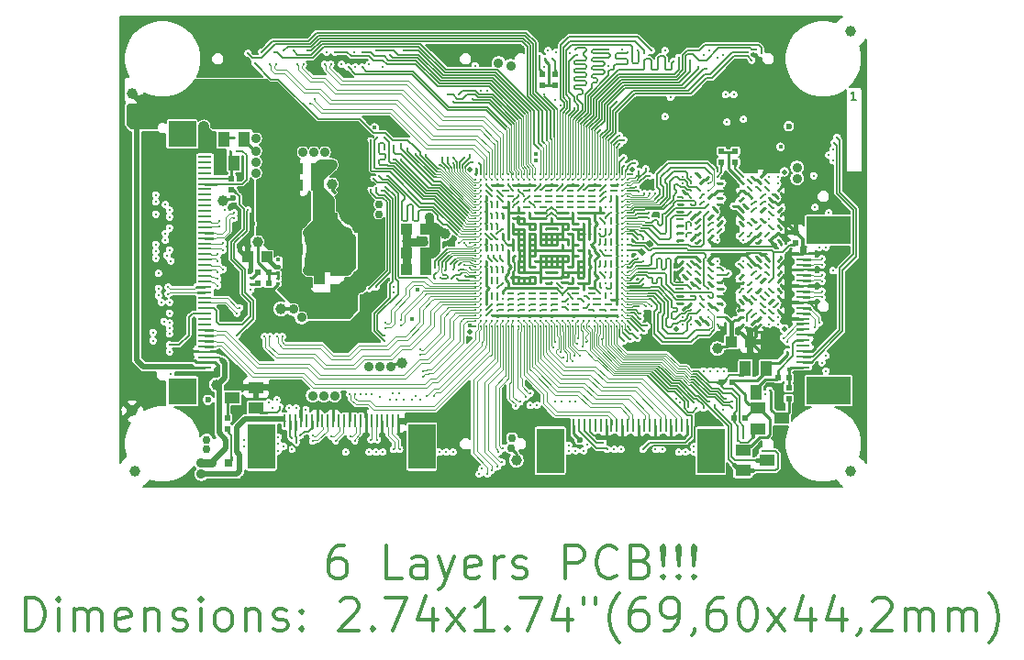
<source format=gbr>
G04 #@! TF.GenerationSoftware,KiCad,Pcbnew,5.1.0-rc2-unknown-036be7d~80~ubuntu16.04.1*
G04 #@! TF.CreationDate,2023-04-21T13:27:13+03:00*
G04 #@! TF.ProjectId,iMX8MPLUS-SOM_Rev_B,694d5838-4d50-44c5-9553-2d534f4d5f52,A*
G04 #@! TF.SameCoordinates,Original*
G04 #@! TF.FileFunction,Copper,L1,Top*
G04 #@! TF.FilePolarity,Positive*
%FSLAX46Y46*%
G04 Gerber Fmt 4.6, Leading zero omitted, Abs format (unit mm)*
G04 Created by KiCad (PCBNEW 5.1.0-rc2-unknown-036be7d~80~ubuntu16.04.1) date 2023-04-21 13:27:13*
%MOMM*%
%LPD*%
G04 APERTURE LIST*
%ADD10C,0.190500*%
%ADD11C,0.300000*%
%ADD12R,1.300000X0.250000*%
%ADD13R,2.600000X2.400000*%
%ADD14R,2.500000X4.100000*%
%ADD15R,0.250000X1.200000*%
%ADD16R,1.200000X0.250000*%
%ADD17R,4.100000X2.500000*%
%ADD18R,0.550000X0.500000*%
%ADD19R,1.400000X1.000000*%
%ADD20C,0.500000*%
%ADD21C,0.300000*%
%ADD22C,1.000000*%
%ADD23C,1.800000*%
%ADD24R,1.016000X1.016000*%
%ADD25C,0.100000*%
%ADD26R,0.500000X0.550000*%
%ADD27C,0.250000*%
%ADD28R,0.381000X0.254000*%
%ADD29R,0.800000X0.800000*%
%ADD30R,1.000000X1.400000*%
%ADD31C,0.900000*%
%ADD32C,0.600000*%
%ADD33C,0.450000*%
%ADD34C,0.327000*%
%ADD35C,0.750000*%
%ADD36C,2.032000*%
%ADD37C,2.540000*%
%ADD38C,1.778000*%
%ADD39C,0.508000*%
%ADD40C,1.524000*%
%ADD41C,0.254000*%
%ADD42C,3.048000*%
%ADD43C,1.016000*%
%ADD44C,0.304800*%
%ADD45C,0.203200*%
%ADD46C,0.127000*%
%ADD47C,0.152400*%
%ADD48C,0.177800*%
%ADD49C,0.406400*%
%ADD50C,0.762000*%
%ADD51C,0.081280*%
%ADD52C,0.106680*%
G04 APERTURE END LIST*
D10*
X151601714Y-71083714D02*
X151166285Y-71083714D01*
X151384000Y-71083714D02*
X151384000Y-70321714D01*
X151311428Y-70430571D01*
X151238857Y-70503142D01*
X151166285Y-70539428D01*
D11*
X104388005Y-112289144D02*
X103816576Y-112289144D01*
X103530862Y-112432001D01*
X103388005Y-112574858D01*
X103102291Y-113003429D01*
X102959434Y-113574858D01*
X102959434Y-114717715D01*
X103102291Y-115003429D01*
X103245148Y-115146286D01*
X103530862Y-115289143D01*
X104102290Y-115289143D01*
X104388005Y-115146286D01*
X104530862Y-115003429D01*
X104673719Y-114717715D01*
X104673719Y-114003429D01*
X104530862Y-113717715D01*
X104388005Y-113574858D01*
X104102290Y-113432001D01*
X103530862Y-113432001D01*
X103245148Y-113574858D01*
X103102291Y-113717715D01*
X102959434Y-114003429D01*
X109673717Y-115289143D02*
X108245146Y-115289143D01*
X108245146Y-112289144D01*
X111959431Y-115289143D02*
X111959431Y-113717715D01*
X111816574Y-113432001D01*
X111530859Y-113289144D01*
X110959431Y-113289144D01*
X110673717Y-113432001D01*
X111959431Y-115146286D02*
X111673717Y-115289143D01*
X110959431Y-115289143D01*
X110673717Y-115146286D01*
X110530860Y-114860572D01*
X110530860Y-114574857D01*
X110673717Y-114289143D01*
X110959431Y-114146286D01*
X111673717Y-114146286D01*
X111959431Y-114003429D01*
X113102287Y-113289144D02*
X113816573Y-115289143D01*
X114530858Y-113289144D02*
X113816573Y-115289143D01*
X113530859Y-116003428D01*
X113388002Y-116146285D01*
X113102287Y-116289143D01*
X116816572Y-115146286D02*
X116530858Y-115289143D01*
X115959429Y-115289143D01*
X115673715Y-115146286D01*
X115530858Y-114860572D01*
X115530858Y-113717715D01*
X115673715Y-113432001D01*
X115959429Y-113289144D01*
X116530858Y-113289144D01*
X116816572Y-113432001D01*
X116959429Y-113717715D01*
X116959429Y-114003429D01*
X115530858Y-114289143D01*
X118245143Y-115289143D02*
X118245143Y-113289144D01*
X118245143Y-113860572D02*
X118388000Y-113574858D01*
X118530857Y-113432001D01*
X118816571Y-113289144D01*
X119102285Y-113289144D01*
X119959428Y-115146286D02*
X120245142Y-115289143D01*
X120816571Y-115289143D01*
X121102285Y-115146286D01*
X121245142Y-114860572D01*
X121245142Y-114717715D01*
X121102285Y-114432000D01*
X120816571Y-114289143D01*
X120387999Y-114289143D01*
X120102285Y-114146286D01*
X119959428Y-113860572D01*
X119959428Y-113717715D01*
X120102285Y-113432001D01*
X120387999Y-113289144D01*
X120816571Y-113289144D01*
X121102285Y-113432001D01*
X124816569Y-115289143D02*
X124816569Y-112289144D01*
X125959426Y-112289144D01*
X126245140Y-112432001D01*
X126387997Y-112574858D01*
X126530854Y-112860572D01*
X126530854Y-113289144D01*
X126387997Y-113574858D01*
X126245140Y-113717715D01*
X125959426Y-113860572D01*
X124816569Y-113860572D01*
X129530853Y-115003429D02*
X129387996Y-115146286D01*
X128959425Y-115289143D01*
X128673711Y-115289143D01*
X128245140Y-115146286D01*
X127959425Y-114860572D01*
X127816568Y-114574857D01*
X127673711Y-114003429D01*
X127673711Y-113574858D01*
X127816568Y-113003429D01*
X127959425Y-112717715D01*
X128245140Y-112432001D01*
X128673711Y-112289144D01*
X128959425Y-112289144D01*
X129387996Y-112432001D01*
X129530853Y-112574858D01*
X131816567Y-113717715D02*
X132245138Y-113860572D01*
X132387995Y-114003429D01*
X132530852Y-114289143D01*
X132530852Y-114717715D01*
X132387995Y-115003429D01*
X132245138Y-115146286D01*
X131959424Y-115289143D01*
X130816567Y-115289143D01*
X130816567Y-112289144D01*
X131816567Y-112289144D01*
X132102281Y-112432001D01*
X132245138Y-112574858D01*
X132387995Y-112860572D01*
X132387995Y-113146286D01*
X132245138Y-113432001D01*
X132102281Y-113574858D01*
X131816567Y-113717715D01*
X130816567Y-113717715D01*
X133816566Y-115003429D02*
X133959423Y-115146286D01*
X133816566Y-115289143D01*
X133673709Y-115146286D01*
X133816566Y-115003429D01*
X133816566Y-115289143D01*
X133816566Y-114146286D02*
X133673709Y-112432001D01*
X133816566Y-112289144D01*
X133959423Y-112432001D01*
X133816566Y-114146286D01*
X133816566Y-112289144D01*
X135245137Y-115003429D02*
X135387994Y-115146286D01*
X135245137Y-115289143D01*
X135102280Y-115146286D01*
X135245137Y-115003429D01*
X135245137Y-115289143D01*
X135245137Y-114146286D02*
X135102280Y-112432001D01*
X135245137Y-112289144D01*
X135387994Y-112432001D01*
X135245137Y-114146286D01*
X135245137Y-112289144D01*
X136673708Y-115003429D02*
X136816565Y-115146286D01*
X136673708Y-115289143D01*
X136530851Y-115146286D01*
X136673708Y-115003429D01*
X136673708Y-115289143D01*
X136673708Y-114146286D02*
X136530851Y-112432001D01*
X136673708Y-112289144D01*
X136816565Y-112432001D01*
X136673708Y-114146286D01*
X136673708Y-112289144D01*
X75030872Y-120089142D02*
X75030872Y-117089143D01*
X75745157Y-117089143D01*
X76173728Y-117232000D01*
X76459443Y-117517714D01*
X76602300Y-117803428D01*
X76745157Y-118374857D01*
X76745157Y-118803428D01*
X76602300Y-119374856D01*
X76459443Y-119660571D01*
X76173728Y-119946285D01*
X75745157Y-120089142D01*
X75030872Y-120089142D01*
X78030871Y-120089142D02*
X78030871Y-118089143D01*
X78030871Y-117089143D02*
X77888014Y-117232000D01*
X78030871Y-117374857D01*
X78173728Y-117232000D01*
X78030871Y-117089143D01*
X78030871Y-117374857D01*
X79459442Y-120089142D02*
X79459442Y-118089143D01*
X79459442Y-118374857D02*
X79602299Y-118232000D01*
X79888013Y-118089143D01*
X80316584Y-118089143D01*
X80602298Y-118232000D01*
X80745155Y-118517714D01*
X80745155Y-120089142D01*
X80745155Y-118517714D02*
X80888012Y-118232000D01*
X81173727Y-118089143D01*
X81602298Y-118089143D01*
X81888012Y-118232000D01*
X82030869Y-118517714D01*
X82030869Y-120089142D01*
X84602297Y-119946285D02*
X84316583Y-120089142D01*
X83745154Y-120089142D01*
X83459440Y-119946285D01*
X83316583Y-119660571D01*
X83316583Y-118517714D01*
X83459440Y-118232000D01*
X83745154Y-118089143D01*
X84316583Y-118089143D01*
X84602297Y-118232000D01*
X84745154Y-118517714D01*
X84745154Y-118803428D01*
X83316583Y-119089142D01*
X86030868Y-118089143D02*
X86030868Y-120089142D01*
X86030868Y-118374857D02*
X86173725Y-118232000D01*
X86459439Y-118089143D01*
X86888010Y-118089143D01*
X87173725Y-118232000D01*
X87316582Y-118517714D01*
X87316582Y-120089142D01*
X88602296Y-119946285D02*
X88888010Y-120089142D01*
X89459438Y-120089142D01*
X89745152Y-119946285D01*
X89888010Y-119660571D01*
X89888010Y-119517714D01*
X89745152Y-119231999D01*
X89459438Y-119089142D01*
X89030867Y-119089142D01*
X88745153Y-118946285D01*
X88602296Y-118660571D01*
X88602296Y-118517714D01*
X88745153Y-118232000D01*
X89030867Y-118089143D01*
X89459438Y-118089143D01*
X89745152Y-118232000D01*
X91173723Y-120089142D02*
X91173723Y-118089143D01*
X91173723Y-117089143D02*
X91030866Y-117232000D01*
X91173723Y-117374857D01*
X91316580Y-117232000D01*
X91173723Y-117089143D01*
X91173723Y-117374857D01*
X93030866Y-120089142D02*
X92745151Y-119946285D01*
X92602294Y-119803428D01*
X92459437Y-119517714D01*
X92459437Y-118660571D01*
X92602294Y-118374857D01*
X92745151Y-118232000D01*
X93030866Y-118089143D01*
X93459437Y-118089143D01*
X93745151Y-118232000D01*
X93888008Y-118374857D01*
X94030865Y-118660571D01*
X94030865Y-119517714D01*
X93888008Y-119803428D01*
X93745151Y-119946285D01*
X93459437Y-120089142D01*
X93030866Y-120089142D01*
X95316579Y-118089143D02*
X95316579Y-120089142D01*
X95316579Y-118374857D02*
X95459436Y-118232000D01*
X95745150Y-118089143D01*
X96173722Y-118089143D01*
X96459436Y-118232000D01*
X96602293Y-118517714D01*
X96602293Y-120089142D01*
X97888007Y-119946285D02*
X98173721Y-120089142D01*
X98745149Y-120089142D01*
X99030864Y-119946285D01*
X99173721Y-119660571D01*
X99173721Y-119517714D01*
X99030864Y-119231999D01*
X98745149Y-119089142D01*
X98316578Y-119089142D01*
X98030864Y-118946285D01*
X97888007Y-118660571D01*
X97888007Y-118517714D01*
X98030864Y-118232000D01*
X98316578Y-118089143D01*
X98745149Y-118089143D01*
X99030864Y-118232000D01*
X100459435Y-119803428D02*
X100602292Y-119946285D01*
X100459435Y-120089142D01*
X100316577Y-119946285D01*
X100459435Y-119803428D01*
X100459435Y-120089142D01*
X100459435Y-118232000D02*
X100602292Y-118374857D01*
X100459435Y-118517714D01*
X100316577Y-118374857D01*
X100459435Y-118232000D01*
X100459435Y-118517714D01*
X104030862Y-117374857D02*
X104173719Y-117232000D01*
X104459433Y-117089143D01*
X105173719Y-117089143D01*
X105459433Y-117232000D01*
X105602290Y-117374857D01*
X105745147Y-117660571D01*
X105745147Y-117946285D01*
X105602290Y-118374857D01*
X103888005Y-120089142D01*
X105745147Y-120089142D01*
X107030861Y-119803428D02*
X107173718Y-119946285D01*
X107030861Y-120089142D01*
X106888004Y-119946285D01*
X107030861Y-119803428D01*
X107030861Y-120089142D01*
X108173718Y-117089143D02*
X110173717Y-117089143D01*
X108888003Y-120089142D01*
X112602288Y-118089143D02*
X112602288Y-120089142D01*
X111888002Y-116946286D02*
X111173717Y-119089142D01*
X113030859Y-119089142D01*
X113888001Y-120089142D02*
X115459430Y-118089143D01*
X113888001Y-118089143D02*
X115459430Y-120089142D01*
X118173714Y-120089142D02*
X116459429Y-120089142D01*
X117316572Y-120089142D02*
X117316572Y-117089143D01*
X117030858Y-117517714D01*
X116745143Y-117803428D01*
X116459429Y-117946285D01*
X119459428Y-119803428D02*
X119602285Y-119946285D01*
X119459428Y-120089142D01*
X119316571Y-119946285D01*
X119459428Y-119803428D01*
X119459428Y-120089142D01*
X120602285Y-117089143D02*
X122602284Y-117089143D01*
X121316570Y-120089142D01*
X125030855Y-118089143D02*
X125030855Y-120089142D01*
X124316569Y-116946286D02*
X123602284Y-119089142D01*
X125459426Y-119089142D01*
X126459426Y-117089143D02*
X126459426Y-117660571D01*
X127602283Y-117089143D02*
X127602283Y-117660571D01*
X129745139Y-121231999D02*
X129602282Y-121089142D01*
X129316568Y-120660570D01*
X129173711Y-120374856D01*
X129030854Y-119946285D01*
X128887996Y-119231999D01*
X128887996Y-118660571D01*
X129030854Y-117946285D01*
X129173711Y-117517714D01*
X129316568Y-117232000D01*
X129602282Y-116803429D01*
X129745139Y-116660572D01*
X132173710Y-117089143D02*
X131602281Y-117089143D01*
X131316567Y-117232000D01*
X131173710Y-117374857D01*
X130887996Y-117803428D01*
X130745139Y-118374857D01*
X130745139Y-119517714D01*
X130887996Y-119803428D01*
X131030853Y-119946285D01*
X131316567Y-120089142D01*
X131887995Y-120089142D01*
X132173710Y-119946285D01*
X132316567Y-119803428D01*
X132459424Y-119517714D01*
X132459424Y-118803428D01*
X132316567Y-118517714D01*
X132173710Y-118374857D01*
X131887995Y-118232000D01*
X131316567Y-118232000D01*
X131030853Y-118374857D01*
X130887996Y-118517714D01*
X130745139Y-118803428D01*
X133887995Y-120089142D02*
X134459423Y-120089142D01*
X134745137Y-119946285D01*
X134887995Y-119803428D01*
X135173709Y-119374856D01*
X135316566Y-118803428D01*
X135316566Y-117660571D01*
X135173709Y-117374857D01*
X135030852Y-117232000D01*
X134745137Y-117089143D01*
X134173709Y-117089143D01*
X133887995Y-117232000D01*
X133745138Y-117374857D01*
X133602281Y-117660571D01*
X133602281Y-118374857D01*
X133745138Y-118660571D01*
X133887995Y-118803428D01*
X134173709Y-118946285D01*
X134745137Y-118946285D01*
X135030852Y-118803428D01*
X135173709Y-118660571D01*
X135316566Y-118374857D01*
X136745137Y-119946285D02*
X136745137Y-120089142D01*
X136602280Y-120374856D01*
X136459423Y-120517713D01*
X139316564Y-117089143D02*
X138745136Y-117089143D01*
X138459422Y-117232000D01*
X138316565Y-117374857D01*
X138030851Y-117803428D01*
X137887994Y-118374857D01*
X137887994Y-119517714D01*
X138030851Y-119803428D01*
X138173708Y-119946285D01*
X138459422Y-120089142D01*
X139030850Y-120089142D01*
X139316564Y-119946285D01*
X139459422Y-119803428D01*
X139602279Y-119517714D01*
X139602279Y-118803428D01*
X139459422Y-118517714D01*
X139316564Y-118374857D01*
X139030850Y-118232000D01*
X138459422Y-118232000D01*
X138173708Y-118374857D01*
X138030851Y-118517714D01*
X137887994Y-118803428D01*
X141459421Y-117089143D02*
X141745135Y-117089143D01*
X142030849Y-117232000D01*
X142173706Y-117374857D01*
X142316563Y-117660571D01*
X142459421Y-118232000D01*
X142459421Y-118946285D01*
X142316563Y-119517714D01*
X142173706Y-119803428D01*
X142030849Y-119946285D01*
X141745135Y-120089142D01*
X141459421Y-120089142D01*
X141173707Y-119946285D01*
X141030850Y-119803428D01*
X140887993Y-119517714D01*
X140745135Y-118946285D01*
X140745135Y-118232000D01*
X140887993Y-117660571D01*
X141030850Y-117374857D01*
X141173707Y-117232000D01*
X141459421Y-117089143D01*
X143459420Y-120089142D02*
X145030848Y-118089143D01*
X143459420Y-118089143D02*
X145030848Y-120089142D01*
X147459419Y-118089143D02*
X147459419Y-120089142D01*
X146745133Y-116946286D02*
X146030848Y-119089142D01*
X147887990Y-119089142D01*
X150316561Y-118089143D02*
X150316561Y-120089142D01*
X149602275Y-116946286D02*
X148887990Y-119089142D01*
X150745132Y-119089142D01*
X152030846Y-119946285D02*
X152030846Y-120089142D01*
X151887989Y-120374856D01*
X151745132Y-120517713D01*
X153173703Y-117374857D02*
X153316560Y-117232000D01*
X153602274Y-117089143D01*
X154316559Y-117089143D01*
X154602274Y-117232000D01*
X154745131Y-117374857D01*
X154887988Y-117660571D01*
X154887988Y-117946285D01*
X154745131Y-118374857D01*
X153030846Y-120089142D01*
X154887988Y-120089142D01*
X156173702Y-120089142D02*
X156173702Y-118089143D01*
X156173702Y-118374857D02*
X156316559Y-118232000D01*
X156602273Y-118089143D01*
X157030844Y-118089143D01*
X157316558Y-118232000D01*
X157459416Y-118517714D01*
X157459416Y-120089142D01*
X157459416Y-118517714D02*
X157602273Y-118232000D01*
X157887987Y-118089143D01*
X158316558Y-118089143D01*
X158602272Y-118232000D01*
X158745129Y-118517714D01*
X158745129Y-120089142D01*
X160173700Y-120089142D02*
X160173700Y-118089143D01*
X160173700Y-118374857D02*
X160316557Y-118232000D01*
X160602272Y-118089143D01*
X161030843Y-118089143D01*
X161316557Y-118232000D01*
X161459414Y-118517714D01*
X161459414Y-120089142D01*
X161459414Y-118517714D02*
X161602271Y-118232000D01*
X161887986Y-118089143D01*
X162316557Y-118089143D01*
X162602271Y-118232000D01*
X162745128Y-118517714D01*
X162745128Y-120089142D01*
X163887985Y-121231999D02*
X164030842Y-121089142D01*
X164316556Y-120660570D01*
X164459413Y-120374856D01*
X164602270Y-119946285D01*
X164745127Y-119231999D01*
X164745127Y-118660571D01*
X164602270Y-117946285D01*
X164459413Y-117517714D01*
X164316556Y-117232000D01*
X164030842Y-116803429D01*
X163887985Y-116660572D01*
D12*
X91550000Y-95856000D03*
X91550000Y-95356000D03*
X91550000Y-94856000D03*
X91550000Y-94356000D03*
X91550000Y-93856000D03*
X91550000Y-93356000D03*
X91550000Y-92856000D03*
X91550000Y-92356000D03*
X91550000Y-91856000D03*
X91550000Y-91356000D03*
X91550000Y-90856000D03*
X91550000Y-90356000D03*
X91550000Y-89856000D03*
X91550000Y-89356000D03*
X91550000Y-88856000D03*
X91550000Y-88356000D03*
X91550000Y-87856000D03*
X91550000Y-87356000D03*
X91550000Y-86856000D03*
X91550000Y-86356000D03*
X91550000Y-85856000D03*
X91550000Y-85356000D03*
X91550000Y-84856000D03*
X91550000Y-84356000D03*
X91550000Y-83856000D03*
X91550000Y-83356000D03*
X91550000Y-82856000D03*
X91550000Y-82356000D03*
X91550000Y-81856000D03*
X91550000Y-81356000D03*
X91550000Y-80856000D03*
X91550000Y-80356000D03*
X91550000Y-79856000D03*
X91550000Y-79356000D03*
X91550000Y-78856000D03*
X91550000Y-78356000D03*
X91550000Y-77856000D03*
X91550000Y-77356000D03*
X91550000Y-76856000D03*
X91550000Y-76356000D03*
D13*
X89450000Y-98006000D03*
X89450000Y-74206000D03*
D14*
X138210000Y-103501000D03*
X123410000Y-103501000D03*
D15*
X136060000Y-101151000D03*
X135560000Y-101151000D03*
X135060000Y-101151000D03*
X134560000Y-101151000D03*
X134060000Y-101151000D03*
X133560000Y-101151000D03*
X133060000Y-101151000D03*
X132560000Y-101151000D03*
X132060000Y-101151000D03*
X131560000Y-101151000D03*
X131060000Y-101151000D03*
X130560000Y-101151000D03*
X130060000Y-101151000D03*
X129560000Y-101151000D03*
X129060000Y-101151000D03*
X128560000Y-101151000D03*
X128060000Y-101151000D03*
X127560000Y-101151000D03*
X127060000Y-101151000D03*
X126560000Y-101151000D03*
X126060000Y-101151000D03*
X125560000Y-101151000D03*
D14*
X111540000Y-103120000D03*
X96740000Y-103120000D03*
D15*
X109390000Y-100770000D03*
X108890000Y-100770000D03*
X108390000Y-100770000D03*
X107890000Y-100770000D03*
X107390000Y-100770000D03*
X106890000Y-100770000D03*
X106390000Y-100770000D03*
X105890000Y-100770000D03*
X105390000Y-100770000D03*
X104890000Y-100770000D03*
X104390000Y-100770000D03*
X103890000Y-100770000D03*
X103390000Y-100770000D03*
X102890000Y-100770000D03*
X102390000Y-100770000D03*
X101890000Y-100770000D03*
X101390000Y-100770000D03*
X100890000Y-100770000D03*
X100390000Y-100770000D03*
X99890000Y-100770000D03*
X99390000Y-100770000D03*
X98890000Y-100770000D03*
D16*
X146744000Y-95801000D03*
X146744000Y-95301000D03*
X146744000Y-94801000D03*
X146744000Y-94301000D03*
X146744000Y-93801000D03*
X146744000Y-93301000D03*
X146744000Y-92801000D03*
X146744000Y-92301000D03*
X146744000Y-91801000D03*
X146744000Y-91301000D03*
X146744000Y-90801000D03*
X146744000Y-90301000D03*
X146744000Y-89801000D03*
X146744000Y-89301000D03*
X146744000Y-88801000D03*
X146744000Y-88301000D03*
X146744000Y-87801000D03*
X146744000Y-87301000D03*
X146744000Y-86801000D03*
X146744000Y-86301000D03*
X146744000Y-85801000D03*
X146744000Y-85301000D03*
D17*
X149094000Y-97951000D03*
X149094000Y-83151000D03*
D18*
X93980000Y-79375000D03*
X93980000Y-78359000D03*
D19*
X94056200Y-98620580D03*
X96266000Y-97665540D03*
X96266000Y-99568000D03*
X142529560Y-99568000D03*
X142529560Y-101470460D03*
X144739360Y-100515420D03*
D20*
X145000000Y-92250000D03*
X145000000Y-77750000D03*
X135000000Y-92250000D03*
D21*
X135600000Y-78175000D03*
X136400000Y-78175000D03*
X137200000Y-78175000D03*
X138000000Y-78175000D03*
X138800000Y-78175000D03*
X141200000Y-78175000D03*
X142000000Y-78175000D03*
X142800000Y-78175000D03*
X143600000Y-78175000D03*
X144400000Y-78175000D03*
X135600000Y-91175000D03*
X136400000Y-91175000D03*
X137200000Y-91175000D03*
X138000000Y-91175000D03*
X138800000Y-91175000D03*
X141200000Y-91175000D03*
X142000000Y-91175000D03*
X142800000Y-91175000D03*
X143600000Y-91175000D03*
X144400000Y-91175000D03*
X135600000Y-91825000D03*
X136400000Y-91825000D03*
X137200000Y-91825000D03*
X138000000Y-91825000D03*
X138800000Y-91825000D03*
X141200000Y-91825000D03*
X142000000Y-91825000D03*
X142800000Y-91825000D03*
X143600000Y-91825000D03*
X144400000Y-91825000D03*
X135600000Y-78825000D03*
X136400000Y-78825000D03*
X137200000Y-78825000D03*
X138000000Y-78825000D03*
X138800000Y-78825000D03*
X141200000Y-78825000D03*
X142000000Y-78825000D03*
X142800000Y-78825000D03*
X143600000Y-78825000D03*
X144400000Y-78825000D03*
X135600000Y-79475000D03*
X136400000Y-79475000D03*
X137200000Y-79475000D03*
X138000000Y-79475000D03*
X138800000Y-79475000D03*
X141200000Y-79475000D03*
X142000000Y-79475000D03*
X142800000Y-79475000D03*
X143600000Y-79475000D03*
X144400000Y-79475000D03*
X135600000Y-80125000D03*
X136400000Y-80125000D03*
X137200000Y-80125000D03*
X138000000Y-80125000D03*
X138800000Y-80125000D03*
X141200000Y-80125000D03*
X142000000Y-80125000D03*
X142800000Y-80125000D03*
X143600000Y-80125000D03*
X144400000Y-80125000D03*
X135600000Y-80775000D03*
X136400000Y-80775000D03*
X137200000Y-80775000D03*
X138000000Y-80775000D03*
X138800000Y-80775000D03*
X141200000Y-80775000D03*
X142000000Y-80775000D03*
X142800000Y-80775000D03*
X143600000Y-80775000D03*
X144400000Y-80775000D03*
X135600000Y-81425000D03*
X136400000Y-81425000D03*
X137200000Y-81425000D03*
X138000000Y-81425000D03*
X138800000Y-81425000D03*
X141200000Y-81425000D03*
X142000000Y-81425000D03*
X142800000Y-81425000D03*
X143600000Y-81425000D03*
X144400000Y-81425000D03*
X135600000Y-82075000D03*
X136400000Y-82075000D03*
X137200000Y-82075000D03*
X138000000Y-82075000D03*
X138800000Y-82075000D03*
X141200000Y-82075000D03*
X142000000Y-82075000D03*
X142800000Y-82075000D03*
X143600000Y-82075000D03*
X144400000Y-82075000D03*
X135600000Y-82725000D03*
X136400000Y-82725000D03*
X137200000Y-82725000D03*
X138000000Y-82725000D03*
X138800000Y-82725000D03*
X141200000Y-82725000D03*
X142000000Y-82725000D03*
X142800000Y-82725000D03*
X143600000Y-82725000D03*
X144400000Y-82725000D03*
X135600000Y-83375000D03*
X136400000Y-83375000D03*
X137200000Y-83375000D03*
X138000000Y-83375000D03*
X138800000Y-83375000D03*
X141200000Y-83375000D03*
X142000000Y-83375000D03*
X142800000Y-83375000D03*
X143600000Y-83375000D03*
X144400000Y-83375000D03*
X135600000Y-84025000D03*
X136400000Y-84025000D03*
X137200000Y-84025000D03*
X138000000Y-84025000D03*
X138800000Y-84025000D03*
X141200000Y-84025000D03*
X142000000Y-84025000D03*
X142800000Y-84025000D03*
X143600000Y-84025000D03*
X144400000Y-84025000D03*
X135600000Y-85975000D03*
X136400000Y-85975000D03*
X137200000Y-85975000D03*
X138000000Y-85975000D03*
X138800000Y-85975000D03*
X141200000Y-85975000D03*
X142000000Y-85975000D03*
X142800000Y-85975000D03*
X143600000Y-85975000D03*
X144400000Y-85975000D03*
X135600000Y-86625000D03*
X136400000Y-86625000D03*
X137200000Y-86625000D03*
X138000000Y-86625000D03*
X138800000Y-86625000D03*
X141200000Y-86625000D03*
X142000000Y-86625000D03*
X142800000Y-86625000D03*
X143600000Y-86625000D03*
X144400000Y-86625000D03*
X135600000Y-87275000D03*
X136400000Y-87275000D03*
X137200000Y-87275000D03*
X138000000Y-87275000D03*
X138800000Y-87275000D03*
X141200000Y-87275000D03*
X142000000Y-87275000D03*
X142800000Y-87275000D03*
X143600000Y-87275000D03*
X144400000Y-87275000D03*
X135600000Y-87925000D03*
X136400000Y-87925000D03*
X137200000Y-87925000D03*
X138000000Y-87925000D03*
X138800000Y-87925000D03*
X141200000Y-87925000D03*
X142000000Y-87925000D03*
X142800000Y-87925000D03*
X143600000Y-87925000D03*
X144400000Y-87925000D03*
X135600000Y-88575000D03*
X136400000Y-88575000D03*
X137200000Y-88575000D03*
X138000000Y-88575000D03*
X138800000Y-88575000D03*
X141200000Y-88575000D03*
X142000000Y-88575000D03*
X142800000Y-88575000D03*
X143600000Y-88575000D03*
X144400000Y-88575000D03*
X135600000Y-89225000D03*
X136400000Y-89225000D03*
X137200000Y-89225000D03*
X138000000Y-89225000D03*
X138800000Y-89225000D03*
X141200000Y-89225000D03*
X142000000Y-89225000D03*
X142800000Y-89225000D03*
X143600000Y-89225000D03*
X144400000Y-89225000D03*
X135600000Y-89875000D03*
X136400000Y-89875000D03*
X137200000Y-89875000D03*
X138000000Y-89875000D03*
X138800000Y-89875000D03*
X141200000Y-89875000D03*
X142000000Y-89875000D03*
X142800000Y-89875000D03*
X143600000Y-89875000D03*
X144400000Y-89875000D03*
X135600000Y-90525000D03*
X136400000Y-90525000D03*
X137200000Y-90525000D03*
X138000000Y-90525000D03*
X138800000Y-90525000D03*
X141200000Y-90525000D03*
X142000000Y-90525000D03*
X142800000Y-90525000D03*
X143600000Y-90525000D03*
X144400000Y-90525000D03*
D22*
X104620000Y-86840000D03*
X101120000Y-83340000D03*
X101120000Y-86840000D03*
X104620000Y-83340000D03*
D23*
X102870000Y-85090000D03*
D22*
X85090000Y-105410000D03*
X151130000Y-105410000D03*
X151130000Y-64770000D03*
X84836000Y-70485000D03*
D24*
X140081000Y-93472000D03*
X141859000Y-93472000D03*
X103632000Y-86868000D03*
X103632000Y-88646000D03*
X103251000Y-82042000D03*
X105029000Y-82042000D03*
X100076000Y-77470000D03*
X101854000Y-77470000D03*
X100076000Y-78994000D03*
X101854000Y-78994000D03*
X104902000Y-85852000D03*
X106680000Y-85852000D03*
X106172000Y-84328000D03*
X104394000Y-84328000D03*
X99568000Y-85725000D03*
X101346000Y-85725000D03*
X102108000Y-89408000D03*
X102108000Y-87630000D03*
X97282000Y-85598000D03*
X95504000Y-85598000D03*
X111887000Y-86741000D03*
X110109000Y-86741000D03*
X111887000Y-85217000D03*
X110109000Y-85217000D03*
X110109000Y-83058000D03*
X111887000Y-83058000D03*
D22*
X138811000Y-94081600D03*
X93218000Y-80391000D03*
X96393000Y-84201000D03*
D18*
X146050000Y-83312000D03*
X146050000Y-84328000D03*
D20*
X131869580Y-85119010D03*
D25*
G36*
X131851902Y-84747779D02*
G01*
X132240811Y-85136688D01*
X131887258Y-85490241D01*
X131498349Y-85101332D01*
X131851902Y-84747779D01*
X131851902Y-84747779D01*
G37*
D20*
X132588000Y-84400590D03*
D25*
G36*
X132605678Y-84771821D02*
G01*
X132216769Y-84382912D01*
X132570322Y-84029359D01*
X132959231Y-84418268D01*
X132605678Y-84771821D01*
X132605678Y-84771821D01*
G37*
D18*
X139192000Y-76835000D03*
X139192000Y-75819000D03*
X140462000Y-75819000D03*
X140462000Y-76835000D03*
D26*
X96393000Y-88011000D03*
X97409000Y-88011000D03*
X97409000Y-86995000D03*
X96393000Y-86995000D03*
D27*
X117000000Y-86500000D03*
X121500000Y-86500000D03*
X116500000Y-86500000D03*
X130000000Y-86500000D03*
X130500000Y-86500000D03*
X125500000Y-86500000D03*
X123000000Y-86500000D03*
X124000000Y-86500000D03*
X126500000Y-87000000D03*
X130000000Y-87000000D03*
X119500000Y-87000000D03*
X128000000Y-87000000D03*
X117500000Y-87000000D03*
X117000000Y-87000000D03*
X124000000Y-87000000D03*
X129000000Y-87000000D03*
X127500000Y-87000000D03*
X120000000Y-87000000D03*
X124500000Y-87000000D03*
X121000000Y-87000000D03*
X116500000Y-87000000D03*
X122500000Y-87000000D03*
X122000000Y-87000000D03*
X121500000Y-87000000D03*
X125500000Y-87000000D03*
X123000000Y-87000000D03*
X119000000Y-87000000D03*
X127000000Y-87000000D03*
X120500000Y-87000000D03*
X118000000Y-87000000D03*
X126000000Y-87000000D03*
X118500000Y-87000000D03*
X130500000Y-87000000D03*
X125000000Y-87000000D03*
X128500000Y-87000000D03*
X129500000Y-87000000D03*
X121500000Y-87500000D03*
X123500000Y-87500000D03*
X126000000Y-87500000D03*
X123000000Y-87500000D03*
X130500000Y-87500000D03*
X125500000Y-87500000D03*
X124000000Y-87500000D03*
X116500000Y-87500000D03*
X121000000Y-87500000D03*
X130000000Y-87500000D03*
X117000000Y-87500000D03*
X119500000Y-88000000D03*
X127500000Y-88000000D03*
X128000000Y-88000000D03*
X120000000Y-88000000D03*
X129000000Y-88000000D03*
X118500000Y-88000000D03*
X125500000Y-88000000D03*
X130000000Y-88000000D03*
X121500000Y-88000000D03*
X129500000Y-88000000D03*
X126000000Y-88000000D03*
X116500000Y-88000000D03*
X128500000Y-88000000D03*
X121000000Y-88000000D03*
X127000000Y-88000000D03*
X117000000Y-88000000D03*
X130500000Y-88000000D03*
X119000000Y-88000000D03*
X117500000Y-88000000D03*
X123000000Y-88000000D03*
X124000000Y-88000000D03*
X118000000Y-88000000D03*
X130500000Y-88500000D03*
X127000000Y-88500000D03*
X125000000Y-88500000D03*
X120000000Y-88500000D03*
X130000000Y-88500000D03*
X117000000Y-88500000D03*
X126000000Y-88500000D03*
X123000000Y-88500000D03*
X116500000Y-88500000D03*
X124000000Y-88500000D03*
X122000000Y-88500000D03*
X121000000Y-88500000D03*
X128500000Y-89000000D03*
X118500000Y-89000000D03*
X119000000Y-89000000D03*
X120000000Y-89000000D03*
X130500000Y-89000000D03*
X129000000Y-89000000D03*
X127000000Y-89000000D03*
X125000000Y-89000000D03*
X117000000Y-89000000D03*
X130000000Y-89000000D03*
X118000000Y-89000000D03*
X128000000Y-89000000D03*
X124000000Y-89000000D03*
X122000000Y-89000000D03*
X121000000Y-89000000D03*
X123000000Y-89000000D03*
X116500000Y-89000000D03*
X126000000Y-89000000D03*
X129500000Y-89000000D03*
X117500000Y-89000000D03*
X126000000Y-89500000D03*
X123000000Y-89500000D03*
X116500000Y-89500000D03*
X128000000Y-89500000D03*
X124000000Y-89500000D03*
X122000000Y-89500000D03*
X121000000Y-89500000D03*
X120000000Y-89500000D03*
X130500000Y-89500000D03*
X125000000Y-89500000D03*
X127000000Y-89500000D03*
X130000000Y-89500000D03*
X117000000Y-89500000D03*
X119000000Y-89500000D03*
X117500000Y-90000000D03*
X129500000Y-90000000D03*
X126000000Y-90000000D03*
X123000000Y-90000000D03*
X116500000Y-90000000D03*
X128000000Y-90000000D03*
X124000000Y-90000000D03*
X122000000Y-90000000D03*
X121000000Y-90000000D03*
X118000000Y-90000000D03*
X120000000Y-90000000D03*
X130500000Y-90000000D03*
X125000000Y-90000000D03*
X129000000Y-90000000D03*
X127000000Y-90000000D03*
X130000000Y-90000000D03*
X117000000Y-90000000D03*
X119000000Y-90000000D03*
D20*
X131000000Y-77500000D03*
X116000000Y-77500000D03*
X116000000Y-92500000D03*
D27*
X125000000Y-90500000D03*
X118000000Y-90500000D03*
X127000000Y-90500000D03*
X122000000Y-90500000D03*
X117000000Y-90500000D03*
X121000000Y-90500000D03*
X124000000Y-90500000D03*
X130000000Y-90500000D03*
X128000000Y-90500000D03*
X120000000Y-90500000D03*
X129000000Y-90500000D03*
X130500000Y-90500000D03*
X116500000Y-90500000D03*
X119000000Y-90500000D03*
X123000000Y-90500000D03*
X126000000Y-90500000D03*
X119000000Y-91000000D03*
X122000000Y-91000000D03*
X129000000Y-91000000D03*
X118000000Y-91000000D03*
X123000000Y-91000000D03*
X127000000Y-91000000D03*
X116500000Y-91000000D03*
X125000000Y-91000000D03*
X124000000Y-91000000D03*
X117000000Y-91000000D03*
X130000000Y-91000000D03*
X120000000Y-91000000D03*
X128000000Y-91000000D03*
X126000000Y-91000000D03*
X121000000Y-91000000D03*
X130500000Y-91000000D03*
X126500000Y-91500000D03*
X130000000Y-91500000D03*
X119500000Y-91500000D03*
X128000000Y-91500000D03*
X117500000Y-91500000D03*
X117000000Y-91500000D03*
X124000000Y-91500000D03*
X129000000Y-91500000D03*
X127500000Y-91500000D03*
X120000000Y-91500000D03*
X124500000Y-91500000D03*
X121000000Y-91500000D03*
X116500000Y-91500000D03*
X122500000Y-91500000D03*
X122000000Y-91500000D03*
X121500000Y-91500000D03*
X125500000Y-91500000D03*
X123500000Y-91500000D03*
X123000000Y-91500000D03*
X119000000Y-91500000D03*
X127000000Y-91500000D03*
X120500000Y-91500000D03*
X118000000Y-91500000D03*
X126000000Y-91500000D03*
X118500000Y-91500000D03*
X130500000Y-91500000D03*
X125000000Y-91500000D03*
X128500000Y-91500000D03*
X129500000Y-91500000D03*
X119500000Y-92000000D03*
X118000000Y-92000000D03*
X119000000Y-92000000D03*
X117000000Y-92000000D03*
X117500000Y-92000000D03*
X118500000Y-92000000D03*
X120000000Y-92000000D03*
X120500000Y-92000000D03*
X116500000Y-92000000D03*
X121000000Y-92000000D03*
X124500000Y-92000000D03*
X123000000Y-92000000D03*
X124000000Y-92000000D03*
X122000000Y-92000000D03*
X122500000Y-92000000D03*
X123500000Y-92000000D03*
X125000000Y-92000000D03*
X125500000Y-92000000D03*
X121500000Y-92000000D03*
X126000000Y-92000000D03*
X126500000Y-92000000D03*
X127000000Y-92000000D03*
X127500000Y-92000000D03*
X128000000Y-92000000D03*
X128500000Y-92000000D03*
X129000000Y-92000000D03*
X129500000Y-92000000D03*
X130000000Y-92000000D03*
X130500000Y-92000000D03*
X129500000Y-86000000D03*
X128000000Y-86000000D03*
X130500000Y-86000000D03*
X127500000Y-86000000D03*
X126500000Y-86000000D03*
X122500000Y-86000000D03*
X121500000Y-86000000D03*
X121000000Y-86000000D03*
X116500000Y-86000000D03*
X124000000Y-86000000D03*
X118000000Y-86000000D03*
X128500000Y-86000000D03*
X120000000Y-86000000D03*
X120500000Y-86000000D03*
X123000000Y-86000000D03*
X119000000Y-86000000D03*
X130000000Y-86000000D03*
X124500000Y-86000000D03*
X126000000Y-86000000D03*
X127000000Y-86000000D03*
X123500000Y-86000000D03*
X122000000Y-86000000D03*
X125000000Y-86000000D03*
X125500000Y-86000000D03*
X119500000Y-86000000D03*
X129000000Y-86000000D03*
X118500000Y-86000000D03*
X117500000Y-86000000D03*
X117000000Y-86000000D03*
X121500000Y-85500000D03*
X130000000Y-85500000D03*
X124000000Y-85500000D03*
X117000000Y-85500000D03*
X125500000Y-85500000D03*
X130500000Y-85500000D03*
X116500000Y-85500000D03*
X123000000Y-85500000D03*
X116500000Y-85000000D03*
X121000000Y-85000000D03*
X126500000Y-85000000D03*
X123000000Y-85000000D03*
X127000000Y-85000000D03*
X129500000Y-85000000D03*
X128000000Y-85000000D03*
X118000000Y-85000000D03*
X126000000Y-85000000D03*
X127500000Y-85000000D03*
X118500000Y-85000000D03*
X128500000Y-85000000D03*
X119000000Y-85000000D03*
X121500000Y-85000000D03*
X120000000Y-85000000D03*
X129000000Y-85000000D03*
X125500000Y-85000000D03*
X122000000Y-85000000D03*
X119500000Y-85000000D03*
X124000000Y-85000000D03*
X117000000Y-85000000D03*
X120500000Y-85000000D03*
X117500000Y-85000000D03*
X122500000Y-85000000D03*
X130500000Y-85000000D03*
X125000000Y-85000000D03*
X130000000Y-85000000D03*
X124500000Y-85000000D03*
X130500000Y-84500000D03*
X121500000Y-84500000D03*
X117000000Y-84500000D03*
X130000000Y-84500000D03*
X125500000Y-84500000D03*
X116500000Y-84500000D03*
X124000000Y-84500000D03*
X123000000Y-84500000D03*
X121000000Y-84000000D03*
X117000000Y-84000000D03*
X124000000Y-84000000D03*
X119000000Y-84000000D03*
X116500000Y-84000000D03*
X123000000Y-84000000D03*
X128500000Y-84000000D03*
X123500000Y-84000000D03*
X124500000Y-84000000D03*
X130000000Y-84000000D03*
X120000000Y-84000000D03*
X126000000Y-84000000D03*
X127000000Y-84000000D03*
X122000000Y-84000000D03*
X120500000Y-84000000D03*
X118500000Y-84000000D03*
X121500000Y-84000000D03*
X118000000Y-84000000D03*
X129000000Y-84000000D03*
X119500000Y-84000000D03*
X125500000Y-84000000D03*
X125000000Y-84000000D03*
X127500000Y-84000000D03*
X117500000Y-84000000D03*
X126500000Y-84000000D03*
X122500000Y-84000000D03*
X129500000Y-84000000D03*
X128000000Y-84000000D03*
X130500000Y-84000000D03*
X123000000Y-83500000D03*
X130000000Y-83500000D03*
X116500000Y-83500000D03*
X130500000Y-83500000D03*
X117000000Y-83500000D03*
X125500000Y-83500000D03*
X121500000Y-83500000D03*
X124000000Y-83500000D03*
X116500000Y-83000000D03*
X121000000Y-83000000D03*
X126500000Y-83000000D03*
X123000000Y-83000000D03*
X127000000Y-83000000D03*
X129500000Y-83000000D03*
X128000000Y-83000000D03*
X118000000Y-83000000D03*
X126000000Y-83000000D03*
X127500000Y-83000000D03*
X118500000Y-83000000D03*
X128500000Y-83000000D03*
X119000000Y-83000000D03*
X121500000Y-83000000D03*
X120000000Y-83000000D03*
X129000000Y-83000000D03*
X125500000Y-83000000D03*
X122000000Y-83000000D03*
X119500000Y-83000000D03*
X124000000Y-83000000D03*
X117000000Y-83000000D03*
X120500000Y-83000000D03*
X117500000Y-83000000D03*
X122500000Y-83000000D03*
X130500000Y-83000000D03*
X125000000Y-83000000D03*
X130000000Y-83000000D03*
X124500000Y-83000000D03*
X125500000Y-82500000D03*
X124000000Y-82500000D03*
X130500000Y-82500000D03*
X117000000Y-82500000D03*
X123000000Y-82500000D03*
X123500000Y-82500000D03*
X121500000Y-82500000D03*
X126000000Y-82500000D03*
X130000000Y-82500000D03*
X116500000Y-82500000D03*
X121000000Y-82500000D03*
X127500000Y-82000000D03*
X129500000Y-82000000D03*
X126000000Y-82000000D03*
X116500000Y-82000000D03*
X119500000Y-82000000D03*
X130000000Y-82000000D03*
X121500000Y-82000000D03*
X128000000Y-82000000D03*
X120000000Y-82000000D03*
X118000000Y-82000000D03*
X125500000Y-82000000D03*
X128500000Y-82000000D03*
X121000000Y-82000000D03*
X119000000Y-82000000D03*
X117500000Y-82000000D03*
X123000000Y-82000000D03*
X124000000Y-82000000D03*
X129000000Y-82000000D03*
X118500000Y-82000000D03*
X127000000Y-82000000D03*
X117000000Y-82000000D03*
X130500000Y-82000000D03*
X121000000Y-81500000D03*
X122000000Y-81500000D03*
X124000000Y-81500000D03*
X120000000Y-81500000D03*
X123000000Y-81500000D03*
X126000000Y-81500000D03*
X116500000Y-81500000D03*
X117000000Y-81500000D03*
X130000000Y-81500000D03*
X130500000Y-81500000D03*
X127000000Y-81500000D03*
X125000000Y-81500000D03*
X127000000Y-81000000D03*
X128500000Y-81000000D03*
X118500000Y-81000000D03*
X129000000Y-81000000D03*
X130500000Y-81000000D03*
X119000000Y-81000000D03*
X117500000Y-81000000D03*
X129500000Y-81000000D03*
X126000000Y-81000000D03*
X116500000Y-81000000D03*
X123000000Y-81000000D03*
X121000000Y-81000000D03*
X122000000Y-81000000D03*
X124000000Y-81000000D03*
X128000000Y-81000000D03*
X118000000Y-81000000D03*
X130000000Y-81000000D03*
X117000000Y-81000000D03*
X125000000Y-81000000D03*
X120000000Y-81000000D03*
X120000000Y-80500000D03*
X130500000Y-80500000D03*
X125000000Y-80500000D03*
X127000000Y-80500000D03*
X130000000Y-80500000D03*
X117000000Y-80500000D03*
X119000000Y-80500000D03*
X122000000Y-80500000D03*
X124000000Y-80500000D03*
X128000000Y-80500000D03*
X116500000Y-80500000D03*
X123000000Y-80500000D03*
X126000000Y-80500000D03*
X121000000Y-80500000D03*
X117500000Y-80000000D03*
X129500000Y-80000000D03*
X126000000Y-80000000D03*
X123000000Y-80000000D03*
X116500000Y-80000000D03*
X128000000Y-80000000D03*
X124000000Y-80000000D03*
X122000000Y-80000000D03*
X121000000Y-80000000D03*
X118000000Y-80000000D03*
X119000000Y-80000000D03*
X130000000Y-80000000D03*
X117000000Y-80000000D03*
X129000000Y-80000000D03*
X127000000Y-80000000D03*
X130500000Y-80000000D03*
X125000000Y-80000000D03*
X120000000Y-80000000D03*
X125000000Y-79500000D03*
X117000000Y-79500000D03*
X121000000Y-79500000D03*
X124000000Y-79500000D03*
X127000000Y-79500000D03*
X122000000Y-79500000D03*
X118000000Y-79500000D03*
X130000000Y-79500000D03*
X128000000Y-79500000D03*
X120000000Y-79500000D03*
X129000000Y-79500000D03*
X130500000Y-79500000D03*
X116500000Y-79500000D03*
X119000000Y-79500000D03*
X123000000Y-79500000D03*
X126000000Y-79500000D03*
X129000000Y-79000000D03*
X116500000Y-79000000D03*
X120000000Y-79000000D03*
X122000000Y-79000000D03*
X118000000Y-79000000D03*
X127000000Y-79000000D03*
X125000000Y-79000000D03*
X130500000Y-79000000D03*
X119000000Y-79000000D03*
X124000000Y-79000000D03*
X128000000Y-79000000D03*
X130000000Y-79000000D03*
X123000000Y-79000000D03*
X126000000Y-79000000D03*
X121000000Y-79000000D03*
X117000000Y-79000000D03*
X130000000Y-78500000D03*
X129500000Y-78500000D03*
X129000000Y-78500000D03*
X119500000Y-78500000D03*
X118000000Y-78500000D03*
X119000000Y-78500000D03*
X117000000Y-78500000D03*
X117500000Y-78500000D03*
X118500000Y-78500000D03*
X120000000Y-78500000D03*
X120500000Y-78500000D03*
X116500000Y-78500000D03*
X121000000Y-78500000D03*
X124500000Y-78500000D03*
X123000000Y-78500000D03*
X124000000Y-78500000D03*
X122000000Y-78500000D03*
X122500000Y-78500000D03*
X123500000Y-78500000D03*
X128500000Y-78500000D03*
X128000000Y-78500000D03*
X127000000Y-78500000D03*
X126500000Y-78500000D03*
X126000000Y-78500000D03*
X121500000Y-78500000D03*
X125000000Y-78500000D03*
X125500000Y-78500000D03*
X127500000Y-78500000D03*
X130500000Y-78500000D03*
X118000000Y-78000000D03*
X119000000Y-78000000D03*
X117000000Y-78000000D03*
X117500000Y-78000000D03*
X118500000Y-78000000D03*
X120000000Y-78000000D03*
X120500000Y-78000000D03*
X116500000Y-78000000D03*
X121000000Y-78000000D03*
X124500000Y-78000000D03*
X123000000Y-78000000D03*
X124000000Y-78000000D03*
X122000000Y-78000000D03*
X122500000Y-78000000D03*
X123500000Y-78000000D03*
X128500000Y-78000000D03*
X128000000Y-78000000D03*
X127000000Y-78000000D03*
X126500000Y-78000000D03*
X126000000Y-78000000D03*
X121500000Y-78000000D03*
X125000000Y-78000000D03*
X125500000Y-78000000D03*
X127500000Y-78000000D03*
X130500000Y-78000000D03*
X130000000Y-78000000D03*
X129500000Y-78000000D03*
X129000000Y-78000000D03*
X119500000Y-78000000D03*
D22*
X120269000Y-104394000D03*
X92583000Y-97409000D03*
X109728000Y-95377000D03*
X113665000Y-83439000D03*
X98552000Y-90424000D03*
X103251000Y-78867000D03*
D28*
X98298000Y-88061800D03*
X98298000Y-87630000D03*
D18*
X93599000Y-101473000D03*
X93599000Y-100457000D03*
D29*
X92202000Y-104648000D03*
X93726000Y-104648000D03*
D18*
X122682000Y-69723000D03*
X122682000Y-68707000D03*
X123825000Y-68707000D03*
X123825000Y-69723000D03*
D22*
X84836000Y-99822000D03*
D30*
X142369540Y-98130360D03*
X141414500Y-95920560D03*
X143316960Y-95920560D03*
D26*
X140335000Y-100457000D03*
X141351000Y-100457000D03*
X140208000Y-97155000D03*
X139192000Y-97155000D03*
D18*
X145415000Y-97663000D03*
X145415000Y-98679000D03*
D26*
X144399000Y-96774000D03*
X145415000Y-96774000D03*
D19*
X141173200Y-103444040D03*
X141173200Y-105346500D03*
X143383000Y-104391460D03*
D30*
X95183960Y-74711560D03*
X93281500Y-74711560D03*
X94236540Y-76921360D03*
D31*
X92456000Y-70993000D03*
X91186000Y-70993000D03*
X87122000Y-72644000D03*
X86106000Y-72009000D03*
X85090000Y-72009000D03*
X87122000Y-71501000D03*
D32*
X103505000Y-89535000D03*
D33*
X99822000Y-88773000D03*
X99187000Y-88773000D03*
D32*
X101346000Y-90932000D03*
X101346000Y-90170000D03*
X107188000Y-84455000D03*
X107823000Y-84836000D03*
X107823000Y-84074000D03*
X100965000Y-80518000D03*
X100203000Y-80518000D03*
X99441000Y-80518000D03*
D31*
X88392000Y-71501000D03*
X85725000Y-70993000D03*
D32*
X104648000Y-90703400D03*
X104089200Y-89992200D03*
D34*
X131000000Y-78000000D03*
X131445000Y-87630000D03*
X135026400Y-87909400D03*
X129500000Y-83500000D03*
X129500000Y-87500000D03*
X129500000Y-88500000D03*
X133096000Y-81534000D03*
X132207000Y-91440000D03*
X130937000Y-83947000D03*
X130937000Y-85598000D03*
X132207000Y-78613000D03*
X139319000Y-89281000D03*
X144700000Y-86300000D03*
X136800000Y-87600000D03*
X139225000Y-80775000D03*
X138400000Y-79800000D03*
X136800000Y-77880000D03*
X144000000Y-83700000D03*
X144700000Y-82400000D03*
X144900000Y-79100000D03*
X141600000Y-81100000D03*
X139170000Y-81740000D03*
X138400000Y-83670000D03*
X141620000Y-89560000D03*
X144000000Y-89560000D03*
X144700000Y-90850000D03*
X142400000Y-92130000D03*
X140797500Y-92227500D03*
X136800000Y-91500000D03*
X138400000Y-90200000D03*
X130820000Y-92320000D03*
X129580000Y-91060000D03*
X128570000Y-91070000D03*
X129580000Y-78930000D03*
X136000000Y-79760000D03*
X140700000Y-90600000D03*
X143210000Y-87590000D03*
X143400000Y-77600000D03*
X140812500Y-81687500D03*
X143200000Y-82400000D03*
X136810000Y-82430000D03*
X135080000Y-83440000D03*
X135080000Y-82120000D03*
X135160000Y-80760000D03*
X129500000Y-80550000D03*
X140335000Y-87884000D03*
X139446000Y-87630000D03*
X138400000Y-86220000D03*
X127820000Y-87500000D03*
X127462280Y-88460580D03*
X127570000Y-91050000D03*
X125560000Y-91060000D03*
X127190000Y-84500000D03*
X129580000Y-84500000D03*
X129580000Y-82500000D03*
X127750000Y-82500000D03*
X129580000Y-85470000D03*
X127900000Y-85470000D03*
X129580000Y-86500000D03*
X129580000Y-81500000D03*
X128300000Y-81500000D03*
X136800000Y-83590000D03*
X142400000Y-83720000D03*
X135049260Y-87208360D03*
X136810000Y-86260000D03*
X143200000Y-85560000D03*
X142400000Y-86320000D03*
X129580000Y-89500000D03*
X135155000Y-89225000D03*
X136000000Y-90230000D03*
X144700000Y-87600000D03*
X144700000Y-89550000D03*
X141610000Y-79730000D03*
D33*
X144145000Y-93345000D03*
D34*
X144000000Y-84500000D03*
X143960000Y-80470000D03*
X139500000Y-92000000D03*
D33*
X138430000Y-74295000D03*
X140716000Y-74676000D03*
X136398000Y-74295000D03*
X142748000Y-76327000D03*
X134493000Y-74295000D03*
X131318000Y-74295000D03*
X144526000Y-77089000D03*
X139446000Y-95504000D03*
D34*
X129030000Y-89580000D03*
D33*
X129984500Y-75755500D03*
D31*
X87503000Y-74676000D03*
D32*
X106807000Y-89281000D03*
X106045000Y-89281000D03*
D33*
X96012000Y-82550000D03*
X98298000Y-85852000D03*
X145415000Y-105537000D03*
X109855000Y-102870000D03*
D35*
X96520000Y-88900000D03*
D31*
X97409000Y-91821000D03*
D33*
X115951000Y-91922600D03*
D35*
X111760000Y-84201000D03*
D33*
X114300000Y-84328000D03*
X113665000Y-84328000D03*
X115824000Y-93091000D03*
D34*
X117750000Y-88500000D03*
D35*
X107569000Y-81661000D03*
D34*
X120500000Y-88500000D03*
D35*
X121539000Y-102362000D03*
D33*
X128016000Y-102235000D03*
X128905000Y-102235000D03*
X147828000Y-93345000D03*
X147955000Y-85344000D03*
X142875000Y-94488000D03*
D32*
X100965000Y-92837000D03*
D31*
X91186000Y-99822000D03*
X91186000Y-100838000D03*
D35*
X107569000Y-80772000D03*
D32*
X115697000Y-98044000D03*
D33*
X95758000Y-86868000D03*
X94869000Y-89662000D03*
D34*
X116586000Y-77470000D03*
D31*
X91186000Y-64516000D03*
X91186000Y-65532000D03*
X103251000Y-77089000D03*
X96266000Y-74676000D03*
D32*
X94742000Y-78105000D03*
D33*
X94742000Y-84963000D03*
D31*
X91440000Y-74549000D03*
X91440000Y-75565000D03*
X87503000Y-75692000D03*
D35*
X85598000Y-99060000D03*
X87630000Y-94869000D03*
D31*
X88011000Y-79121000D03*
X118618000Y-66421000D03*
X119761000Y-66675000D03*
D33*
X150241000Y-70866000D03*
D34*
X122500000Y-81500000D03*
X119500000Y-83500000D03*
X119750000Y-86500000D03*
X119500000Y-85500000D03*
X117420000Y-81470000D03*
X123500000Y-87000000D03*
X126000000Y-85500000D03*
X124500000Y-84500000D03*
X123500000Y-85000000D03*
X117434360Y-80505300D03*
X118503700Y-78927960D03*
X119500000Y-81018380D03*
X119509540Y-81539080D03*
X119507000Y-80512920D03*
X120497600Y-78927960D03*
X121500900Y-78930500D03*
X122501660Y-79438500D03*
X123502420Y-78922880D03*
X123507500Y-80975200D03*
X124505720Y-81490820D03*
X124505720Y-79443580D03*
X125498860Y-78927960D03*
X126504700Y-79441040D03*
X126507240Y-81483200D03*
X127500380Y-78927960D03*
X127508000Y-81490820D03*
X117406420Y-82501740D03*
X121986040Y-83499960D03*
X123499880Y-82989420D03*
X125013720Y-83502500D03*
X125989080Y-84500720D03*
X121991120Y-84500720D03*
X117411500Y-84500720D03*
X121988580Y-85501480D03*
X125013720Y-86502240D03*
X121988580Y-86499700D03*
X117416580Y-86499700D03*
X117500000Y-87500000D03*
X124500000Y-91000000D03*
X125501400Y-88425020D03*
X124500000Y-89100000D03*
X123499880Y-88442800D03*
X123499880Y-91071700D03*
X118501160Y-91076780D03*
X117495320Y-89496900D03*
X119499380Y-91076780D03*
X119578120Y-88480900D03*
X120500140Y-91076780D03*
X121500900Y-91076780D03*
X121500900Y-88475820D03*
X122501660Y-91079320D03*
X122509280Y-88475820D03*
X120502680Y-80970120D03*
D31*
X91440000Y-73533000D03*
D32*
X99695000Y-98425000D03*
D33*
X108966000Y-74168000D03*
X144907000Y-91567000D03*
D34*
X132537200Y-103378000D03*
X126111000Y-103124000D03*
D31*
X151003000Y-78359000D03*
D32*
X101727000Y-67818000D03*
D34*
X108000800Y-102313740D03*
X142367000Y-103505000D03*
X92710000Y-68072000D03*
D33*
X136906000Y-95631000D03*
X115062000Y-103505000D03*
D32*
X121539000Y-103251000D03*
D33*
X132207000Y-71247000D03*
X133350000Y-71247000D03*
X135255000Y-71120000D03*
X135890000Y-71120000D03*
X132715000Y-74295000D03*
X137541000Y-72263000D03*
X136779000Y-72263000D03*
X141351000Y-71628000D03*
X143510000Y-73152000D03*
X142621000Y-73152000D03*
X149352000Y-71247000D03*
X142367000Y-74930000D03*
X143764000Y-76327000D03*
X140106400Y-96088200D03*
X140462000Y-95504000D03*
X142367000Y-94996000D03*
X145923000Y-106045000D03*
X145034000Y-104648000D03*
X151765000Y-98806000D03*
X151003000Y-99695000D03*
X151765000Y-100584000D03*
X117221000Y-106070400D03*
X84455000Y-98171000D03*
X146177000Y-64135000D03*
X145034000Y-64135000D03*
X145288000Y-65151000D03*
X144780000Y-66675000D03*
X148590000Y-72263000D03*
D32*
X101676200Y-92837000D03*
X103809800Y-94183200D03*
X104571800Y-94183200D03*
D33*
X84455000Y-64262000D03*
X93980000Y-63754000D03*
X97790000Y-63754000D03*
X101727000Y-63754000D03*
X105410000Y-63754000D03*
X109220000Y-63754000D03*
X113030000Y-63754000D03*
X116840000Y-63754000D03*
X120650000Y-63754000D03*
X124460000Y-63754000D03*
X128270000Y-63754000D03*
X132080000Y-63754000D03*
X135890000Y-63754000D03*
X139700000Y-63754000D03*
X152146000Y-80010000D03*
X152146000Y-83820000D03*
X152146000Y-87630000D03*
X152146000Y-91440000D03*
X152146000Y-94615000D03*
X152146000Y-96901000D03*
X143510000Y-106426000D03*
X139700000Y-106426000D03*
X135890000Y-106426000D03*
X132080000Y-106426000D03*
X128270000Y-106426000D03*
X124460000Y-106426000D03*
X120650000Y-106426000D03*
X113030000Y-106426000D03*
X109220000Y-106426000D03*
X105410000Y-106426000D03*
X101600000Y-106426000D03*
X97790000Y-106426000D03*
X93980000Y-106426000D03*
X89154000Y-106426000D03*
X84074000Y-93980000D03*
X84074000Y-90170000D03*
X84074000Y-86360000D03*
X84074000Y-82550000D03*
X84074000Y-78740000D03*
X84074000Y-74930000D03*
X84074000Y-71374000D03*
D34*
X135026400Y-88569800D03*
X138400000Y-81740000D03*
X144800000Y-81100000D03*
X142400000Y-82400000D03*
X138400000Y-88260000D03*
X141620000Y-88240000D03*
X135155000Y-81425000D03*
X144700000Y-88900000D03*
D35*
X119761000Y-103251000D03*
X119888000Y-102362000D03*
D31*
X146177000Y-78359000D03*
D35*
X91694000Y-103378000D03*
X91694000Y-102489000D03*
D31*
X96266000Y-75819000D03*
X96266000Y-76835000D03*
X96266000Y-77851000D03*
D32*
X145415000Y-73533000D03*
D34*
X120000000Y-84500000D03*
X118960000Y-81610000D03*
X125000000Y-82000000D03*
X121500000Y-81500000D03*
X123510040Y-81488280D03*
X124490480Y-82001360D03*
X125500000Y-81500000D03*
X118986300Y-83505040D03*
X119473980Y-84505800D03*
X124477780Y-87975440D03*
X125008640Y-87975440D03*
X123497340Y-87929720D03*
X145288000Y-94361000D03*
D31*
X146177000Y-77343000D03*
D32*
X91821000Y-98806000D03*
D33*
X107188000Y-73660000D03*
D34*
X137600000Y-91500000D03*
X136800000Y-88200000D03*
X142400000Y-85600000D03*
X136800000Y-84300000D03*
X139300000Y-78800000D03*
X137600000Y-78470000D03*
X142400000Y-84300000D03*
X144700000Y-83040000D03*
X140830000Y-80440000D03*
X143200000Y-81100000D03*
X142400000Y-78500000D03*
X140900000Y-78500000D03*
X140830000Y-88900000D03*
X142410000Y-88900000D03*
X140830000Y-89560000D03*
X144700000Y-85580000D03*
X142400000Y-91500000D03*
X136010000Y-87600000D03*
X140700000Y-91400000D03*
X139500000Y-91200000D03*
X139300000Y-90000000D03*
X140290000Y-80920000D03*
X139300000Y-80200000D03*
X139300000Y-82300000D03*
X140840000Y-82400000D03*
X138402500Y-81027500D03*
X136850000Y-81710000D03*
X135080000Y-84110000D03*
X135080000Y-82780000D03*
X135160000Y-80040000D03*
X140830000Y-87590000D03*
X139827000Y-87122000D03*
X126470000Y-88040000D03*
X127038100Y-82499200D03*
X127190000Y-85470000D03*
X127180000Y-86500000D03*
X135125460Y-89910920D03*
X139319000Y-88521540D03*
X144000000Y-90200000D03*
D32*
X135001000Y-86385400D03*
D34*
X143960000Y-79800000D03*
X144700000Y-86950000D03*
X144700000Y-84500000D03*
X126509780Y-81996280D03*
X127063500Y-83502500D03*
X126470000Y-88600000D03*
D31*
X101473000Y-98425000D03*
X102489000Y-98425000D03*
X103505000Y-98425000D03*
D32*
X126111000Y-102489000D03*
D33*
X145415000Y-96012000D03*
D31*
X91186000Y-104648000D03*
X91186000Y-105664000D03*
X101600000Y-75946000D03*
X102616000Y-75946000D03*
X100584000Y-75946000D03*
X119761000Y-67945000D03*
X118618000Y-67691000D03*
D34*
X122936000Y-67310000D03*
X134493000Y-70866000D03*
X141224000Y-72898000D03*
D33*
X144653000Y-75438000D03*
D34*
X124500000Y-88500000D03*
D33*
X98298000Y-87122000D03*
D34*
X118963440Y-84503260D03*
X129020000Y-85470000D03*
D31*
X100457000Y-91186000D03*
X99695000Y-90424000D03*
D34*
X119750000Y-87500000D03*
X120462040Y-81978500D03*
X120520460Y-82501740D03*
X121960640Y-82499200D03*
X121986040Y-87475060D03*
X121986040Y-88000840D03*
X120500140Y-87980520D03*
X120500140Y-87454740D03*
X120100000Y-85500000D03*
D32*
X94107000Y-80137000D03*
D34*
X118470680Y-83505040D03*
D33*
X98298000Y-86487000D03*
D31*
X108712000Y-95758000D03*
X107696000Y-95758000D03*
X106680000Y-95758000D03*
D33*
X110617000Y-91313000D03*
D34*
X122500000Y-82500000D03*
X124500000Y-83500000D03*
X122500000Y-84500000D03*
X123500000Y-83500000D03*
X122500000Y-83500000D03*
X123500000Y-82000000D03*
X124500640Y-82506820D03*
X125013720Y-82516980D03*
X125028960Y-84500720D03*
X123499880Y-84475320D03*
D33*
X122047000Y-76708000D03*
X122047000Y-76073000D03*
D34*
X126450000Y-87460000D03*
D31*
X112776000Y-82931000D03*
X112776000Y-83947000D03*
D33*
X111125000Y-88646000D03*
D31*
X112776000Y-84963000D03*
X112268000Y-81915000D03*
D34*
X121000000Y-86500000D03*
X121000000Y-85500000D03*
X121000000Y-84500000D03*
X121000000Y-83500000D03*
X120000000Y-82500000D03*
X122500000Y-86500000D03*
X122500000Y-85500000D03*
X124500000Y-86500000D03*
X124500000Y-85500000D03*
X126500000Y-84500000D03*
X126000000Y-83500000D03*
X125935740Y-86504780D03*
X126466600Y-86504780D03*
X126471680Y-82506820D03*
X126525020Y-83502500D03*
X123502420Y-85552280D03*
X125013720Y-85504020D03*
X126514860Y-85504020D03*
X120484900Y-86499700D03*
X123499880Y-86453980D03*
X124487940Y-87436960D03*
X125011180Y-87436960D03*
X122501660Y-87436960D03*
X122509280Y-87957660D03*
X103505000Y-79629000D03*
X117650000Y-85500000D03*
X120500140Y-89529920D03*
X121500900Y-89514680D03*
X117924580Y-84500720D03*
X108839000Y-98171000D03*
X118526560Y-87500460D03*
X118013480Y-87500460D03*
X118531640Y-89537540D03*
X118010940Y-89499440D03*
X124587000Y-94869000D03*
X125730000Y-98933000D03*
X125857000Y-93599000D03*
X135255000Y-103632000D03*
X124333000Y-94361000D03*
X125222000Y-98933000D03*
X125500000Y-90500000D03*
X133731000Y-103378000D03*
X124460000Y-98933000D03*
X123698000Y-93980000D03*
X133123000Y-103378000D03*
X125498860Y-89984580D03*
X123825000Y-93472000D03*
X123825000Y-98933000D03*
X131953000Y-103378000D03*
X122504200Y-90558620D03*
X122174000Y-99314000D03*
X121539000Y-99314000D03*
X122506740Y-90035380D03*
X125984000Y-93091000D03*
X135890000Y-103632000D03*
X136652000Y-103632000D03*
X126365000Y-93853000D03*
X126746000Y-93472000D03*
X136652000Y-103124000D03*
X125730000Y-103505000D03*
X124500000Y-90250000D03*
X125095000Y-102997000D03*
X123499880Y-90027760D03*
X125095000Y-103505000D03*
X123499880Y-90545920D03*
X125476000Y-95250000D03*
X126492000Y-103505000D03*
X124968000Y-95250000D03*
X126804914Y-102963486D03*
X126111000Y-94691200D03*
X129313000Y-103378000D03*
X125603000Y-94742000D03*
X129921000Y-103378000D03*
X142400000Y-90840000D03*
X131450500Y-92450500D03*
X144000000Y-91500000D03*
X130175000Y-93345000D03*
X131572000Y-77724000D03*
X141600000Y-78500000D03*
X130175000Y-76454000D03*
X143210000Y-78500000D03*
X132207000Y-77470000D03*
X141600000Y-79150000D03*
X131191000Y-76962000D03*
X142400000Y-79150000D03*
X130175000Y-77216000D03*
X143210000Y-79150000D03*
X142400000Y-80500000D03*
X132588000Y-78105000D03*
X144000000Y-81100000D03*
X132588000Y-79756000D03*
X142400000Y-81100000D03*
X132080000Y-79756000D03*
X144000000Y-81750000D03*
X133096000Y-79756000D03*
X136000000Y-83000000D03*
X128850000Y-83510000D03*
X128460000Y-82500000D03*
X136800000Y-83020000D03*
X129020000Y-84500000D03*
X138390000Y-82460000D03*
X128940000Y-80470000D03*
X141600000Y-82420000D03*
X129500000Y-79500000D03*
X142400000Y-83040000D03*
X128460000Y-84500000D03*
X144000000Y-83050000D03*
X136000000Y-83720000D03*
X127900000Y-83500000D03*
X138400000Y-83070000D03*
X129020000Y-82500000D03*
X139200000Y-83000000D03*
X129020000Y-81500000D03*
X143200000Y-83700000D03*
X127900000Y-84500000D03*
X136010000Y-86300000D03*
X128950000Y-87500000D03*
X138400000Y-86930000D03*
X128060000Y-88430000D03*
X139319000Y-86868000D03*
X128540000Y-89410000D03*
X128460000Y-86500000D03*
X143200000Y-86270000D03*
X136010000Y-86940000D03*
X128390000Y-87510000D03*
X128580000Y-88500000D03*
X136800000Y-86960000D03*
X127900000Y-86500000D03*
X138400000Y-87600000D03*
X142400000Y-86940000D03*
X128540000Y-90000000D03*
X142410000Y-87590000D03*
X129500000Y-90500000D03*
X129020000Y-86500000D03*
X143200000Y-86980000D03*
X141620000Y-88900000D03*
X131572000Y-90170000D03*
X132715000Y-90170000D03*
X144000000Y-88900000D03*
X142410000Y-89560000D03*
X132334000Y-91948000D03*
X143240000Y-88900000D03*
X132207000Y-90170000D03*
X132080000Y-92456000D03*
X141590000Y-91500000D03*
X131445000Y-93091000D03*
X143210000Y-90850000D03*
X144000000Y-90850000D03*
X130810000Y-93218000D03*
X95758000Y-88138000D03*
X149098000Y-76200000D03*
X108077000Y-93345000D03*
X107823000Y-79502000D03*
X128143000Y-93218000D03*
X149479000Y-86868000D03*
X138049000Y-98933000D03*
X107315000Y-88392000D03*
X107315000Y-79248000D03*
X107950000Y-68072000D03*
X127505460Y-80977740D03*
X106680000Y-88519000D03*
X106680000Y-67818000D03*
X106807000Y-79375000D03*
X128016000Y-73914000D03*
X126500000Y-89750000D03*
X124500000Y-89700000D03*
X122506740Y-89514680D03*
X116840000Y-76962000D03*
X149098000Y-81534000D03*
X119501920Y-89009220D03*
X148844000Y-96139000D03*
X95758000Y-87503000D03*
X107061000Y-78359000D03*
X149479000Y-76708000D03*
X115951000Y-86614000D03*
X108585000Y-98806000D03*
X115443000Y-86360000D03*
X100838000Y-99695000D03*
X114300000Y-87630000D03*
X114935000Y-86868000D03*
X110998000Y-98425000D03*
X118948200Y-86502240D03*
X109855000Y-98806000D03*
X117929660Y-86502240D03*
X110617000Y-98806000D03*
X118440200Y-86502240D03*
X115570000Y-87376000D03*
X114808000Y-87630000D03*
X108204000Y-91694000D03*
X94742000Y-90297000D03*
X108966000Y-88900000D03*
X118500000Y-88500000D03*
X109601000Y-91440000D03*
X94234000Y-81534000D03*
X108204000Y-92202000D03*
X94488000Y-90805000D03*
X127460000Y-88970000D03*
X139446000Y-96139000D03*
X148209000Y-84709000D03*
X137541000Y-96139000D03*
X148844000Y-94742000D03*
X125501400Y-89448640D03*
X98679000Y-92964000D03*
X92837000Y-82296000D03*
X123499880Y-88960960D03*
X121500000Y-89000000D03*
X120500140Y-89016840D03*
X122509280Y-88999060D03*
X109601000Y-91948000D03*
X94234000Y-82042000D03*
X138176000Y-96139000D03*
X147828000Y-81026000D03*
X125501400Y-88935560D03*
X98171000Y-92964000D03*
X92837000Y-82804000D03*
X127430000Y-89500000D03*
X135382000Y-99060000D03*
X123499880Y-89476580D03*
X108966000Y-88392000D03*
X143256000Y-98298000D03*
X148463000Y-95377000D03*
X119501920Y-89524840D03*
X126560000Y-89190000D03*
X138811000Y-96139000D03*
X148844000Y-84709000D03*
X93218000Y-84328000D03*
X97536000Y-92964000D03*
X93218000Y-84963000D03*
X97028000Y-92964000D03*
X127430000Y-90010000D03*
X108077000Y-92837000D03*
X108204000Y-79121000D03*
X121500900Y-90035380D03*
X109510500Y-103378000D03*
X107430500Y-102489000D03*
X120500140Y-90045540D03*
X117500000Y-90500000D03*
X101473000Y-102616000D03*
X105361415Y-102567415D03*
X119499380Y-90037920D03*
X126500000Y-90300000D03*
X135001000Y-98679000D03*
X92710000Y-85344000D03*
X111379000Y-94107000D03*
X118501160Y-90048080D03*
X103583415Y-102567415D03*
X101473000Y-102108000D03*
X117500400Y-91010740D03*
X108929500Y-103378000D03*
X121500900Y-90556080D03*
X120500140Y-90561160D03*
X106849500Y-102489000D03*
X128540000Y-90540000D03*
X94488000Y-92837000D03*
X95504000Y-81280000D03*
X104950585Y-102156585D03*
X119499380Y-90556080D03*
X92710000Y-85979000D03*
X111379000Y-94615000D03*
X103172585Y-102156585D03*
X118503700Y-90561160D03*
X111633000Y-96139000D03*
X93218000Y-86741000D03*
X118618000Y-103632000D03*
X148463000Y-88760500D03*
X112014000Y-98425000D03*
X92710000Y-87630000D03*
X120190585Y-99392415D03*
X148209000Y-91694000D03*
X111633000Y-96647000D03*
X92710000Y-86995000D03*
X118539585Y-104980415D03*
X148463000Y-87260500D03*
X136906000Y-99568000D03*
X121539000Y-98171000D03*
X144907000Y-93091000D03*
X105410000Y-98298000D03*
X88138000Y-88392000D03*
X117602000Y-105664000D03*
X148463000Y-85760500D03*
X140208000Y-98933000D03*
X118999000Y-103251000D03*
X148463000Y-89341500D03*
X104902000Y-98298000D03*
X88138000Y-89027000D03*
X118950415Y-104569585D03*
X148463000Y-87841500D03*
X92710000Y-88265000D03*
X112649000Y-98425000D03*
X117983000Y-105283000D03*
X148463000Y-86341500D03*
X120601415Y-98981585D03*
X147828000Y-92075000D03*
X121158000Y-98552000D03*
X145288000Y-93472000D03*
X136144000Y-99441000D03*
X136652000Y-99060000D03*
X140208000Y-99568000D03*
X139573000Y-98679000D03*
X114427000Y-86741000D03*
X99949000Y-99568000D03*
X111379000Y-98806000D03*
X118750000Y-85500000D03*
X118200000Y-85500000D03*
X109220000Y-98806000D03*
X114935000Y-86360000D03*
X107696000Y-98552000D03*
X114173000Y-86233000D03*
X106934000Y-98298000D03*
X113665000Y-86868000D03*
X99314000Y-99568000D03*
X112776000Y-87630000D03*
X105918000Y-98298000D03*
X109474000Y-98171000D03*
X118445280Y-84503260D03*
X106426000Y-98298000D03*
X113284000Y-87503000D03*
X112776000Y-86614000D03*
X98425000Y-99441000D03*
X115443000Y-84328000D03*
X97790000Y-99568000D03*
X115951000Y-84328000D03*
X98171000Y-98806000D03*
X114935000Y-84328000D03*
X97409000Y-99060000D03*
X87249000Y-88519000D03*
X117937280Y-83502500D03*
X87249000Y-87122000D03*
X117411500Y-83505040D03*
X86995000Y-85090000D03*
X108331000Y-78105000D03*
X107569000Y-78105000D03*
X86995000Y-85725000D03*
X107442000Y-74549000D03*
X86995000Y-80518000D03*
X86741000Y-93345000D03*
X117922040Y-82501740D03*
X86741000Y-92583000D03*
X118442740Y-82501740D03*
X87884000Y-80772000D03*
X106807000Y-74803000D03*
X108077000Y-75692000D03*
X86995000Y-81661000D03*
X108077000Y-74549000D03*
X86995000Y-79883000D03*
X109601000Y-76581000D03*
X86995000Y-84455000D03*
X88392000Y-85979000D03*
X117940000Y-81600000D03*
X118440000Y-81480000D03*
X88011000Y-85471000D03*
X108966000Y-76581000D03*
X87884000Y-84074000D03*
X109601000Y-75184000D03*
X88265000Y-81280000D03*
X88265000Y-81915000D03*
X108966000Y-75311000D03*
X118500000Y-80500000D03*
X99568000Y-103378000D03*
X138049000Y-66548000D03*
X126507240Y-80975200D03*
X110998000Y-76073000D03*
X87884000Y-83439000D03*
X122506740Y-80970120D03*
X105283000Y-66675000D03*
X121505980Y-80970120D03*
X117602000Y-70231000D03*
X88265000Y-89789000D03*
X121505980Y-80459580D03*
X124503180Y-80980280D03*
X88265000Y-90805000D03*
X117967760Y-80497680D03*
X88265000Y-82931000D03*
X110236000Y-75565000D03*
X133985000Y-66548000D03*
X125501400Y-80980280D03*
X120500140Y-80459580D03*
X120497600Y-79949040D03*
X125501400Y-80467200D03*
X130048000Y-66421000D03*
X140335000Y-70612000D03*
X127505460Y-80467200D03*
X118508780Y-79989680D03*
X104521000Y-103632000D03*
X87503000Y-89789000D03*
X122504200Y-80459580D03*
X124503180Y-80469740D03*
X88265000Y-91694000D03*
X128500000Y-80100000D03*
X88265000Y-84963000D03*
X111887000Y-76200000D03*
X124333000Y-71628000D03*
X123504960Y-80462120D03*
X139319000Y-66929000D03*
X126507240Y-80467200D03*
X121503440Y-79951580D03*
X138811000Y-67183000D03*
X126504700Y-79956660D03*
X123825000Y-71120000D03*
X123504960Y-79954120D03*
X107950000Y-103632000D03*
X113411000Y-76454000D03*
X87757000Y-91567000D03*
X128500000Y-79550000D03*
X128778000Y-67945000D03*
X124503180Y-79956660D03*
X87249000Y-89154000D03*
X122504200Y-79951580D03*
X120497600Y-79438500D03*
X116967000Y-70231000D03*
X117500000Y-79500000D03*
X98298000Y-102870000D03*
X98806000Y-103124000D03*
X118506240Y-79463900D03*
X107315000Y-103632000D03*
X113157000Y-77089000D03*
X127502920Y-79954120D03*
X123952000Y-66675000D03*
X125501400Y-79956660D03*
X119500000Y-80000000D03*
X123190000Y-66548000D03*
X125501400Y-79443580D03*
X113919000Y-76454000D03*
X114427000Y-103632000D03*
X121503440Y-79438500D03*
X122809000Y-68072000D03*
X124505720Y-78927960D03*
X139573000Y-70612000D03*
X127500380Y-79441040D03*
X116459000Y-67945000D03*
X122504200Y-78922880D03*
X117500000Y-78930000D03*
X98298000Y-102235000D03*
X88265000Y-92710000D03*
X128500000Y-79000000D03*
X119499380Y-78930500D03*
X113157000Y-103632000D03*
X114427000Y-76962000D03*
X98298000Y-103505000D03*
X119499380Y-79466440D03*
X123502420Y-79441040D03*
X137541000Y-66929000D03*
X126502160Y-78927960D03*
X106680000Y-103632000D03*
X115443000Y-76454000D03*
X113792000Y-103632000D03*
X114427000Y-76454000D03*
X130175000Y-74803000D03*
X88392000Y-96393000D03*
X97499500Y-67818000D03*
X102579500Y-67818000D03*
X115951000Y-76200000D03*
X95123000Y-102489000D03*
X101267585Y-71452415D03*
X100039500Y-67818000D03*
X106045000Y-68072000D03*
X116205000Y-70993000D03*
X95123000Y-103124000D03*
X116205000Y-76835000D03*
X114935000Y-70612000D03*
X131445000Y-66548000D03*
X98806000Y-66548000D03*
X132715000Y-66548000D03*
X107315000Y-66548000D03*
X99695000Y-66548000D03*
X96774000Y-66675000D03*
X116840000Y-105664000D03*
X141986000Y-67437000D03*
X129540000Y-71247000D03*
X136271000Y-67437000D03*
X142875000Y-66802000D03*
X134747000Y-67564000D03*
X106045000Y-66675000D03*
X125857000Y-66929000D03*
X128778000Y-66421000D03*
X98080500Y-67818000D03*
X103160500Y-67818000D03*
X101678415Y-71041585D03*
X100620500Y-67818000D03*
X114427000Y-71247000D03*
X113919000Y-70612000D03*
X103505000Y-66675000D03*
X132080000Y-66802000D03*
X100965000Y-66548000D03*
X102743000Y-66675000D03*
X122809000Y-70612000D03*
X109855000Y-66548000D03*
X97917000Y-66675000D03*
X95504000Y-66802000D03*
X117094000Y-105156000D03*
X141605000Y-66675000D03*
X137795000Y-68199000D03*
X142367000Y-66421000D03*
X135255000Y-67183000D03*
X130556000Y-66675000D03*
X108585000Y-66929000D03*
X125222000Y-66802000D03*
X125603000Y-71882000D03*
X125730000Y-66421000D03*
X137033000Y-68072000D03*
X129794000Y-75184000D03*
X88265000Y-92202000D03*
X129794000Y-74422000D03*
X88265000Y-94361000D03*
X104775000Y-68072000D03*
X95758000Y-88646000D03*
X149479000Y-75692000D03*
X93345000Y-81280000D03*
X110871000Y-75438000D03*
X147701000Y-78105000D03*
X96139000Y-67691000D03*
X149606000Y-75057000D03*
X149860000Y-74549000D03*
X128270000Y-102743000D03*
X99949000Y-102743000D03*
X133985000Y-72644000D03*
X128651000Y-103378000D03*
X99568000Y-102362000D03*
X139700000Y-73152000D03*
X105410000Y-68072000D03*
X122428000Y-67056000D03*
X104140000Y-67818000D03*
X123571000Y-67310000D03*
X140716000Y-102616000D03*
X143637000Y-97917000D03*
X100330000Y-102108000D03*
X141224000Y-102362000D03*
X94488000Y-75819000D03*
X137541000Y-99568000D03*
X127450000Y-90550000D03*
X94234000Y-74549000D03*
X139319000Y-99695000D03*
X93853000Y-75819000D03*
X138557000Y-99314000D03*
X88265000Y-93726000D03*
X143002000Y-103505000D03*
X143210000Y-89560000D03*
X131699000Y-90805000D03*
X143210000Y-90200000D03*
X131699000Y-91313000D03*
X132461000Y-81534000D03*
X137600000Y-79800000D03*
X143200000Y-79800000D03*
X131267200Y-79121000D03*
X132461000Y-82042000D03*
X137600000Y-80500000D03*
X143200000Y-80470000D03*
X131521200Y-79578200D03*
X140840000Y-83680000D03*
X131953000Y-83947000D03*
X141600000Y-83680000D03*
X131445000Y-83947000D03*
X131953000Y-85979000D03*
X140800000Y-86300000D03*
X141600000Y-86300000D03*
X131495800Y-85725000D03*
X131953000Y-87630000D03*
X137600000Y-89520000D03*
X131953000Y-88138000D03*
X137600000Y-90240000D03*
D36*
X86258400Y-71856600D02*
X90322400Y-71856600D01*
X90322400Y-71856600D02*
X91186000Y-70993000D01*
X86106000Y-72009000D02*
X86258400Y-71856600D01*
D37*
X98933000Y-72771000D02*
X98992868Y-72830868D01*
D38*
X99568000Y-85725000D02*
X99568000Y-88773000D01*
D39*
X99568000Y-88773000D02*
X99822000Y-88773000D01*
X99187000Y-88773000D02*
X99568000Y-88773000D01*
D37*
X98303137Y-79511930D02*
X98303137Y-83300068D01*
D40*
X104521000Y-88519000D02*
X103505000Y-89535000D01*
X107188000Y-84455000D02*
X107315000Y-84582000D01*
X107315000Y-84582000D02*
X107315000Y-86233000D01*
X105029000Y-88519000D02*
X104521000Y-88519000D01*
D41*
X91550000Y-95856000D02*
X90395000Y-95856000D01*
D36*
X97147742Y-70985742D02*
X98933000Y-72771000D01*
X92456000Y-70993000D02*
X92463258Y-70985742D01*
D42*
X98392766Y-79422301D02*
X98303137Y-79511930D01*
X98392766Y-73430970D02*
X98392766Y-79422301D01*
X98992868Y-72830868D02*
X98392766Y-73430970D01*
D36*
X105094615Y-81468651D02*
X106427982Y-82802018D01*
X92463258Y-70985742D02*
X93987258Y-70985742D01*
D41*
X90395000Y-95856000D02*
X90297000Y-95758000D01*
D39*
X90297000Y-95758000D02*
X85852000Y-95758000D01*
X85217000Y-72136000D02*
X85090000Y-72009000D01*
X85852000Y-95758000D02*
X85217000Y-95123000D01*
X85217000Y-95123000D02*
X85217000Y-72136000D01*
D36*
X105156000Y-81407266D02*
X105094615Y-81468651D01*
D37*
X105156000Y-74930000D02*
X105156000Y-81407266D01*
D36*
X104394000Y-74168000D02*
X105156000Y-74930000D01*
X100076000Y-72771000D02*
X101473000Y-74168000D01*
X101473000Y-74168000D02*
X104394000Y-74168000D01*
X98933000Y-72771000D02*
X100076000Y-72771000D01*
D37*
X93987258Y-70985742D02*
X97147742Y-70985742D01*
D36*
X99568000Y-84564931D02*
X99568000Y-85217000D01*
X98303137Y-83300068D02*
X99568000Y-84564931D01*
D43*
X106172000Y-83058000D02*
X106427982Y-82802018D01*
X106172000Y-84328000D02*
X106172000Y-83058000D01*
X107188000Y-83562036D02*
X106427982Y-82802018D01*
X107188000Y-84455000D02*
X107188000Y-83562036D01*
X106172000Y-84328000D02*
X106172000Y-87376000D01*
X106172000Y-87376000D02*
X106045000Y-87503000D01*
D40*
X106045000Y-87503000D02*
X105029000Y-88519000D01*
X107315000Y-86233000D02*
X106045000Y-87503000D01*
X101346000Y-89643629D02*
X101346000Y-90170000D01*
X100475371Y-88773000D02*
X101346000Y-89643629D01*
X99822000Y-88773000D02*
X100475371Y-88773000D01*
D43*
X103378000Y-89408000D02*
X103505000Y-89535000D01*
X102108000Y-89408000D02*
X103378000Y-89408000D01*
X102870000Y-90170000D02*
X103505000Y-89535000D01*
X101346000Y-90170000D02*
X102870000Y-90170000D01*
D41*
X143135000Y-87590000D02*
X143210000Y-87590000D01*
X142800000Y-87925000D02*
X143135000Y-87590000D01*
D44*
X142400000Y-92931000D02*
X141859000Y-93472000D01*
X140797500Y-92410500D02*
X140797500Y-92227500D01*
X141859000Y-93472000D02*
X140797500Y-92410500D01*
D41*
X140775000Y-90525000D02*
X140700000Y-90600000D01*
X141200000Y-90525000D02*
X140775000Y-90525000D01*
X141200000Y-91825000D02*
X140797500Y-92227500D01*
X142495000Y-92130000D02*
X142400000Y-92130000D01*
X142800000Y-91825000D02*
X142495000Y-92130000D01*
X144400000Y-90550000D02*
X144700000Y-90850000D01*
X144400000Y-90525000D02*
X144400000Y-90550000D01*
X143915000Y-89560000D02*
X144000000Y-89560000D01*
X143600000Y-89875000D02*
X143915000Y-89560000D01*
X141535000Y-89560000D02*
X141620000Y-89560000D01*
X141200000Y-89225000D02*
X141535000Y-89560000D01*
X141685000Y-89560000D02*
X141620000Y-89560000D01*
X142000000Y-89875000D02*
X141685000Y-89560000D01*
X144700000Y-89525000D02*
X144700000Y-89550000D01*
X144400000Y-89225000D02*
X144700000Y-89525000D01*
X140462000Y-88011000D02*
X140335000Y-87884000D01*
X141114000Y-88011000D02*
X140462000Y-88011000D01*
X141200000Y-87925000D02*
X141114000Y-88011000D01*
X142495000Y-86320000D02*
X142400000Y-86320000D01*
X142800000Y-86625000D02*
X142495000Y-86320000D01*
X142345000Y-86320000D02*
X142400000Y-86320000D01*
X142000000Y-85975000D02*
X142345000Y-86320000D01*
X143600000Y-85960000D02*
X143200000Y-85560000D01*
X143600000Y-85975000D02*
X143600000Y-85960000D01*
X144400000Y-86600000D02*
X144700000Y-86300000D01*
X144400000Y-86625000D02*
X144400000Y-86600000D01*
X138475000Y-90200000D02*
X138400000Y-90200000D01*
X138800000Y-90525000D02*
X138475000Y-90200000D01*
X138325000Y-90200000D02*
X138400000Y-90200000D01*
X138000000Y-89875000D02*
X138325000Y-90200000D01*
X136045000Y-90230000D02*
X136000000Y-90230000D01*
X136400000Y-89875000D02*
X136045000Y-90230000D01*
X135895000Y-90230000D02*
X136000000Y-90230000D01*
X135600000Y-90525000D02*
X135895000Y-90230000D01*
X136875000Y-91500000D02*
X136800000Y-91500000D01*
X137200000Y-91825000D02*
X136875000Y-91500000D01*
X135600000Y-89225000D02*
X135155000Y-89225000D01*
X139263000Y-89225000D02*
X139319000Y-89281000D01*
X138800000Y-89225000D02*
X139263000Y-89225000D01*
D45*
X135042000Y-87925000D02*
X135026400Y-87909400D01*
X135600000Y-87925000D02*
X135042000Y-87925000D01*
D41*
X136875000Y-87600000D02*
X136800000Y-87600000D01*
X137200000Y-87925000D02*
X136875000Y-87600000D01*
X139151000Y-87925000D02*
X139446000Y-87630000D01*
X138800000Y-87925000D02*
X139151000Y-87925000D01*
X136835000Y-86260000D02*
X136810000Y-86260000D01*
X137200000Y-86625000D02*
X136835000Y-86260000D01*
X135049260Y-87175740D02*
X135049260Y-87208360D01*
X135600000Y-86625000D02*
X135049260Y-87175740D01*
X136685000Y-86260000D02*
X136810000Y-86260000D01*
X136400000Y-85975000D02*
X136685000Y-86260000D01*
X138245000Y-86220000D02*
X138400000Y-86220000D01*
X138000000Y-85975000D02*
X138245000Y-86220000D01*
X144000000Y-84425000D02*
X144000000Y-84500000D01*
X143600000Y-84025000D02*
X144000000Y-84425000D01*
X142305000Y-83720000D02*
X142400000Y-83720000D01*
X142000000Y-84025000D02*
X142305000Y-83720000D01*
X142455000Y-83720000D02*
X142400000Y-83720000D01*
X142800000Y-83375000D02*
X142455000Y-83720000D01*
X144075000Y-83700000D02*
X144000000Y-83700000D01*
X144400000Y-83375000D02*
X144075000Y-83700000D01*
X141200000Y-82075000D02*
X140812500Y-81687500D01*
X143125000Y-82400000D02*
X143200000Y-82400000D01*
X142800000Y-82075000D02*
X143125000Y-82400000D01*
X144700000Y-82375000D02*
X144700000Y-82400000D01*
X144400000Y-82075000D02*
X144700000Y-82375000D01*
X141525000Y-81100000D02*
X141600000Y-81100000D01*
X141200000Y-80775000D02*
X141525000Y-81100000D01*
X144095000Y-80470000D02*
X143960000Y-80470000D01*
X144400000Y-80775000D02*
X144095000Y-80470000D01*
X143945000Y-80470000D02*
X143960000Y-80470000D01*
X143600000Y-80125000D02*
X143945000Y-80470000D01*
X142000000Y-80120000D02*
X141610000Y-79730000D01*
X142000000Y-80125000D02*
X142000000Y-80120000D01*
X141455000Y-79730000D02*
X141610000Y-79730000D01*
X141200000Y-79475000D02*
X141455000Y-79730000D01*
X144775000Y-79100000D02*
X144900000Y-79100000D01*
X144400000Y-79475000D02*
X144775000Y-79100000D01*
X143375000Y-77600000D02*
X143400000Y-77600000D01*
X142800000Y-78175000D02*
X143375000Y-77600000D01*
X138355000Y-83670000D02*
X138400000Y-83670000D01*
X138000000Y-84025000D02*
X138355000Y-83670000D01*
X136800000Y-83625000D02*
X136800000Y-83590000D01*
X136400000Y-84025000D02*
X136800000Y-83625000D01*
X135145000Y-83375000D02*
X135080000Y-83440000D01*
X135600000Y-83375000D02*
X135145000Y-83375000D01*
X136985000Y-83590000D02*
X136800000Y-83590000D01*
X137200000Y-83375000D02*
X136985000Y-83590000D01*
D45*
X135125000Y-82075000D02*
X135080000Y-82120000D01*
X135600000Y-82075000D02*
X135125000Y-82075000D01*
D41*
X136845000Y-82430000D02*
X136810000Y-82430000D01*
X137200000Y-82075000D02*
X136845000Y-82430000D01*
X139135000Y-81740000D02*
X139170000Y-81740000D01*
X138800000Y-82075000D02*
X139135000Y-81740000D01*
X138800000Y-80775000D02*
X139225000Y-80775000D01*
X135175000Y-80775000D02*
X135160000Y-80760000D01*
X135600000Y-80775000D02*
X135175000Y-80775000D01*
X138325000Y-79800000D02*
X138400000Y-79800000D01*
X138000000Y-80125000D02*
X138325000Y-79800000D01*
D45*
X136035000Y-79760000D02*
X136000000Y-79760000D01*
X136400000Y-80125000D02*
X136035000Y-79760000D01*
D41*
X138475000Y-79800000D02*
X138400000Y-79800000D01*
X138800000Y-79475000D02*
X138475000Y-79800000D01*
X135885000Y-79760000D02*
X136000000Y-79760000D01*
X135600000Y-79475000D02*
X135885000Y-79760000D01*
X136905000Y-77880000D02*
X136800000Y-77880000D01*
X137200000Y-78175000D02*
X136905000Y-77880000D01*
D46*
X131292600Y-84302600D02*
X130937000Y-83947000D01*
X132224780Y-84302600D02*
X131292600Y-84302600D01*
X132322770Y-84400590D02*
X132224780Y-84302600D01*
X132588000Y-84400590D02*
X132322770Y-84400590D01*
X132224780Y-84302600D02*
X132435600Y-84302600D01*
D41*
X129510000Y-79000000D02*
X129580000Y-78930000D01*
X129000000Y-79000000D02*
X129510000Y-79000000D01*
X129500000Y-80000000D02*
X129500000Y-80550000D01*
X129500000Y-81000000D02*
X129500000Y-80550000D01*
X129500000Y-81420000D02*
X129580000Y-81500000D01*
X129500000Y-81000000D02*
X129500000Y-81420000D01*
X129500000Y-81580000D02*
X129580000Y-81500000D01*
X129500000Y-82000000D02*
X129500000Y-81580000D01*
X129500000Y-82420000D02*
X129580000Y-82500000D01*
X129500000Y-82000000D02*
X129500000Y-82420000D01*
X129500000Y-82580000D02*
X129580000Y-82500000D01*
X129500000Y-83000000D02*
X129500000Y-82580000D01*
X129500000Y-83000000D02*
X129500000Y-83500000D01*
X129500000Y-84000000D02*
X129500000Y-83500000D01*
X129500000Y-84420000D02*
X129580000Y-84500000D01*
X129500000Y-84000000D02*
X129500000Y-84420000D01*
X129500000Y-84580000D02*
X129580000Y-84500000D01*
X129500000Y-85000000D02*
X129500000Y-84580000D01*
X129500000Y-85390000D02*
X129580000Y-85470000D01*
X129500000Y-85000000D02*
X129500000Y-85390000D01*
X129500000Y-85550000D02*
X129580000Y-85470000D01*
X129500000Y-86000000D02*
X129500000Y-85550000D01*
X129500000Y-86420000D02*
X129580000Y-86500000D01*
X129500000Y-86000000D02*
X129500000Y-86420000D01*
X129500000Y-86580000D02*
X129580000Y-86500000D01*
X129500000Y-87000000D02*
X129500000Y-86580000D01*
X129500000Y-87000000D02*
X129500000Y-87500000D01*
X129500000Y-88000000D02*
X129500000Y-87500000D01*
X129500000Y-88000000D02*
X129500000Y-88500000D01*
X129500000Y-89000000D02*
X129500000Y-88500000D01*
X129500000Y-89420000D02*
X129580000Y-89500000D01*
X129500000Y-89000000D02*
X129500000Y-89420000D01*
X129500000Y-90000000D02*
X129500000Y-89580000D01*
X129500000Y-89580000D02*
X129580000Y-89500000D01*
X129030000Y-89580000D02*
X129500000Y-89580000D01*
D47*
X130500000Y-92000000D02*
X130820000Y-92320000D01*
D41*
X127520000Y-91000000D02*
X127570000Y-91050000D01*
X127000000Y-91000000D02*
X127520000Y-91000000D01*
X125620000Y-91000000D02*
X125560000Y-91060000D01*
X126000000Y-91000000D02*
X125620000Y-91000000D01*
X125500000Y-91000000D02*
X125560000Y-91060000D01*
X125000000Y-91000000D02*
X125500000Y-91000000D01*
X127422860Y-88500000D02*
X127462280Y-88460580D01*
X127000000Y-88500000D02*
X127422860Y-88500000D01*
D45*
X128000000Y-89000000D02*
X128000000Y-88939880D01*
X127520700Y-88460580D02*
X127462280Y-88460580D01*
X128000000Y-88939880D02*
X127520700Y-88460580D01*
D41*
X130429000Y-75311000D02*
X135382000Y-75311000D01*
X129984500Y-75755500D02*
X130429000Y-75311000D01*
D48*
X116028400Y-92000000D02*
X115951000Y-91922600D01*
X116500000Y-92000000D02*
X116028400Y-92000000D01*
D41*
X136060000Y-101938000D02*
X135763000Y-102235000D01*
X136060000Y-101151000D02*
X136060000Y-101938000D01*
X144700000Y-82400000D02*
X145138000Y-82400000D01*
X145138000Y-82400000D02*
X146050000Y-83312000D01*
D46*
X147538000Y-92801000D02*
X146744000Y-92801000D01*
X147828000Y-93091000D02*
X147538000Y-92801000D01*
X147828000Y-93345000D02*
X147828000Y-93091000D01*
X147912000Y-85301000D02*
X146744000Y-85301000D01*
X147955000Y-85344000D02*
X147912000Y-85301000D01*
D44*
X142875000Y-94488000D02*
X141859000Y-93472000D01*
D45*
X91550000Y-94356000D02*
X93086000Y-94356000D01*
X93086000Y-94356000D02*
X94234000Y-95504000D01*
X94234000Y-95504000D02*
X94234000Y-96266000D01*
D41*
X98298000Y-88061800D02*
X98298000Y-88138000D01*
X97536000Y-88900000D02*
X96520000Y-88900000D01*
X98298000Y-88138000D02*
X97536000Y-88900000D01*
D49*
X95377000Y-85598000D02*
X94742000Y-84963000D01*
X95504000Y-85598000D02*
X95377000Y-85598000D01*
D41*
X152019000Y-79248000D02*
X151892000Y-79121000D01*
X119500000Y-83000000D02*
X119500000Y-83500000D01*
X119500000Y-84000000D02*
X119500000Y-83500000D01*
X119500000Y-86750000D02*
X119750000Y-86500000D01*
X119500000Y-87000000D02*
X119500000Y-86750000D01*
X119500000Y-86250000D02*
X119750000Y-86500000D01*
X119500000Y-86000000D02*
X119500000Y-86250000D01*
X123000000Y-87000000D02*
X123500000Y-87000000D01*
X124000000Y-87000000D02*
X123500000Y-87000000D01*
X125500000Y-85500000D02*
X126000000Y-85500000D01*
X124500000Y-85000000D02*
X124500000Y-84500000D01*
X124000000Y-85000000D02*
X123500000Y-85000000D01*
X121500000Y-86000000D02*
X121500000Y-86500000D01*
X121500000Y-85000000D02*
X121500000Y-85500000D01*
X123000000Y-85000000D02*
X123500000Y-85000000D01*
X122500000Y-85000000D02*
X122000000Y-85000000D01*
X125500000Y-86000000D02*
X125500000Y-86500000D01*
X125500000Y-85000000D02*
X125500000Y-85500000D01*
X125000000Y-85000000D02*
X124500000Y-85000000D01*
X121500000Y-84000000D02*
X122000000Y-84000000D01*
X119481620Y-81000000D02*
X119500000Y-81018380D01*
X119000000Y-81000000D02*
X119481620Y-81000000D01*
X123579540Y-79000000D02*
X124000000Y-79000000D01*
X123502420Y-78922880D02*
X123579540Y-79000000D01*
D48*
X124556420Y-79443580D02*
X124505720Y-79443580D01*
X125000000Y-79000000D02*
X124556420Y-79443580D01*
D41*
X126524040Y-81500000D02*
X126507240Y-81483200D01*
X127000000Y-81500000D02*
X126524040Y-81500000D01*
X126490440Y-81500000D02*
X126507240Y-81483200D01*
X126000000Y-81500000D02*
X126490440Y-81500000D01*
X127428340Y-79000000D02*
X127500380Y-78927960D01*
X127000000Y-79000000D02*
X127428340Y-79000000D01*
X127572420Y-79000000D02*
X127500380Y-78927960D01*
X128000000Y-79000000D02*
X127572420Y-79000000D01*
X127508000Y-81992000D02*
X127500000Y-82000000D01*
X127508000Y-81490820D02*
X127508000Y-81992000D01*
X121986040Y-83499960D02*
X122000000Y-83513920D01*
X122000000Y-83513920D02*
X122000000Y-84000000D01*
X123989420Y-82989420D02*
X124000000Y-83000000D01*
X123010580Y-82989420D02*
X123000000Y-83000000D01*
X123499880Y-82989420D02*
X123010580Y-82989420D01*
X123499880Y-82989420D02*
X123989420Y-82989420D01*
X125497500Y-83502500D02*
X125500000Y-83500000D01*
X125013720Y-83502500D02*
X125497500Y-83502500D01*
X125988360Y-84500000D02*
X125500000Y-84500000D01*
X125989080Y-84500720D02*
X125988360Y-84500000D01*
X122000000Y-84509600D02*
X122000000Y-85000000D01*
X121991120Y-84500720D02*
X122000000Y-84509600D01*
X117411500Y-84500720D02*
X117500000Y-84589220D01*
X117500000Y-84589220D02*
X117500000Y-85000000D01*
X121988580Y-85501480D02*
X121987100Y-85500000D01*
X121987100Y-85500000D02*
X121500000Y-85500000D01*
X125015960Y-86500000D02*
X125500000Y-86500000D01*
X125013720Y-86502240D02*
X125015960Y-86500000D01*
X121500300Y-86499700D02*
X121500000Y-86500000D01*
X121988580Y-86499700D02*
X121500300Y-86499700D01*
D46*
X125000000Y-88534258D02*
X125000000Y-88500000D01*
D47*
X124500000Y-89034258D02*
X125000000Y-88534258D01*
X124500000Y-89100000D02*
X124500000Y-89034258D01*
D41*
X116586000Y-77914000D02*
X116586000Y-77470000D01*
X116500000Y-78000000D02*
X116586000Y-77914000D01*
D45*
X130500000Y-78000000D02*
X131000000Y-78000000D01*
D48*
X127000000Y-79000000D02*
X126986380Y-79000000D01*
X126545340Y-79441040D02*
X126504700Y-79441040D01*
X126986380Y-79000000D02*
X126545340Y-79441040D01*
D41*
X125570900Y-79000000D02*
X125498860Y-78927960D01*
X126000000Y-79000000D02*
X125570900Y-79000000D01*
X124514900Y-81500000D02*
X124505720Y-81490820D01*
X125000000Y-81500000D02*
X124514900Y-81500000D01*
X124496540Y-81500000D02*
X124505720Y-81490820D01*
X124000000Y-81500000D02*
X124496540Y-81500000D01*
D48*
X123494800Y-80975200D02*
X123507500Y-80975200D01*
X123000000Y-81470000D02*
X123494800Y-80975200D01*
X123000000Y-81500000D02*
X123000000Y-81470000D01*
D41*
X123425300Y-79000000D02*
X123502420Y-78922880D01*
X123000000Y-79000000D02*
X123425300Y-79000000D01*
D45*
X122990960Y-79000000D02*
X123000000Y-79000000D01*
X122552460Y-79438500D02*
X122990960Y-79000000D01*
X122501660Y-79438500D02*
X122552460Y-79438500D01*
D41*
X121570400Y-79000000D02*
X121500900Y-78930500D01*
X122000000Y-79000000D02*
X121570400Y-79000000D01*
X122000000Y-81500000D02*
X122500000Y-81500000D01*
X123000000Y-81500000D02*
X122500000Y-81500000D01*
X127498820Y-81500000D02*
X127508000Y-81490820D01*
X127000000Y-81500000D02*
X127498820Y-81500000D01*
X127517180Y-81500000D02*
X127508000Y-81490820D01*
X128000000Y-81483960D02*
X127983960Y-81500000D01*
X127983960Y-81500000D02*
X127517180Y-81500000D01*
X128000000Y-81000000D02*
X128000000Y-81483960D01*
X128300000Y-81500000D02*
X127983960Y-81500000D01*
X121431400Y-79000000D02*
X121500900Y-78930500D01*
X121000000Y-79000000D02*
X121431400Y-79000000D01*
X120569640Y-79000000D02*
X120497600Y-78927960D01*
X121000000Y-79000000D02*
X120569640Y-79000000D01*
X120500000Y-80972800D02*
X120502680Y-80970120D01*
X120500000Y-81500000D02*
X120500000Y-80972800D01*
X120000000Y-81500000D02*
X120500000Y-81500000D01*
X120500000Y-81500000D02*
X121000000Y-81500000D01*
X120425560Y-79000000D02*
X120497600Y-78927960D01*
X120000000Y-79000000D02*
X120425560Y-79000000D01*
X119548620Y-81500000D02*
X119509540Y-81539080D01*
X120000000Y-81500000D02*
X119548620Y-81500000D01*
X118575740Y-79000000D02*
X118503700Y-78927960D01*
X119000000Y-79000000D02*
X118575740Y-79000000D01*
X118431660Y-79000000D02*
X118503700Y-78927960D01*
X118000000Y-79000000D02*
X118431660Y-79000000D01*
X119500000Y-81548620D02*
X119509540Y-81539080D01*
X119500000Y-82000000D02*
X119500000Y-81548620D01*
X117500000Y-81550000D02*
X117420000Y-81470000D01*
X117500000Y-82000000D02*
X117500000Y-81550000D01*
X117500000Y-80439660D02*
X117434360Y-80505300D01*
X117500000Y-80000000D02*
X117500000Y-80439660D01*
X117500000Y-80570940D02*
X117434360Y-80505300D01*
X117500000Y-81000000D02*
X117500000Y-80570940D01*
X117500000Y-81390000D02*
X117420000Y-81470000D01*
X117500000Y-81000000D02*
X117500000Y-81390000D01*
X127500000Y-82250000D02*
X127750000Y-82500000D01*
X127500000Y-82000000D02*
X127500000Y-82250000D01*
X127500000Y-82750000D02*
X127750000Y-82500000D01*
X127500000Y-83000000D02*
X127500000Y-82750000D01*
X119500000Y-82000000D02*
X119500000Y-82500000D01*
X119500000Y-83000000D02*
X119500000Y-82500000D01*
X117500000Y-82595320D02*
X117406420Y-82501740D01*
X117500000Y-83000000D02*
X117500000Y-82595320D01*
X117500000Y-82408160D02*
X117406420Y-82501740D01*
X117500000Y-82000000D02*
X117500000Y-82408160D01*
X117500000Y-84412220D02*
X117411500Y-84500720D01*
X117500000Y-84000000D02*
X117500000Y-84412220D01*
X119500000Y-85000000D02*
X119500000Y-85500000D01*
X119500000Y-86000000D02*
X119500000Y-85500000D01*
X117500000Y-86416280D02*
X117416580Y-86499700D01*
X117500000Y-86000000D02*
X117500000Y-86416280D01*
X117500000Y-86583120D02*
X117416580Y-86499700D01*
X117500000Y-87000000D02*
X117500000Y-86583120D01*
X119500000Y-87915100D02*
X119500000Y-88000000D01*
X119500000Y-87000000D02*
X119500000Y-87109596D01*
X119500000Y-87109596D02*
X119250460Y-87359136D01*
X119250460Y-87359136D02*
X119250460Y-87665560D01*
X119250460Y-87665560D02*
X119500000Y-87915100D01*
X117500000Y-88000000D02*
X117500000Y-87500000D01*
X117500000Y-87000000D02*
X117500000Y-87500000D01*
X117500000Y-88750000D02*
X117750000Y-88500000D01*
X117500000Y-89000000D02*
X117500000Y-88750000D01*
X117500000Y-88250000D02*
X117750000Y-88500000D01*
X117500000Y-88000000D02*
X117500000Y-88250000D01*
X119000000Y-89000000D02*
X119000000Y-88799940D01*
X119319040Y-88480900D02*
X119578120Y-88480900D01*
X119000000Y-88799940D02*
X119319040Y-88480900D01*
X119500000Y-88402780D02*
X119578120Y-88480900D01*
X119500000Y-88000000D02*
X119500000Y-88402780D01*
X119597220Y-88500000D02*
X119578120Y-88480900D01*
X120000000Y-88500000D02*
X119597220Y-88500000D01*
X120000000Y-88500000D02*
X120500000Y-88500000D01*
X117500000Y-89501580D02*
X117495320Y-89496900D01*
X117500000Y-90000000D02*
X117500000Y-89501580D01*
X118424380Y-91000000D02*
X118501160Y-91076780D01*
X118000000Y-91000000D02*
X118424380Y-91000000D01*
X118577940Y-91000000D02*
X118501160Y-91076780D01*
X119000000Y-91000000D02*
X118577940Y-91000000D01*
X119422600Y-91000000D02*
X119499380Y-91076780D01*
X119000000Y-91000000D02*
X119422600Y-91000000D01*
X119576160Y-91000000D02*
X119499380Y-91076780D01*
X120000000Y-91000000D02*
X119576160Y-91000000D01*
X120423360Y-91000000D02*
X120500140Y-91076780D01*
X120000000Y-91000000D02*
X120423360Y-91000000D01*
X120576920Y-91000000D02*
X120500140Y-91076780D01*
X121000000Y-91000000D02*
X120576920Y-91000000D01*
X121424120Y-91000000D02*
X121500900Y-91076780D01*
X121000000Y-91000000D02*
X121424120Y-91000000D01*
X121577680Y-91000000D02*
X121500900Y-91076780D01*
X122000000Y-91000000D02*
X121577680Y-91000000D01*
X122422340Y-91000000D02*
X122501660Y-91079320D01*
X122000000Y-91000000D02*
X122422340Y-91000000D01*
X122580980Y-91000000D02*
X122501660Y-91079320D01*
X123000000Y-91000000D02*
X122580980Y-91000000D01*
X123428180Y-91000000D02*
X123499880Y-91071700D01*
X123000000Y-91000000D02*
X123428180Y-91000000D01*
X123571580Y-91000000D02*
X123499880Y-91071700D01*
X124000000Y-91000000D02*
X123571580Y-91000000D01*
X124000000Y-91000000D02*
X124500000Y-91000000D01*
X125000000Y-91000000D02*
X124500000Y-91000000D01*
X126000000Y-91000000D02*
X127000000Y-91000000D01*
X127620000Y-91000000D02*
X127570000Y-91050000D01*
X128000000Y-91000000D02*
X127620000Y-91000000D01*
X128500000Y-91000000D02*
X128570000Y-91070000D01*
X128000000Y-91000000D02*
X128500000Y-91000000D01*
X128640000Y-91000000D02*
X128570000Y-91070000D01*
X129000000Y-91000000D02*
X128640000Y-91000000D01*
X129520000Y-91000000D02*
X129580000Y-91060000D01*
X129000000Y-91000000D02*
X129520000Y-91000000D01*
X127482499Y-83017501D02*
X127500000Y-83000000D01*
X127482499Y-83982499D02*
X127482499Y-83017501D01*
X127500000Y-84000000D02*
X127482499Y-83982499D01*
X127500000Y-84190000D02*
X127190000Y-84500000D01*
X127500000Y-84000000D02*
X127500000Y-84190000D01*
X125500000Y-83500000D02*
X125500000Y-84000000D01*
X125500000Y-84500000D02*
X125500000Y-84000000D01*
X125500000Y-85000000D02*
X125500000Y-84500000D01*
X125000000Y-85000000D02*
X125500000Y-85000000D01*
X125500000Y-85500000D02*
X125500000Y-86000000D01*
X127500000Y-84810000D02*
X127190000Y-84500000D01*
X127500000Y-85000000D02*
X127500000Y-84810000D01*
X127500000Y-85070000D02*
X127900000Y-85470000D01*
X127500000Y-85000000D02*
X127500000Y-85070000D01*
X127500000Y-85870000D02*
X127900000Y-85470000D01*
X127500000Y-86000000D02*
X127500000Y-85870000D01*
D46*
X127541020Y-86041020D02*
X127500000Y-86000000D01*
X127541020Y-86958980D02*
X127541020Y-86041020D01*
X127500000Y-87000000D02*
X127541020Y-86958980D01*
D41*
X127500000Y-87180000D02*
X127820000Y-87500000D01*
X127500000Y-87000000D02*
X127500000Y-87180000D01*
X127500000Y-87820000D02*
X127820000Y-87500000D01*
X127500000Y-88000000D02*
X127500000Y-87820000D01*
X127500000Y-88422860D02*
X127462280Y-88460580D01*
X127500000Y-88000000D02*
X127500000Y-88422860D01*
X125576380Y-88500000D02*
X125501400Y-88425020D01*
X126000000Y-88500000D02*
X125576380Y-88500000D01*
X125426420Y-88500000D02*
X125501400Y-88425020D01*
X125000000Y-88500000D02*
X125426420Y-88500000D01*
D46*
X124000000Y-81500000D02*
X124000000Y-81469299D01*
X123507500Y-80976799D02*
X123507500Y-80975200D01*
X124000000Y-81469299D02*
X123507500Y-80976799D01*
D41*
X124000000Y-85000000D02*
X124500000Y-85000000D01*
X123557080Y-88500000D02*
X123499880Y-88442800D01*
X124000000Y-88500000D02*
X123557080Y-88500000D01*
X123442680Y-88500000D02*
X123499880Y-88442800D01*
X123000000Y-88500000D02*
X123442680Y-88500000D01*
X122533460Y-88500000D02*
X122509280Y-88475820D01*
X123000000Y-88500000D02*
X122533460Y-88500000D01*
X122485100Y-88500000D02*
X122509280Y-88475820D01*
X122000000Y-88500000D02*
X122485100Y-88500000D01*
X121525080Y-88500000D02*
X121500900Y-88475820D01*
X122000000Y-88500000D02*
X121525080Y-88500000D01*
X122500000Y-85000000D02*
X123000000Y-85000000D01*
X121500000Y-83500000D02*
X121500000Y-84000000D01*
X121986000Y-83500000D02*
X121986040Y-83499960D01*
X121500000Y-83500000D02*
X121986000Y-83500000D01*
X121500000Y-84500000D02*
X121500000Y-84000000D01*
X122000000Y-84491840D02*
X121991120Y-84500720D01*
X122000000Y-84000000D02*
X122000000Y-84491840D01*
X121990400Y-84500000D02*
X121991120Y-84500720D01*
X121500000Y-84500000D02*
X121990400Y-84500000D01*
X121500000Y-84500000D02*
X121500000Y-85000000D01*
X122000000Y-85000000D02*
X121500000Y-85000000D01*
X122000000Y-85490060D02*
X121988580Y-85501480D01*
X122000000Y-85000000D02*
X122000000Y-85490060D01*
X121500000Y-85500000D02*
X121500000Y-86000000D01*
X121000000Y-88500000D02*
X120500000Y-88500000D01*
X121476720Y-88500000D02*
X121500900Y-88475820D01*
X121000000Y-88500000D02*
X121476720Y-88500000D01*
X117500000Y-89492220D02*
X117495320Y-89496900D01*
X117500000Y-89000000D02*
X117500000Y-89492220D01*
X119509540Y-81027920D02*
X119500000Y-81018380D01*
X119509540Y-81539080D02*
X119509540Y-81027920D01*
X119500000Y-80519920D02*
X119507000Y-80512920D01*
X119500000Y-81018380D02*
X119500000Y-80519920D01*
X139500000Y-92000000D02*
X139500000Y-92148000D01*
X139500000Y-92148000D02*
X138176000Y-93472000D01*
X138176000Y-93472000D02*
X137668000Y-93472000D01*
D46*
X132207000Y-91440000D02*
X132334000Y-91440000D01*
X132334000Y-91440000D02*
X132715000Y-91821000D01*
X132715000Y-91821000D02*
X132715000Y-93218000D01*
D41*
X146744000Y-94301000D02*
X147570492Y-94301000D01*
X147828000Y-94043492D02*
X147828000Y-93345000D01*
X147570492Y-94301000D02*
X147828000Y-94043492D01*
D46*
X146744000Y-89801000D02*
X147332000Y-89801000D01*
X147332000Y-89801000D02*
X148463000Y-90932000D01*
D41*
X146050000Y-83312000D02*
X146685000Y-83947000D01*
X146685000Y-83947000D02*
X146685000Y-84455000D01*
X130060000Y-102223000D02*
X130048000Y-102235000D01*
X130060000Y-101151000D02*
X130060000Y-102223000D01*
X128905000Y-102235000D02*
X130048000Y-102235000D01*
X131560000Y-102096000D02*
X131699000Y-102235000D01*
X131560000Y-101151000D02*
X131560000Y-102096000D01*
X130048000Y-102235000D02*
X131699000Y-102235000D01*
X133060000Y-102199000D02*
X133096000Y-102235000D01*
X133060000Y-101151000D02*
X133060000Y-102199000D01*
X131699000Y-102235000D02*
X133096000Y-102235000D01*
X134560000Y-102175000D02*
X134620000Y-102235000D01*
X134560000Y-101151000D02*
X134560000Y-102175000D01*
X134620000Y-102235000D02*
X135763000Y-102235000D01*
X133096000Y-102235000D02*
X134620000Y-102235000D01*
X109390000Y-101897000D02*
X109855000Y-102362000D01*
X109390000Y-100770000D02*
X109390000Y-101897000D01*
X109855000Y-102362000D02*
X109855000Y-102870000D01*
X106390000Y-100770000D02*
X106390000Y-100040000D01*
X106390000Y-100040000D02*
X106172000Y-99822000D01*
X104267000Y-99822000D02*
X104013000Y-99568000D01*
X104890000Y-99834000D02*
X104902000Y-99822000D01*
X104890000Y-100770000D02*
X104890000Y-99834000D01*
X104902000Y-99822000D02*
X104267000Y-99822000D01*
X106172000Y-99822000D02*
X104902000Y-99822000D01*
X103390000Y-100770000D02*
X103390000Y-99453000D01*
D50*
X111760000Y-84201000D02*
X110109000Y-84201000D01*
X110109000Y-84201000D02*
X110109000Y-83058000D01*
X110109000Y-84201000D02*
X110109000Y-85217000D01*
X110109000Y-86741000D02*
X110109000Y-85217000D01*
D43*
X102235000Y-77089000D02*
X103251000Y-77089000D01*
X101854000Y-77470000D02*
X102235000Y-77089000D01*
X101981000Y-82479000D02*
X101120000Y-83340000D01*
X102418000Y-82042000D02*
X101981000Y-82479000D01*
X103251000Y-82042000D02*
X102418000Y-82042000D01*
X104620000Y-83340000D02*
X104295000Y-83340000D01*
X104295000Y-83340000D02*
X103251000Y-82296000D01*
X103251000Y-82296000D02*
X103251000Y-82042000D01*
X104620000Y-83340000D02*
X104394000Y-83566000D01*
X104394000Y-83566000D02*
X104394000Y-84328000D01*
X101882000Y-86840000D02*
X102108000Y-86614000D01*
X102108000Y-86614000D02*
X102108000Y-87630000D01*
X101120000Y-86840000D02*
X101882000Y-86840000D01*
X104620000Y-86840000D02*
X103660000Y-86840000D01*
X103660000Y-86840000D02*
X103632000Y-86868000D01*
X101854000Y-78232000D02*
X102108000Y-78232000D01*
X101854000Y-77470000D02*
X101854000Y-78232000D01*
X102108000Y-78232000D02*
X103251000Y-77089000D01*
X101854000Y-78232000D02*
X101854000Y-78994000D01*
X102997000Y-80391000D02*
X101981000Y-79375000D01*
X102997000Y-81788000D02*
X102997000Y-80391000D01*
X103251000Y-82042000D02*
X102997000Y-81788000D01*
X101981000Y-78359000D02*
X101981000Y-82479000D01*
X101854000Y-78232000D02*
X101981000Y-78359000D01*
D41*
X98933000Y-97663000D02*
X97282000Y-97663000D01*
X99695000Y-98425000D02*
X98933000Y-97663000D01*
X99695000Y-98425000D02*
X100390000Y-99120000D01*
X100390000Y-99120000D02*
X100390000Y-100770000D01*
D43*
X91440000Y-73533000D02*
X91440000Y-73914000D01*
X91440000Y-73914000D02*
X91948000Y-74422000D01*
D41*
X90551000Y-95123000D02*
X90170000Y-95123000D01*
X90784000Y-95356000D02*
X90551000Y-95123000D01*
X91550000Y-95356000D02*
X90784000Y-95356000D01*
X90297000Y-94996000D02*
X90297000Y-94234000D01*
X87884000Y-95123000D02*
X90170000Y-95123000D01*
X90170000Y-95123000D02*
X90297000Y-94996000D01*
X87630000Y-94869000D02*
X87884000Y-95123000D01*
X101890000Y-99659000D02*
X102108000Y-99441000D01*
X101890000Y-100770000D02*
X101890000Y-99659000D01*
X106172000Y-99822000D02*
X105968800Y-99618800D01*
X105968800Y-99618800D02*
X104343200Y-99618800D01*
D49*
X128016000Y-102235000D02*
X128905000Y-102235000D01*
D41*
X128560000Y-102235000D02*
X128905000Y-102235000D01*
X128560000Y-101151000D02*
X128560000Y-102235000D01*
X146744000Y-89801000D02*
X145427000Y-89801000D01*
X145173000Y-91301000D02*
X144907000Y-91567000D01*
X146744000Y-91301000D02*
X145173000Y-91301000D01*
X146744000Y-88301000D02*
X145578000Y-88301000D01*
X146744000Y-86801000D02*
X145475000Y-86801000D01*
X146744000Y-85301000D02*
X145585000Y-85301000D01*
D49*
X94742000Y-84963000D02*
X94742000Y-84582000D01*
X94742000Y-84582000D02*
X94996000Y-84328000D01*
D41*
X107890000Y-102202940D02*
X107890000Y-100770000D01*
X108000800Y-102313740D02*
X107890000Y-102202940D01*
D49*
X95758000Y-86868000D02*
X95758000Y-85852000D01*
X95758000Y-85852000D02*
X95504000Y-85598000D01*
D41*
X106045000Y-102362000D02*
X106045000Y-104013000D01*
X106390000Y-102017000D02*
X106045000Y-102362000D01*
X106390000Y-100770000D02*
X106390000Y-102017000D01*
D46*
X106045000Y-104013000D02*
X105664000Y-104394000D01*
X99822000Y-104394000D02*
X99187000Y-103759000D01*
X99187000Y-103759000D02*
X99187000Y-102743000D01*
X99187000Y-102743000D02*
X99060000Y-102616000D01*
X100584000Y-104394000D02*
X100584000Y-103886000D01*
X105664000Y-104394000D02*
X100584000Y-104394000D01*
X100584000Y-104394000D02*
X99822000Y-104394000D01*
X100584000Y-103886000D02*
X99568000Y-102870000D01*
X99568000Y-102870000D02*
X99441000Y-102870000D01*
D48*
X121615200Y-98653600D02*
X121970800Y-98653600D01*
X120904000Y-99364800D02*
X121615200Y-98653600D01*
X120904000Y-101727000D02*
X120904000Y-99364800D01*
X121539000Y-102362000D02*
X120904000Y-101727000D01*
D46*
X136144000Y-102997000D02*
X136525000Y-102616000D01*
X132918200Y-102997000D02*
X136144000Y-102997000D01*
X132537200Y-103378000D02*
X132918200Y-102997000D01*
X136525000Y-102616000D02*
X136753600Y-102387400D01*
X136753600Y-102387400D02*
X136753600Y-101244400D01*
X136753600Y-101244400D02*
X137033000Y-100965000D01*
D41*
X152019000Y-95631000D02*
X152019000Y-79248000D01*
D46*
X146304000Y-98171000D02*
X144653000Y-98171000D01*
X146431000Y-98044000D02*
X146304000Y-98171000D01*
X146431000Y-96647000D02*
X146431000Y-98044000D01*
X152019000Y-95631000D02*
X148717000Y-95631000D01*
X148717000Y-95631000D02*
X148082000Y-96266000D01*
X148082000Y-96266000D02*
X146812000Y-96266000D01*
X146812000Y-96266000D02*
X146431000Y-96647000D01*
D41*
X125000000Y-79000000D02*
X125426820Y-79000000D01*
X125426820Y-79000000D02*
X125498860Y-78927960D01*
D47*
X124000000Y-88500000D02*
X124000000Y-88523541D01*
X124500000Y-89023541D02*
X124500000Y-89100000D01*
X124000000Y-88523541D02*
X124500000Y-89023541D01*
D45*
X139425000Y-92075000D02*
X139500000Y-92000000D01*
X139050000Y-92075000D02*
X139425000Y-92075000D01*
X138800000Y-91825000D02*
X139050000Y-92075000D01*
D41*
X142400000Y-92550000D02*
X143096000Y-92550000D01*
D44*
X142400000Y-92130000D02*
X142400000Y-92550000D01*
X142400000Y-92550000D02*
X142400000Y-92931000D01*
D41*
X142000000Y-85975000D02*
X141369000Y-85344000D01*
X141369000Y-85344000D02*
X140970000Y-85344000D01*
D46*
X143200000Y-85560000D02*
X142857000Y-85217000D01*
X141496000Y-85217000D02*
X141369000Y-85344000D01*
X142857000Y-85217000D02*
X141496000Y-85217000D01*
D41*
X144400000Y-87900000D02*
X144700000Y-87600000D01*
X144400000Y-87925000D02*
X144400000Y-87900000D01*
X144400000Y-80775000D02*
X144657000Y-80518000D01*
X144657000Y-80518000D02*
X145161000Y-80518000D01*
X140586502Y-79883000D02*
X140462000Y-79883000D01*
X140994502Y-79475000D02*
X140586502Y-79883000D01*
X141200000Y-79475000D02*
X140994502Y-79475000D01*
X142000000Y-84025000D02*
X141570000Y-84455000D01*
X141570000Y-84455000D02*
X141097000Y-84455000D01*
D46*
X144000000Y-84500000D02*
X143841800Y-84658200D01*
X141773200Y-84658200D02*
X141570000Y-84455000D01*
X143841800Y-84658200D02*
X141773200Y-84658200D01*
D41*
X144400000Y-83375000D02*
X144591000Y-83566000D01*
X144591000Y-83566000D02*
X145161000Y-83566000D01*
X138800000Y-79475000D02*
X139800000Y-79475000D01*
X139225000Y-80775000D02*
X139225000Y-80932000D01*
X139225000Y-80932000D02*
X139446000Y-81153000D01*
X138000000Y-84025000D02*
X138430000Y-84455000D01*
X143600000Y-84025000D02*
X143675000Y-84025000D01*
X143675000Y-84025000D02*
X144000000Y-83700000D01*
X151765000Y-100584000D02*
X152019000Y-100330000D01*
X152019000Y-100330000D02*
X152019000Y-95631000D01*
D46*
X140901865Y-90398135D02*
X140901865Y-90205928D01*
X140775000Y-90525000D02*
X140901865Y-90398135D01*
D49*
X139319000Y-89281000D02*
X139700000Y-89281000D01*
D45*
X127901338Y-102120338D02*
X128016000Y-102235000D01*
X127450271Y-102120338D02*
X127901338Y-102120338D01*
X127060000Y-101730067D02*
X127450271Y-102120338D01*
X127060000Y-101151000D02*
X127060000Y-101730067D01*
D41*
X92435000Y-95356000D02*
X91550000Y-95356000D01*
X91186000Y-99822000D02*
X91186000Y-97536000D01*
X91186000Y-97536000D02*
X92669958Y-96052042D01*
X92669958Y-96052042D02*
X92669958Y-95590958D01*
X92669958Y-95590958D02*
X92435000Y-95356000D01*
D46*
X141620000Y-88240000D02*
X141685000Y-88240000D01*
X141685000Y-88240000D02*
X142000000Y-87925000D01*
D41*
X144700000Y-88875000D02*
X144700000Y-88900000D01*
X144400000Y-88575000D02*
X144700000Y-88875000D01*
D45*
X135031600Y-88575000D02*
X135026400Y-88569800D01*
X135600000Y-88575000D02*
X135031600Y-88575000D01*
D41*
X138335000Y-88260000D02*
X138400000Y-88260000D01*
X138000000Y-87925000D02*
X138335000Y-88260000D01*
X142325000Y-82400000D02*
X142400000Y-82400000D01*
X142000000Y-82075000D02*
X142325000Y-82400000D01*
X144725000Y-81100000D02*
X144800000Y-81100000D01*
X144400000Y-81425000D02*
X144725000Y-81100000D01*
X138335000Y-81740000D02*
X138400000Y-81740000D01*
X138000000Y-82075000D02*
X138335000Y-81740000D01*
X135600000Y-81425000D02*
X135155000Y-81425000D01*
X142529560Y-99568000D02*
X142240000Y-99568000D01*
X142240000Y-99568000D02*
X141351000Y-100457000D01*
X96139000Y-75819000D02*
X96266000Y-75819000D01*
X95183960Y-74863960D02*
X96139000Y-75819000D01*
X95183960Y-74711560D02*
X95183960Y-74863960D01*
X120000000Y-84000000D02*
X120000000Y-84500000D01*
X120000000Y-85000000D02*
X120000000Y-84500000D01*
X125500000Y-87500000D02*
X125500000Y-88000000D01*
X125500000Y-82000000D02*
X125000000Y-82000000D01*
X125500000Y-82500000D02*
X125500000Y-82000000D01*
X126000000Y-82500000D02*
X125500000Y-82500000D01*
X121500000Y-82000000D02*
X121500000Y-81500000D01*
X124489120Y-82000000D02*
X124000000Y-82000000D01*
X124490480Y-82001360D02*
X124489120Y-82000000D01*
X125500000Y-82000000D02*
X125500000Y-81500000D01*
X119479780Y-84500000D02*
X120000000Y-84500000D01*
X119473980Y-84505800D02*
X119479780Y-84500000D01*
X124477780Y-87975440D02*
X125008640Y-87975440D01*
X123000000Y-82000000D02*
X122250000Y-82000000D01*
X121500000Y-82000000D02*
X122250000Y-82000000D01*
D48*
X123000000Y-81972920D02*
X123000000Y-82000000D01*
X123484640Y-81488280D02*
X123000000Y-81972920D01*
X123510040Y-81488280D02*
X123484640Y-81488280D01*
D41*
X119000000Y-81650000D02*
X118960000Y-81610000D01*
X119000000Y-82000000D02*
X119000000Y-81650000D01*
X119000000Y-83518740D02*
X118986300Y-83505040D01*
X119000000Y-84000000D02*
X119000000Y-83518740D01*
D48*
X119000000Y-84000000D02*
X119008820Y-84000000D01*
X119473980Y-84465160D02*
X119473980Y-84505800D01*
X119008820Y-84000000D02*
X119473980Y-84465160D01*
D41*
X125033200Y-88000000D02*
X125008640Y-87975440D01*
X125500000Y-88000000D02*
X125033200Y-88000000D01*
D47*
X124000000Y-82000000D02*
X124000000Y-81973160D01*
X123515120Y-81488280D02*
X123510040Y-81488280D01*
X124000000Y-81973160D02*
X123515120Y-81488280D01*
D41*
X123427060Y-88000000D02*
X123497340Y-87929720D01*
X123000000Y-88000000D02*
X123427060Y-88000000D01*
X124998640Y-82001360D02*
X125000000Y-82000000D01*
X124490480Y-82001360D02*
X124998640Y-82001360D01*
X119888000Y-103378000D02*
X120269000Y-103759000D01*
X120269000Y-103759000D02*
X120269000Y-104394000D01*
X143316960Y-95691960D02*
X143316960Y-95920560D01*
X145288000Y-94361000D02*
X145288000Y-94615000D01*
X145288000Y-94615000D02*
X144526000Y-95377000D01*
X144526000Y-95377000D02*
X143631920Y-95377000D01*
X143631920Y-95377000D02*
X143316960Y-95691960D01*
X141915309Y-103067691D02*
X141549549Y-103067691D01*
X143383000Y-102235000D02*
X142748000Y-102235000D01*
X142529560Y-99568000D02*
X142621000Y-99568000D01*
X142748000Y-102235000D02*
X141915309Y-103067691D01*
X142621000Y-99568000D02*
X143637000Y-100584000D01*
X143637000Y-100584000D02*
X143637000Y-101981000D01*
X141549549Y-103067691D02*
X141173200Y-103444040D01*
X143637000Y-101981000D02*
X143383000Y-102235000D01*
X143316960Y-96205040D02*
X143316960Y-95920560D01*
X142513158Y-97008842D02*
X143316960Y-96205040D01*
X140354158Y-97008842D02*
X142513158Y-97008842D01*
X140208000Y-97155000D02*
X140354158Y-97008842D01*
X141351000Y-98298000D02*
X140208000Y-97155000D01*
X142529560Y-99568000D02*
X142148560Y-99187000D01*
X141685306Y-99187000D02*
X141351000Y-98852694D01*
X142148560Y-99187000D02*
X141685306Y-99187000D01*
X141351000Y-98852694D02*
X141351000Y-98298000D01*
D46*
X141155000Y-88575000D02*
X141200000Y-88575000D01*
X140830000Y-88900000D02*
X141155000Y-88575000D01*
X144075000Y-90200000D02*
X144400000Y-89875000D01*
X144000000Y-90200000D02*
X144075000Y-90200000D01*
D41*
X140335000Y-75946000D02*
X140462000Y-75819000D01*
X139192000Y-75819000D02*
X139319000Y-75946000D01*
X139827000Y-77427000D02*
X140900000Y-78500000D01*
X139319000Y-75946000D02*
X139827000Y-75946000D01*
X139827000Y-75946000D02*
X139827000Y-77427000D01*
X139827000Y-75946000D02*
X140335000Y-75946000D01*
D49*
X140081000Y-93472000D02*
X140081000Y-91694000D01*
D41*
X139587000Y-91200000D02*
X139500000Y-91200000D01*
X140081000Y-91694000D02*
X139587000Y-91200000D01*
X140413180Y-91400000D02*
X140700000Y-91400000D01*
X140119180Y-91694000D02*
X140413180Y-91400000D01*
X140081000Y-91694000D02*
X140119180Y-91694000D01*
X140925000Y-91175000D02*
X140700000Y-91400000D01*
X141200000Y-91175000D02*
X140925000Y-91175000D01*
X142325000Y-91500000D02*
X142400000Y-91500000D01*
X142000000Y-91825000D02*
X142325000Y-91500000D01*
X142475000Y-91500000D02*
X142400000Y-91500000D01*
X142800000Y-91175000D02*
X142475000Y-91500000D01*
X140885000Y-89560000D02*
X140830000Y-89560000D01*
X141200000Y-89875000D02*
X140885000Y-89560000D01*
X142475000Y-88900000D02*
X142410000Y-88900000D01*
X142800000Y-88575000D02*
X142475000Y-88900000D01*
X141145000Y-87275000D02*
X140830000Y-87590000D01*
X141200000Y-87275000D02*
X141145000Y-87275000D01*
X142425000Y-85600000D02*
X142400000Y-85600000D01*
X142800000Y-85975000D02*
X142425000Y-85600000D01*
X144700000Y-86975000D02*
X144400000Y-87275000D01*
X144700000Y-86950000D02*
X144700000Y-86975000D01*
X144700000Y-85675000D02*
X144700000Y-85580000D01*
X144400000Y-85975000D02*
X144700000Y-85675000D01*
D45*
X139475000Y-91175000D02*
X139500000Y-91200000D01*
X138800000Y-91175000D02*
X139475000Y-91175000D01*
D41*
X135161380Y-89875000D02*
X135125460Y-89910920D01*
X135600000Y-89875000D02*
X135161380Y-89875000D01*
X137675000Y-91500000D02*
X137600000Y-91500000D01*
X138000000Y-91825000D02*
X137675000Y-91500000D01*
X137525000Y-91500000D02*
X137600000Y-91500000D01*
X137200000Y-91175000D02*
X137525000Y-91500000D01*
X139175000Y-89875000D02*
X139300000Y-90000000D01*
X138800000Y-89875000D02*
X139175000Y-89875000D01*
X139265540Y-88575000D02*
X139319000Y-88521540D01*
X138800000Y-88575000D02*
X139265540Y-88575000D01*
D45*
X137175000Y-88575000D02*
X136800000Y-88200000D01*
X137200000Y-88575000D02*
X137175000Y-88575000D01*
D41*
X136675000Y-88200000D02*
X136800000Y-88200000D01*
X136400000Y-87925000D02*
X136675000Y-88200000D01*
X135925000Y-87600000D02*
X136010000Y-87600000D01*
X135600000Y-87275000D02*
X135925000Y-87600000D01*
D48*
X138826000Y-87249000D02*
X139700000Y-87249000D01*
X138800000Y-87275000D02*
X138826000Y-87249000D01*
X139700000Y-87249000D02*
X139827000Y-87122000D01*
D41*
X135189600Y-86385400D02*
X135001000Y-86385400D01*
X135600000Y-85975000D02*
X135189600Y-86385400D01*
X136794768Y-85569768D02*
X137200000Y-85975000D01*
X135001000Y-86385400D02*
X134951395Y-86335795D01*
X134951395Y-86335795D02*
X134951395Y-85774605D01*
X134951395Y-85774605D02*
X135156232Y-85569768D01*
X135156232Y-85569768D02*
X136794768Y-85569768D01*
X144700000Y-84325000D02*
X144700000Y-84500000D01*
X144400000Y-84025000D02*
X144700000Y-84325000D01*
X142525000Y-84300000D02*
X142400000Y-84300000D01*
X142800000Y-84025000D02*
X142525000Y-84300000D01*
X144700000Y-83025000D02*
X144700000Y-83040000D01*
X144400000Y-82725000D02*
X144700000Y-83025000D01*
X140875000Y-82400000D02*
X140840000Y-82400000D01*
X141200000Y-82725000D02*
X140875000Y-82400000D01*
X143125000Y-81100000D02*
X143200000Y-81100000D01*
X142800000Y-81425000D02*
X143125000Y-81100000D01*
X140695000Y-80920000D02*
X140290000Y-80920000D01*
X141200000Y-81425000D02*
X140695000Y-80920000D01*
X144075000Y-79800000D02*
X143960000Y-79800000D01*
X144400000Y-80125000D02*
X144075000Y-79800000D01*
X140885000Y-80440000D02*
X140830000Y-80440000D01*
X141200000Y-80125000D02*
X140885000Y-80440000D01*
X142475000Y-78500000D02*
X142400000Y-78500000D01*
X142800000Y-78825000D02*
X142475000Y-78500000D01*
X140900000Y-78525000D02*
X140900000Y-78500000D01*
X141200000Y-78825000D02*
X140900000Y-78525000D01*
X142325000Y-78500000D02*
X142400000Y-78500000D01*
X142000000Y-78175000D02*
X142325000Y-78500000D01*
X136925000Y-84300000D02*
X136800000Y-84300000D01*
X137200000Y-84025000D02*
X136925000Y-84300000D01*
X135165000Y-84025000D02*
X135080000Y-84110000D01*
X135600000Y-84025000D02*
X135165000Y-84025000D01*
X139225000Y-82300000D02*
X139300000Y-82300000D01*
X138800000Y-82725000D02*
X139225000Y-82300000D01*
X135135000Y-82725000D02*
X135080000Y-82780000D01*
X135600000Y-82725000D02*
X135135000Y-82725000D01*
X136765000Y-81710000D02*
X136850000Y-81710000D01*
X136400000Y-82075000D02*
X136765000Y-81710000D01*
X138800000Y-81425000D02*
X138402500Y-81027500D01*
X136915000Y-81710000D02*
X136850000Y-81710000D01*
X137200000Y-81425000D02*
X136915000Y-81710000D01*
X139225000Y-80125000D02*
X139300000Y-80200000D01*
X138800000Y-80125000D02*
X139225000Y-80125000D01*
D45*
X135205853Y-80085853D02*
X135160000Y-80040000D01*
X135560853Y-80085853D02*
X135205853Y-80085853D01*
X135600000Y-80125000D02*
X135560853Y-80085853D01*
D41*
X137555000Y-78470000D02*
X137600000Y-78470000D01*
X137200000Y-78825000D02*
X137555000Y-78470000D01*
X139275000Y-78825000D02*
X139300000Y-78800000D01*
X138800000Y-78825000D02*
X139275000Y-78825000D01*
X137705000Y-78470000D02*
X137600000Y-78470000D01*
X138000000Y-78175000D02*
X137705000Y-78470000D01*
X126430000Y-88000000D02*
X126470000Y-88040000D01*
X126000000Y-88000000D02*
X126430000Y-88000000D01*
X126510000Y-88000000D02*
X126470000Y-88040000D01*
X127000000Y-88000000D02*
X126510000Y-88000000D01*
X126506060Y-82000000D02*
X126000000Y-82000000D01*
X126509780Y-81996280D02*
X126506060Y-82000000D01*
X126470000Y-88040000D02*
X126470000Y-88600000D01*
X126513500Y-82000000D02*
X126509780Y-81996280D01*
X127000000Y-82000000D02*
X126513500Y-82000000D01*
X127000000Y-82461100D02*
X127038100Y-82499200D01*
X127000000Y-82000000D02*
X127000000Y-82461100D01*
X127000000Y-82537300D02*
X127038100Y-82499200D01*
X127000000Y-83000000D02*
X127000000Y-82537300D01*
X127000000Y-83566000D02*
X127063500Y-83502500D01*
X127000000Y-84000000D02*
X127000000Y-83566000D01*
X127000000Y-83439000D02*
X127063500Y-83502500D01*
X127000000Y-83000000D02*
X127000000Y-83439000D01*
X127000000Y-85280000D02*
X127190000Y-85470000D01*
X127000000Y-85000000D02*
X127000000Y-85280000D01*
X127000000Y-85660000D02*
X127190000Y-85470000D01*
X127000000Y-86000000D02*
X127000000Y-85660000D01*
X127000000Y-86320000D02*
X127180000Y-86500000D01*
X127000000Y-86000000D02*
X127000000Y-86320000D01*
X127000000Y-86680000D02*
X127180000Y-86500000D01*
X127000000Y-87000000D02*
X127000000Y-86680000D01*
X127000000Y-87000000D02*
X127000000Y-88000000D01*
X139065000Y-93853000D02*
X138811000Y-94107000D01*
X139700000Y-93853000D02*
X139065000Y-93853000D01*
X140081000Y-93472000D02*
X139700000Y-93853000D01*
X145415000Y-96774000D02*
X145415000Y-97663000D01*
X145415000Y-96012000D02*
X145415000Y-96774000D01*
D45*
X92824000Y-94856000D02*
X93091000Y-95123000D01*
X91550000Y-94856000D02*
X92824000Y-94856000D01*
D47*
X124000000Y-88025980D02*
X124000000Y-88000000D01*
X124474020Y-88500000D02*
X124000000Y-88025980D01*
X124500000Y-88500000D02*
X124474020Y-88500000D01*
D41*
X122936000Y-67310000D02*
X122936000Y-67437000D01*
X122936000Y-67437000D02*
X123266200Y-67767200D01*
X123266200Y-69672200D02*
X123317000Y-69723000D01*
X123266200Y-67767200D02*
X123266200Y-69672200D01*
X123317000Y-69723000D02*
X123825000Y-69723000D01*
X122682000Y-69723000D02*
X123317000Y-69723000D01*
X125560000Y-101938000D02*
X126111000Y-102489000D01*
X125560000Y-101151000D02*
X125560000Y-101938000D01*
D39*
X95250000Y-100584000D02*
X98679000Y-100584000D01*
X94488000Y-103632000D02*
X94488000Y-101346000D01*
X94488000Y-101346000D02*
X95250000Y-100584000D01*
X91186000Y-105664000D02*
X94488000Y-105664000D01*
X94488000Y-105664000D02*
X94742000Y-105410000D01*
X94742000Y-105410000D02*
X94742000Y-103886000D01*
X94742000Y-103886000D02*
X94488000Y-103632000D01*
D41*
X98865000Y-100770000D02*
X98679000Y-100584000D01*
X98890000Y-100770000D02*
X98865000Y-100770000D01*
D50*
X91186000Y-104648000D02*
X92202000Y-104648000D01*
D41*
X145626000Y-95801000D02*
X145415000Y-96012000D01*
X146744000Y-95801000D02*
X145626000Y-95801000D01*
D39*
X93467806Y-103280469D02*
X92202000Y-104546275D01*
X93467806Y-102484806D02*
X93467806Y-103280469D01*
X92202000Y-104546275D02*
X92202000Y-104648000D01*
X92837000Y-101854000D02*
X93467806Y-102484806D01*
X93091000Y-95123000D02*
X93345000Y-95377000D01*
X93345000Y-95377000D02*
X93345000Y-96774000D01*
X93345000Y-96774000D02*
X92837000Y-97282000D01*
X92837000Y-97282000D02*
X92837000Y-101854000D01*
D41*
X92583000Y-97409000D02*
X92710000Y-97409000D01*
X92710000Y-97409000D02*
X92837000Y-97282000D01*
X96393000Y-84201000D02*
X96393000Y-86106000D01*
X96393000Y-86106000D02*
X97155000Y-86868000D01*
X97155000Y-86868000D02*
X97282000Y-86868000D01*
X97282000Y-86868000D02*
X97409000Y-86995000D01*
D46*
X119000000Y-84539820D02*
X119000000Y-85000000D01*
X118963440Y-84503260D02*
X119000000Y-84539820D01*
D41*
X98298000Y-87630000D02*
X98298000Y-87122000D01*
X98298000Y-87122000D02*
X97536000Y-87122000D01*
X97536000Y-87122000D02*
X97409000Y-86995000D01*
X97409000Y-88011000D02*
X97409000Y-87249000D01*
X97409000Y-87249000D02*
X97536000Y-87122000D01*
X120520460Y-82501740D02*
X120522200Y-82500000D01*
X120522200Y-82500000D02*
X121000000Y-82500000D01*
X121500800Y-82499200D02*
X121500000Y-82500000D01*
X121960640Y-82499200D02*
X121500800Y-82499200D01*
X121986040Y-87475060D02*
X121524940Y-87475060D01*
X121524940Y-87475060D02*
X121500000Y-87500000D01*
X121985200Y-88000000D02*
X121500000Y-88000000D01*
X121986040Y-88000840D02*
X121985200Y-88000000D01*
X120440540Y-82000000D02*
X120462040Y-81978500D01*
X120000000Y-82000000D02*
X120440540Y-82000000D01*
X120483540Y-82000000D02*
X120462040Y-81978500D01*
X121000000Y-82000000D02*
X120483540Y-82000000D01*
X121000000Y-82000000D02*
X121000000Y-82500000D01*
X121000000Y-82500000D02*
X121500000Y-82500000D01*
X121500000Y-83000000D02*
X121500000Y-82500000D01*
X121500000Y-83000000D02*
X122000000Y-83000000D01*
X122000000Y-82538560D02*
X121960640Y-82499200D01*
X122000000Y-83000000D02*
X122000000Y-82538560D01*
D47*
X120118199Y-86881801D02*
X120000000Y-87000000D01*
X120118199Y-86118199D02*
X120118199Y-86881801D01*
X120000000Y-86000000D02*
X120118199Y-86118199D01*
D45*
X128000000Y-85005420D02*
X128000000Y-85000000D01*
X128464580Y-85470000D02*
X128000000Y-85005420D01*
X129020000Y-85470000D02*
X128464580Y-85470000D01*
D41*
X121500000Y-88000000D02*
X121500000Y-87500000D01*
X121986040Y-87475060D02*
X121986040Y-88000840D01*
X120000000Y-85600000D02*
X120000000Y-86000000D01*
X120100000Y-85500000D02*
X120000000Y-85600000D01*
X121500000Y-87500000D02*
X121000000Y-87500000D01*
X120545400Y-87500000D02*
X120500140Y-87454740D01*
X121000000Y-87500000D02*
X120545400Y-87500000D01*
X120519620Y-88000000D02*
X120500140Y-87980520D01*
X121000000Y-88000000D02*
X120519620Y-88000000D01*
X121000000Y-88000000D02*
X121500000Y-88000000D01*
X121000000Y-88000000D02*
X121000000Y-87500000D01*
X120480660Y-88000000D02*
X120500140Y-87980520D01*
X120000000Y-88000000D02*
X120480660Y-88000000D01*
X119795260Y-87454740D02*
X119750000Y-87500000D01*
X120500140Y-87454740D02*
X119795260Y-87454740D01*
X120000000Y-87500000D02*
X119750000Y-87500000D01*
X120000000Y-87000000D02*
X120000000Y-87500000D01*
X120000000Y-88000000D02*
X120000000Y-87500000D01*
D44*
X98552000Y-90424000D02*
X99695000Y-90424000D01*
X120462040Y-81978500D02*
X120462040Y-82443320D01*
X120462040Y-82443320D02*
X120520460Y-82501740D01*
D41*
X120500140Y-87980520D02*
X120500140Y-87454740D01*
X93980000Y-80264000D02*
X94107000Y-80137000D01*
X93345000Y-80264000D02*
X93980000Y-80264000D01*
X93218000Y-80391000D02*
X93345000Y-80264000D01*
D46*
X118975720Y-83000000D02*
X118470680Y-83505040D01*
X119000000Y-83000000D02*
X118975720Y-83000000D01*
D49*
X97282000Y-85717216D02*
X97282000Y-85598000D01*
X98051784Y-86487000D02*
X97282000Y-85717216D01*
X98298000Y-86487000D02*
X98051784Y-86487000D01*
D41*
X123000000Y-82500000D02*
X122500000Y-82500000D01*
X124000000Y-83500000D02*
X124500000Y-83500000D01*
X124500000Y-84000000D02*
X125000000Y-84000000D01*
X124000000Y-84000000D02*
X124000000Y-84500000D01*
X123000000Y-84500000D02*
X122500000Y-84500000D01*
X123500000Y-82500000D02*
X123000000Y-82500000D01*
X123500000Y-84000000D02*
X123500000Y-83500000D01*
X123000000Y-83500000D02*
X122500000Y-83500000D01*
X123000000Y-84000000D02*
X123500000Y-84000000D01*
X122500000Y-84000000D02*
X122500000Y-84500000D01*
X122500000Y-83000000D02*
X122500000Y-83500000D01*
X123500000Y-82500000D02*
X123500000Y-82000000D01*
X124500000Y-82507460D02*
X124500000Y-83000000D01*
X124500640Y-82506820D02*
X124006820Y-82506820D01*
X124006820Y-82506820D02*
X124000000Y-82500000D01*
X124500640Y-82506820D02*
X124500000Y-82507460D01*
X125000000Y-82530700D02*
X125000000Y-83000000D01*
X125013720Y-82516980D02*
X125000000Y-82530700D01*
X125000000Y-84471760D02*
X125000000Y-84000000D01*
X125028960Y-84500720D02*
X125000000Y-84471760D01*
X123524560Y-84500000D02*
X124000000Y-84500000D01*
X123499880Y-84475320D02*
X123524560Y-84500000D01*
X124510800Y-82516980D02*
X124500640Y-82506820D01*
X125013720Y-82516980D02*
X124510800Y-82516980D01*
X124500000Y-83000000D02*
X125000000Y-83000000D01*
X123500000Y-82500000D02*
X124000000Y-82500000D01*
X124500000Y-83000000D02*
X124500000Y-83500000D01*
X124000000Y-83500000D02*
X123500000Y-83500000D01*
X123000000Y-83500000D02*
X123500000Y-83500000D01*
X122500000Y-83000000D02*
X122500000Y-82500000D01*
X124500000Y-84000000D02*
X124500000Y-83500000D01*
X124500000Y-84000000D02*
X124000000Y-84000000D01*
X124000000Y-84000000D02*
X123500000Y-84000000D01*
X124000000Y-84000000D02*
X124000000Y-83500000D01*
X123000000Y-83500000D02*
X123000000Y-84000000D01*
X123000000Y-84000000D02*
X122500000Y-84000000D01*
X123500000Y-84475200D02*
X123499880Y-84475320D01*
X123500000Y-84000000D02*
X123500000Y-84475200D01*
X123000000Y-84500000D02*
X123000000Y-84000000D01*
X122500000Y-84000000D02*
X122500000Y-83500000D01*
X123475200Y-84500000D02*
X123499880Y-84475320D01*
X123000000Y-84500000D02*
X123475200Y-84500000D01*
X109590510Y-95514490D02*
X109728000Y-95377000D01*
X108955510Y-95514490D02*
X109590510Y-95514490D01*
X108712000Y-95758000D02*
X108955510Y-95514490D01*
X122500000Y-87000000D02*
X122500000Y-86500000D01*
X123000000Y-85500000D02*
X122500000Y-85500000D01*
X124000000Y-86500000D02*
X124500000Y-86500000D01*
X124500000Y-86000000D02*
X124500000Y-85500000D01*
X126500000Y-84000000D02*
X126500000Y-84500000D01*
X126000000Y-83000000D02*
X126000000Y-83500000D01*
X126000000Y-86569040D02*
X126000000Y-87000000D01*
X125935740Y-86504780D02*
X126000000Y-86569040D01*
X120500000Y-83000000D02*
X120000000Y-83000000D01*
X120000000Y-83000000D02*
X120000000Y-82500000D01*
X123554700Y-85500000D02*
X124000000Y-85500000D01*
X123502420Y-85552280D02*
X123554700Y-85500000D01*
X125013720Y-85504020D02*
X125013720Y-85986280D01*
X125013720Y-85986280D02*
X125000000Y-86000000D01*
X126514860Y-85985140D02*
X126500000Y-86000000D01*
X126514860Y-85504020D02*
X126514860Y-85985140D01*
X120500000Y-86514800D02*
X120500000Y-87000000D01*
X120484900Y-86499700D02*
X120500000Y-86514800D01*
X123499880Y-86000120D02*
X123500000Y-86000000D01*
X123499880Y-86453980D02*
X123499880Y-86000120D01*
X125011180Y-87011180D02*
X125000000Y-87000000D01*
X125011180Y-87436960D02*
X125011180Y-87011180D01*
X122501660Y-87436960D02*
X122564700Y-87500000D01*
X122564700Y-87500000D02*
X123000000Y-87500000D01*
X126500000Y-82535140D02*
X126471680Y-82506820D01*
X126500000Y-83000000D02*
X126500000Y-82535140D01*
X126500000Y-83477480D02*
X126525020Y-83502500D01*
X126500000Y-83000000D02*
X126500000Y-83477480D01*
X126500000Y-83000000D02*
X126000000Y-83000000D01*
X125500000Y-83000000D02*
X126000000Y-83000000D01*
X126522520Y-83500000D02*
X126525020Y-83502500D01*
X126000000Y-83500000D02*
X126522520Y-83500000D01*
X121000000Y-84000000D02*
X121000000Y-84500000D01*
X121000000Y-84000000D02*
X120500000Y-84000000D01*
X121000000Y-84000000D02*
X121000000Y-83500000D01*
X126000000Y-84000000D02*
X126000000Y-83500000D01*
X126500000Y-83527520D02*
X126525020Y-83502500D01*
X126500000Y-84000000D02*
X126500000Y-83527520D01*
X126000000Y-84000000D02*
X126500000Y-84000000D01*
X126000000Y-85000000D02*
X126500000Y-85000000D01*
X126500000Y-85000000D02*
X126500000Y-84500000D01*
X126500000Y-85489160D02*
X126514860Y-85504020D01*
X126500000Y-85000000D02*
X126500000Y-85489160D01*
X126000000Y-86000000D02*
X126500000Y-86000000D01*
X126000000Y-87500000D02*
X126000000Y-87000000D01*
X126500000Y-87410000D02*
X126450000Y-87460000D01*
X126500000Y-87000000D02*
X126500000Y-87410000D01*
X126410000Y-87500000D02*
X126450000Y-87460000D01*
X126000000Y-87500000D02*
X126410000Y-87500000D01*
X126500000Y-86538180D02*
X126466600Y-86504780D01*
X126500000Y-87000000D02*
X126500000Y-86538180D01*
X125935740Y-86504780D02*
X126466600Y-86504780D01*
X125500000Y-87000000D02*
X126000000Y-87000000D01*
X126000000Y-87000000D02*
X126500000Y-87000000D01*
X125500000Y-87000000D02*
X125000000Y-87000000D01*
X126000000Y-86440520D02*
X125935740Y-86504780D01*
X126000000Y-86000000D02*
X126000000Y-86440520D01*
X126500000Y-86471380D02*
X126466600Y-86504780D01*
X126500000Y-86000000D02*
X126500000Y-86471380D01*
X125000000Y-86000000D02*
X124500000Y-86000000D01*
X125009700Y-85500000D02*
X125013720Y-85504020D01*
X124500000Y-85500000D02*
X125009700Y-85500000D01*
X124500000Y-86000000D02*
X124500000Y-86500000D01*
X124000000Y-86000000D02*
X124000000Y-86500000D01*
X124000000Y-86000000D02*
X124000000Y-85500000D01*
X124000000Y-85500000D02*
X124500000Y-85500000D01*
X124500000Y-86000000D02*
X124000000Y-86000000D01*
X123500000Y-85554700D02*
X123502420Y-85552280D01*
X123500000Y-86000000D02*
X123500000Y-85554700D01*
X123545900Y-86500000D02*
X123499880Y-86453980D01*
X124000000Y-86500000D02*
X123545900Y-86500000D01*
X124500000Y-87000000D02*
X124500000Y-86500000D01*
X124500000Y-87424900D02*
X124487940Y-87436960D01*
X124500000Y-87000000D02*
X124500000Y-87424900D01*
X124500000Y-87000000D02*
X125000000Y-87000000D01*
X124487940Y-87436960D02*
X125011180Y-87436960D01*
X123500000Y-87500000D02*
X124000000Y-87500000D01*
X124424900Y-87500000D02*
X124487940Y-87436960D01*
X124000000Y-87500000D02*
X124424900Y-87500000D01*
X123500000Y-87500000D02*
X123000000Y-87500000D01*
X122000000Y-87000000D02*
X122500000Y-87000000D01*
X122000000Y-87000000D02*
X121500000Y-87000000D01*
X122500000Y-87435300D02*
X122501660Y-87436960D01*
X122500000Y-87000000D02*
X122500000Y-87435300D01*
X123000000Y-86500000D02*
X122500000Y-86500000D01*
X123453860Y-86500000D02*
X123499880Y-86453980D01*
X123000000Y-86500000D02*
X123453860Y-86500000D01*
X123000000Y-86000000D02*
X123000000Y-86500000D01*
X123000000Y-86000000D02*
X122500000Y-86000000D01*
X122500000Y-86000000D02*
X122000000Y-86000000D01*
X122500000Y-86000000D02*
X122500000Y-86500000D01*
X122500000Y-86000000D02*
X122500000Y-85500000D01*
X123000000Y-85500000D02*
X123000000Y-86000000D01*
X123500000Y-86000000D02*
X124000000Y-86000000D01*
X123000000Y-86000000D02*
X123500000Y-86000000D01*
X123450140Y-85500000D02*
X123502420Y-85552280D01*
X123000000Y-85500000D02*
X123450140Y-85500000D01*
X121000000Y-83000000D02*
X121000000Y-83500000D01*
X121000000Y-83000000D02*
X120500000Y-83000000D01*
X120500000Y-83500000D02*
X121000000Y-83500000D01*
X120500000Y-83000000D02*
X120500000Y-83500000D01*
X120500000Y-83500000D02*
X120500000Y-84000000D01*
X120500000Y-84500000D02*
X121000000Y-84500000D01*
X120500000Y-85000000D02*
X120500000Y-84500000D01*
X120500000Y-84500000D02*
X120500000Y-84000000D01*
X120500000Y-85000000D02*
X121000000Y-85000000D01*
X120000000Y-83500000D02*
X120000000Y-83000000D01*
X120500000Y-83500000D02*
X120000000Y-83500000D01*
X120500000Y-86000000D02*
X121000000Y-86000000D01*
X121000000Y-85000000D02*
X121000000Y-85500000D01*
X120520460Y-85020460D02*
X120500000Y-85000000D01*
X120500000Y-86000000D02*
X120520460Y-85979540D01*
X120979540Y-85520460D02*
X121000000Y-85500000D01*
X120520460Y-85520460D02*
X120979540Y-85520460D01*
X120520460Y-85979540D02*
X120520460Y-85520460D01*
X120520460Y-85520460D02*
X120520460Y-85020460D01*
X121000000Y-86000000D02*
X121000000Y-86500000D01*
X120500000Y-86484600D02*
X120484900Y-86499700D01*
X120500000Y-86000000D02*
X120500000Y-86484600D01*
X120999700Y-86499700D02*
X121000000Y-86500000D01*
X120484900Y-86499700D02*
X120999700Y-86499700D01*
X120500000Y-87000000D02*
X121000000Y-87000000D01*
X121000000Y-87000000D02*
X121500000Y-87000000D01*
X121000000Y-85000000D02*
X121000000Y-84500000D01*
X121000000Y-86000000D02*
X121000000Y-85500000D01*
X121000000Y-87000000D02*
X121000000Y-86500000D01*
X122509280Y-87957660D02*
X122501660Y-87950040D01*
X122501660Y-87950040D02*
X122501660Y-87436960D01*
D43*
X112776000Y-84963000D02*
X112776000Y-82931000D01*
D39*
X113157000Y-82931000D02*
X112776000Y-82931000D01*
X113665000Y-83439000D02*
X113157000Y-82931000D01*
D50*
X112268000Y-82677000D02*
X112268000Y-81915000D01*
X111887000Y-83058000D02*
X112268000Y-82677000D01*
D43*
X112522000Y-85217000D02*
X112776000Y-84963000D01*
X111887000Y-85217000D02*
X112522000Y-85217000D01*
X111887000Y-86741000D02*
X111887000Y-85217000D01*
D44*
X103378000Y-79502000D02*
X103505000Y-79629000D01*
X103378000Y-78994000D02*
X103378000Y-79502000D01*
X103251000Y-78867000D02*
X103378000Y-78994000D01*
D46*
X117650000Y-85650000D02*
X117650000Y-85500000D01*
X118000000Y-86000000D02*
X117650000Y-85650000D01*
X120500140Y-89529920D02*
X120530060Y-89500000D01*
X120530060Y-89500000D02*
X121000000Y-89500000D01*
X121500900Y-89514680D02*
X121515580Y-89500000D01*
X121515580Y-89500000D02*
X122000000Y-89500000D01*
X118000000Y-84576140D02*
X118000000Y-85000000D01*
X117924580Y-84500720D02*
X118000000Y-84576140D01*
X118500000Y-87527020D02*
X118500000Y-88000000D01*
X118526560Y-87500460D02*
X118500000Y-87527020D01*
X118013480Y-87500460D02*
X118000000Y-87513940D01*
X118000000Y-87513940D02*
X118000000Y-88000000D01*
X118500000Y-89505900D02*
X118500000Y-89000000D01*
X118531640Y-89537540D02*
X118500000Y-89505900D01*
X118010940Y-89499440D02*
X118000000Y-89488500D01*
X118000000Y-89488500D02*
X118000000Y-89000000D01*
D51*
X124000000Y-92885000D02*
X124000000Y-92000000D01*
X124162820Y-93047820D02*
X124000000Y-92885000D01*
X124162820Y-94046040D02*
X124162820Y-93047820D01*
X124587000Y-94869000D02*
X124333000Y-94869000D01*
X124333000Y-94869000D02*
X123952000Y-94488000D01*
X123952000Y-94488000D02*
X123952000Y-94256860D01*
X123952000Y-94256860D02*
X124162820Y-94046040D01*
X125651260Y-93413120D02*
X125837140Y-93599000D01*
X125837140Y-93599000D02*
X125857000Y-93599000D01*
X125651260Y-92814140D02*
X125651260Y-93413120D01*
X126000000Y-91500000D02*
X125928804Y-91500000D01*
X125928804Y-91500000D02*
X125750000Y-91678804D01*
X125750000Y-91678804D02*
X125750000Y-92715400D01*
X125750000Y-92715400D02*
X125651260Y-92814140D01*
X124250000Y-92754000D02*
X124250000Y-91750000D01*
X124250000Y-91750000D02*
X124000000Y-91500000D01*
X124371100Y-92875100D02*
X124250000Y-92754000D01*
X124333000Y-94361000D02*
X124371100Y-94322900D01*
X124371100Y-94322900D02*
X124371100Y-92875100D01*
D46*
X126000000Y-90500000D02*
X125500000Y-90500000D01*
D51*
X123490381Y-93772381D02*
X123698000Y-93980000D01*
X123490381Y-92056559D02*
X123490381Y-93772381D01*
X123500000Y-92046940D02*
X123490381Y-92056559D01*
X123500000Y-92000000D02*
X123500000Y-92046940D01*
D46*
X125514280Y-90000000D02*
X125498860Y-89984580D01*
X126000000Y-90000000D02*
X125514280Y-90000000D01*
D51*
X123750000Y-91750000D02*
X123500000Y-91500000D01*
X123750000Y-93397000D02*
X123750000Y-91750000D01*
X123825000Y-93472000D02*
X123750000Y-93397000D01*
X129159000Y-96520000D02*
X132334000Y-96520000D01*
X127762000Y-95123000D02*
X129159000Y-96520000D01*
X127508000Y-95123000D02*
X127762000Y-95123000D01*
X125500000Y-92000000D02*
X125500000Y-92386280D01*
X125500000Y-92386280D02*
X125432820Y-92453460D01*
X126619000Y-94234000D02*
X127508000Y-95123000D01*
X125984000Y-94234000D02*
X126619000Y-94234000D01*
X125432820Y-92453460D02*
X125432820Y-93682820D01*
X125432820Y-93682820D02*
X125984000Y-94234000D01*
X132334000Y-96520000D02*
X132435600Y-96621600D01*
D46*
X132588000Y-102743000D02*
X131953000Y-103378000D01*
X135890000Y-102743000D02*
X132588000Y-102743000D01*
X132435600Y-96621600D02*
X136017000Y-100203000D01*
X136398000Y-100203000D02*
X136486720Y-100291720D01*
X136017000Y-100203000D02*
X136398000Y-100203000D01*
X136486720Y-102146280D02*
X135890000Y-102743000D01*
X136486720Y-100291720D02*
X136486720Y-102146280D01*
X122504200Y-90558620D02*
X122562820Y-90500000D01*
X122562820Y-90500000D02*
X123000000Y-90500000D01*
X122542120Y-90000000D02*
X123000000Y-90000000D01*
X122506740Y-90035380D02*
X122542120Y-90000000D01*
D51*
X125984000Y-92887800D02*
X125984000Y-93091000D01*
X125984000Y-92016000D02*
X125984000Y-92887800D01*
X126000000Y-92000000D02*
X125984000Y-92016000D01*
X122250000Y-95197960D02*
X122428520Y-95376480D01*
X122250000Y-91750000D02*
X122250000Y-95197960D01*
X122000000Y-91500000D02*
X122250000Y-91750000D01*
D52*
X122428520Y-95376480D02*
X124280700Y-97228660D01*
X124280700Y-97228660D02*
X126566700Y-97228660D01*
X132560000Y-100676000D02*
X132490340Y-100606340D01*
X132490340Y-100606340D02*
X132490340Y-100104300D01*
X132560000Y-101151000D02*
X132560000Y-100676000D01*
X132490340Y-100104300D02*
X130757700Y-98371660D01*
X127709700Y-98371660D02*
X126566700Y-97228660D01*
X130757700Y-98371660D02*
X127709700Y-98371660D01*
D51*
X126250000Y-91750000D02*
X126500000Y-91500000D01*
X126250000Y-92341000D02*
X126250000Y-91750000D01*
X126365000Y-92456000D02*
X126250000Y-92341000D01*
X126365000Y-93853000D02*
X126365000Y-92456000D01*
X122000000Y-95458040D02*
X122173480Y-95631520D01*
X122000000Y-92000000D02*
X122000000Y-95458040D01*
D52*
X122173480Y-95631520D02*
X124131300Y-97589340D01*
X124131300Y-97589340D02*
X126417300Y-97589340D01*
X132060000Y-101151000D02*
X132060000Y-100676000D01*
X132129660Y-100606340D02*
X132129660Y-100253700D01*
X132060000Y-100676000D02*
X132129660Y-100606340D01*
X132129660Y-100253700D02*
X130608300Y-98732340D01*
X127560300Y-98732340D02*
X126417300Y-97589340D01*
X130608300Y-98732340D02*
X127560300Y-98732340D01*
D51*
X126847600Y-93370400D02*
X126746000Y-93472000D01*
X126847600Y-93243400D02*
X126847600Y-93370400D01*
X126679191Y-93074991D02*
X126847600Y-93243400D01*
X126679191Y-92920993D02*
X126679191Y-93074991D01*
X126873000Y-92727184D02*
X126679191Y-92920993D01*
X126500000Y-92000000D02*
X126469942Y-92030058D01*
X126469942Y-92030058D02*
X126469942Y-92206984D01*
X126469942Y-92206984D02*
X126873000Y-92610042D01*
X126873000Y-92610042D02*
X126873000Y-92727184D01*
D52*
X124788700Y-95704660D02*
X123444520Y-94360480D01*
X131900700Y-96847660D02*
X128725700Y-96847660D01*
X135490340Y-100437300D02*
X131900700Y-96847660D01*
X127582700Y-95704660D02*
X124788700Y-95704660D01*
X128725700Y-96847660D02*
X127582700Y-95704660D01*
X135560000Y-101151000D02*
X135560000Y-100676000D01*
X135490340Y-100606340D02*
X135490340Y-100437300D01*
X135560000Y-100676000D02*
X135490340Y-100606340D01*
D51*
X123250000Y-94165960D02*
X123444520Y-94360480D01*
X123250000Y-91750000D02*
X123250000Y-94165960D01*
X123000000Y-91500000D02*
X123250000Y-91750000D01*
D46*
X124750000Y-90250000D02*
X124500000Y-90250000D01*
X125000000Y-90500000D02*
X124750000Y-90250000D01*
D51*
X123000000Y-94426040D02*
X123189480Y-94615520D01*
X123000000Y-92000000D02*
X123000000Y-94426040D01*
D52*
X124639300Y-96065340D02*
X123189480Y-94615520D01*
X127433300Y-96065340D02*
X124639300Y-96065340D01*
X128576300Y-97208340D02*
X127433300Y-96065340D01*
X131751300Y-97208340D02*
X128576300Y-97208340D01*
X135060000Y-101151000D02*
X135060000Y-100643000D01*
X135001000Y-100458040D02*
X131751300Y-97208340D01*
X135060000Y-100643000D02*
X135001000Y-100584000D01*
X135001000Y-100584000D02*
X135001000Y-100458040D01*
D46*
X123527640Y-90000000D02*
X123499880Y-90027760D01*
X124000000Y-90000000D02*
X123527640Y-90000000D01*
D51*
X122750000Y-94681960D02*
X122936520Y-94868480D01*
X122750000Y-91750000D02*
X122750000Y-94681960D01*
X122500000Y-91500000D02*
X122750000Y-91750000D01*
D52*
X134060000Y-100676000D02*
X134060000Y-101151000D01*
X133990340Y-100606340D02*
X134060000Y-100676000D01*
X131392700Y-97609660D02*
X133990340Y-100207300D01*
X128217700Y-97609660D02*
X131392700Y-97609660D01*
X127074700Y-96466660D02*
X128217700Y-97609660D01*
X124534700Y-96466660D02*
X127074700Y-96466660D01*
X122936520Y-94868480D02*
X124534700Y-96466660D01*
X133990340Y-100207300D02*
X133990340Y-100606340D01*
D46*
X123545800Y-90500000D02*
X123499880Y-90545920D01*
X124000000Y-90500000D02*
X123545800Y-90500000D01*
D51*
X122500000Y-94942040D02*
X122681480Y-95123520D01*
X122500000Y-92000000D02*
X122500000Y-94942040D01*
D52*
X131243300Y-97970340D02*
X133629660Y-100356700D01*
X124385300Y-96827340D02*
X126925300Y-96827340D01*
X122681480Y-95123520D02*
X124385300Y-96827340D01*
X133629660Y-100356700D02*
X133629660Y-100606340D01*
X126925300Y-96827340D02*
X128068300Y-97970340D01*
X133629660Y-100606340D02*
X133560000Y-100676000D01*
X128068300Y-97970340D02*
X131243300Y-97970340D01*
X133560000Y-100676000D02*
X133560000Y-101151000D01*
D51*
X125222000Y-94996000D02*
X125476000Y-95250000D01*
X125222000Y-94470220D02*
X125222000Y-94996000D01*
X124802900Y-94051120D02*
X125222000Y-94470220D01*
X124500000Y-91500000D02*
X124750000Y-91750000D01*
X124750000Y-91750000D02*
X124750000Y-92314200D01*
X124750000Y-92314200D02*
X124802900Y-92367100D01*
X124802900Y-92367100D02*
X124802900Y-94051120D01*
X121750000Y-95713960D02*
X121973340Y-95937300D01*
X121750000Y-91750000D02*
X121750000Y-95713960D01*
X121500000Y-91500000D02*
X121750000Y-91750000D01*
D52*
X130990340Y-100606340D02*
X130990340Y-100128300D01*
X131060000Y-100676000D02*
X130990340Y-100606340D01*
X131060000Y-101151000D02*
X131060000Y-100676000D01*
X130990340Y-100128300D02*
X129995700Y-99133660D01*
X129995700Y-99133660D02*
X127201700Y-99133660D01*
X127201700Y-99133660D02*
X126058700Y-97990660D01*
X124026700Y-97990660D02*
X126058700Y-97990660D01*
X121973340Y-95937300D02*
X124026700Y-97990660D01*
D51*
X124968000Y-94869000D02*
X124968000Y-95250000D01*
X124968000Y-94513400D02*
X124968000Y-94869000D01*
X124500000Y-92000000D02*
X124500000Y-92445200D01*
X124500000Y-92445200D02*
X124592080Y-92537280D01*
X124592080Y-92537280D02*
X124592080Y-94137480D01*
X124592080Y-94137480D02*
X124968000Y-94513400D01*
X121500000Y-95974040D02*
X121612660Y-96086700D01*
X121500000Y-92000000D02*
X121500000Y-95974040D01*
D52*
X130560000Y-101151000D02*
X130560000Y-100676000D01*
X130560000Y-100676000D02*
X130629660Y-100606340D01*
X130629660Y-100606340D02*
X130629660Y-100277700D01*
X130629660Y-100277700D02*
X129846300Y-99494340D01*
X129846300Y-99494340D02*
X127052300Y-99494340D01*
X127052300Y-99494340D02*
X125909300Y-98351340D01*
X123877300Y-98351340D02*
X125909300Y-98351340D01*
X121612660Y-96086700D02*
X123877300Y-98351340D01*
D51*
X125250000Y-91750000D02*
X125000000Y-91500000D01*
X125250000Y-92250000D02*
X125250000Y-91750000D01*
X126111000Y-94691200D02*
X125221791Y-93801991D01*
X125221791Y-93801991D02*
X125221791Y-92278209D01*
X125221791Y-92278209D02*
X125250000Y-92250000D01*
X121250000Y-91750000D02*
X121250000Y-96229960D01*
X121000000Y-91500000D02*
X121250000Y-91750000D01*
X121250000Y-96229960D02*
X121412520Y-96392480D01*
D52*
X129490340Y-101081340D02*
X129560000Y-101151000D01*
X129490340Y-100533300D02*
X129490340Y-101081340D01*
X128852700Y-99895660D02*
X129490340Y-100533300D01*
X124026700Y-99895660D02*
X128852700Y-99895660D01*
X123116340Y-98096300D02*
X123116340Y-98985300D01*
X121412520Y-96392480D02*
X123116340Y-98096300D01*
X123116340Y-98985300D02*
X124026700Y-99895660D01*
D51*
X125603000Y-94488000D02*
X125603000Y-94742000D01*
X125011180Y-93896180D02*
X125603000Y-94488000D01*
X125011180Y-92011180D02*
X125011180Y-93896180D01*
X125000000Y-92000000D02*
X125011180Y-92011180D01*
X121000000Y-96490040D02*
X121157480Y-96647520D01*
X121000000Y-92000000D02*
X121000000Y-96490040D01*
D52*
X121157480Y-96647520D02*
X122755660Y-98245700D01*
X122755660Y-98245700D02*
X122755660Y-99134700D01*
X122755660Y-99134700D02*
X123877300Y-100256340D01*
X128703300Y-100256340D02*
X129129660Y-100682700D01*
X129129660Y-100682700D02*
X129129660Y-101081340D01*
X129129660Y-101081340D02*
X129060000Y-101151000D01*
X123877300Y-100256340D02*
X128703300Y-100256340D01*
D41*
X139192000Y-76835000D02*
X139192000Y-77216000D01*
D46*
X139192000Y-77783000D02*
X139192000Y-77216000D01*
X138800000Y-78175000D02*
X139192000Y-77783000D01*
D41*
X140462000Y-76835000D02*
X140462000Y-77216000D01*
D46*
X140462000Y-77437000D02*
X140462000Y-77216000D01*
X141200000Y-78175000D02*
X140462000Y-77437000D01*
D51*
X130500000Y-89000000D02*
X132434000Y-89000000D01*
D46*
X136017000Y-91706915D02*
X136017000Y-92329000D01*
X136400000Y-91175000D02*
X136372600Y-91202400D01*
X135636000Y-92710000D02*
X134239000Y-92710000D01*
X136372600Y-91351315D02*
X136017000Y-91706915D01*
X136017000Y-92329000D02*
X135636000Y-92710000D01*
X133095341Y-89000000D02*
X132434000Y-89000000D01*
X133935176Y-89839835D02*
X133095341Y-89000000D01*
X136372600Y-91202400D02*
X136372600Y-91351315D01*
X133935176Y-90854824D02*
X133935176Y-89839835D01*
X134239000Y-92710000D02*
X133731000Y-92202000D01*
X133731000Y-91059000D02*
X133935176Y-90854824D01*
X133731000Y-92202000D02*
X133731000Y-91059000D01*
D51*
X138000000Y-91175000D02*
X138303000Y-91478000D01*
X138303000Y-91478000D02*
X138303000Y-92075000D01*
X138303000Y-92075000D02*
X138176000Y-92202000D01*
X132346244Y-89250000D02*
X132355622Y-89259378D01*
X130250000Y-89250000D02*
X132346244Y-89250000D01*
X130000000Y-89000000D02*
X130250000Y-89250000D01*
D46*
X132880512Y-89259378D02*
X132355622Y-89259378D01*
X133572383Y-89951249D02*
X132880512Y-89259378D01*
X133572383Y-90634863D02*
X133572383Y-89951249D01*
X133350000Y-90857246D02*
X133572383Y-90634863D01*
X133350000Y-92456000D02*
X133350000Y-90857246D01*
X133985000Y-93091000D02*
X133350000Y-92456000D01*
X138176000Y-92202000D02*
X138049000Y-92329000D01*
X138049000Y-92329000D02*
X136779000Y-92329000D01*
X136779000Y-92329000D02*
X136017000Y-93091000D01*
X136017000Y-93091000D02*
X133985000Y-93091000D01*
X142335000Y-90840000D02*
X142400000Y-90840000D01*
X142000000Y-91175000D02*
X142335000Y-90840000D01*
X130500000Y-91500000D02*
X130514400Y-91500000D01*
X131450500Y-92436100D02*
X131450500Y-92450500D01*
X130514400Y-91500000D02*
X131450500Y-92436100D01*
D51*
X129500000Y-91500000D02*
X129750000Y-91750000D01*
X129750000Y-91750000D02*
X129750000Y-92246000D01*
D46*
X143925000Y-91500000D02*
X144000000Y-91500000D01*
X143600000Y-91175000D02*
X143925000Y-91500000D01*
X130175000Y-93345000D02*
X129750000Y-92920000D01*
X129750000Y-92920000D02*
X129750000Y-92246000D01*
D51*
X133452915Y-80761488D02*
X133567646Y-80646757D01*
X131033946Y-80761488D02*
X133452915Y-80761488D01*
X130795434Y-81000000D02*
X131033946Y-80761488D01*
X130500000Y-81000000D02*
X130795434Y-81000000D01*
D46*
X136347200Y-78772200D02*
X136400000Y-78825000D01*
X134147437Y-78902437D02*
X133985000Y-78740000D01*
X134147437Y-80066966D02*
X134147437Y-78902437D01*
X133567646Y-80646757D02*
X134147437Y-80066966D01*
X133985000Y-78740000D02*
X133985000Y-78486000D01*
X135890000Y-77724000D02*
X136017000Y-77851000D01*
X136017000Y-77851000D02*
X136017000Y-78282366D01*
X136017000Y-78282366D02*
X136347200Y-78612566D01*
X136347200Y-78612566D02*
X136347200Y-78772200D01*
X134747000Y-77724000D02*
X135890000Y-77724000D01*
X133985000Y-78486000D02*
X134747000Y-77724000D01*
D51*
X133189563Y-80594200D02*
X133265526Y-80518237D01*
X130000000Y-81000000D02*
X130250000Y-80750000D01*
X130250000Y-80750000D02*
X130750000Y-80750000D01*
X130750000Y-80750000D02*
X130905800Y-80594200D01*
X130905800Y-80594200D02*
X133189563Y-80594200D01*
D46*
X133604000Y-78232000D02*
X134493000Y-77343000D01*
X133265526Y-80518237D02*
X133832600Y-79951163D01*
X133832600Y-79151964D02*
X133604000Y-78923364D01*
X133832600Y-79951163D02*
X133832600Y-79151964D01*
X133604000Y-78923364D02*
X133604000Y-78232000D01*
D51*
X138303000Y-77978000D02*
X138176000Y-77851000D01*
X138303000Y-78522000D02*
X138303000Y-77978000D01*
X138000000Y-78825000D02*
X138303000Y-78522000D01*
D46*
X137668000Y-77343000D02*
X134493000Y-77343000D01*
X138176000Y-77851000D02*
X137668000Y-77343000D01*
D51*
X131216291Y-78333709D02*
X131318000Y-78232000D01*
X130666291Y-78333709D02*
X131216291Y-78333709D01*
X130500000Y-78500000D02*
X130666291Y-78333709D01*
D46*
X131546600Y-77749400D02*
X131572000Y-77724000D01*
X131546600Y-78003400D02*
X131546600Y-77749400D01*
X131318000Y-78232000D02*
X131546600Y-78003400D01*
X141675000Y-78500000D02*
X141600000Y-78500000D01*
X142000000Y-78825000D02*
X141675000Y-78500000D01*
D51*
X129500000Y-78500000D02*
X129750000Y-78250000D01*
X129750000Y-78250000D02*
X129750000Y-77750000D01*
D46*
X130175000Y-76454000D02*
X129750000Y-76879000D01*
X129750000Y-76879000D02*
X129750000Y-77750000D01*
X143275000Y-78500000D02*
X143210000Y-78500000D01*
X143600000Y-78825000D02*
X143275000Y-78500000D01*
X136398940Y-79475000D02*
X136400000Y-79475000D01*
X135782291Y-79153975D02*
X136027154Y-79398838D01*
X135436210Y-79153975D02*
X135782291Y-79153975D01*
X134980374Y-78867000D02*
X135149235Y-78867000D01*
X134874000Y-79326146D02*
X134874000Y-78973374D01*
X132080000Y-81280000D02*
X132170219Y-81189781D01*
X136322778Y-79398838D02*
X136398940Y-79475000D01*
X132170219Y-81189781D02*
X133872611Y-81189781D01*
X133872611Y-81189781D02*
X134747000Y-80315392D01*
X131250439Y-81280000D02*
X132080000Y-81280000D01*
X131030439Y-81500000D02*
X131250439Y-81280000D01*
X134747000Y-79964197D02*
X135024774Y-79686423D01*
X130500000Y-81500000D02*
X131030439Y-81500000D01*
X134747000Y-80315392D02*
X134747000Y-79964197D01*
X136027154Y-79398838D02*
X136322778Y-79398838D01*
X135149235Y-78867000D02*
X135436210Y-79153975D01*
X135024774Y-79476920D02*
X134874000Y-79326146D01*
X134874000Y-78973374D02*
X134980374Y-78867000D01*
X135024774Y-79686423D02*
X135024774Y-79476920D01*
D51*
X130000000Y-81500000D02*
X130250000Y-81250000D01*
X130250000Y-81250000D02*
X130890800Y-81250000D01*
D46*
X131953000Y-81026000D02*
X131114800Y-81026000D01*
X132011555Y-80967445D02*
X131953000Y-81026000D01*
X133672472Y-80967445D02*
X132011555Y-80967445D01*
X134448048Y-80191869D02*
X133672472Y-80967445D01*
X131114800Y-81026000D02*
X130890800Y-81250000D01*
X136017000Y-78935672D02*
X136017000Y-78740000D01*
X136867781Y-79142781D02*
X136224109Y-79142781D01*
X136224109Y-79142781D02*
X136017000Y-78935672D01*
X134448048Y-78672992D02*
X134448048Y-80191869D01*
X134889040Y-78232000D02*
X134448048Y-78672992D01*
X137200000Y-79475000D02*
X136867781Y-79142781D01*
X136017000Y-78740000D02*
X135775308Y-78498308D01*
X135775308Y-78498308D02*
X135394308Y-78498308D01*
X135394308Y-78498308D02*
X135128000Y-78232000D01*
X135128000Y-78232000D02*
X134889040Y-78232000D01*
D51*
X130777919Y-80423081D02*
X132930287Y-80423081D01*
X130701000Y-80500000D02*
X130777919Y-80423081D01*
X132930287Y-80423081D02*
X133092684Y-80260684D01*
X130500000Y-80500000D02*
X130701000Y-80500000D01*
X138000000Y-79475000D02*
X138496009Y-78978991D01*
X138496009Y-78978991D02*
X138496009Y-77536009D01*
D46*
X133223000Y-79121000D02*
X133223000Y-77978000D01*
X133223000Y-77978000D02*
X134239000Y-76962000D01*
X137922000Y-76962000D02*
X134239000Y-76962000D01*
X138496009Y-77536009D02*
X137922000Y-76962000D01*
X133522892Y-79420892D02*
X133223000Y-79121000D01*
X133522892Y-79830476D02*
X133522892Y-79420892D01*
X133092684Y-80260684D02*
X133522892Y-79830476D01*
D51*
X131385900Y-78545100D02*
X131508500Y-78422500D01*
X130000000Y-79000000D02*
X130250000Y-78750000D01*
X130897513Y-78545100D02*
X131385900Y-78545100D01*
X130250000Y-78750000D02*
X130692613Y-78750000D01*
X130692613Y-78750000D02*
X130897513Y-78545100D01*
D46*
X132207000Y-77470000D02*
X132207000Y-77724000D01*
X132207000Y-77724000D02*
X131508500Y-78422500D01*
X141675000Y-79150000D02*
X141600000Y-79150000D01*
X142000000Y-79475000D02*
X141675000Y-79150000D01*
D51*
X130000000Y-78500000D02*
X130250000Y-78250000D01*
X130250000Y-78250000D02*
X130250000Y-77750000D01*
X130250000Y-77750000D02*
X130403000Y-77597000D01*
D46*
X142475000Y-79150000D02*
X142800000Y-79475000D01*
X142400000Y-79150000D02*
X142475000Y-79150000D01*
X131191000Y-76962000D02*
X130847977Y-76962000D01*
X130847977Y-76962000D02*
X130556000Y-77253977D01*
X130556000Y-77253977D02*
X130556000Y-77444000D01*
X130556000Y-77444000D02*
X130403000Y-77597000D01*
X143275000Y-79150000D02*
X143210000Y-79150000D01*
X143600000Y-79475000D02*
X143275000Y-79150000D01*
X130009900Y-77990100D02*
X130000000Y-78000000D01*
X130009900Y-77381100D02*
X130009900Y-77990100D01*
X130175000Y-77216000D02*
X130009900Y-77381100D01*
D51*
X130250000Y-82250000D02*
X130000000Y-82500000D01*
X132034426Y-82250000D02*
X130250000Y-82250000D01*
X132207426Y-82423000D02*
X132034426Y-82250000D01*
D46*
X136457936Y-80832936D02*
X136400000Y-80775000D01*
X136704611Y-80832936D02*
X136457936Y-80832936D01*
X136816807Y-80720740D02*
X136704611Y-80832936D01*
X136816807Y-80555807D02*
X136816807Y-80720740D01*
X136702800Y-80441800D02*
X136816807Y-80555807D01*
X135403094Y-80441800D02*
X136702800Y-80441800D01*
X135345557Y-80384263D02*
X135403094Y-80441800D01*
X135039321Y-80384263D02*
X135345557Y-80384263D01*
X134762792Y-80660792D02*
X135039321Y-80384263D01*
X134762792Y-80818211D02*
X134762792Y-80660792D01*
X134016001Y-81565001D02*
X134762792Y-80818211D01*
X133197783Y-82169000D02*
X133299200Y-82270417D01*
X133019800Y-82169000D02*
X133197783Y-82169000D01*
X132207426Y-82423000D02*
X132765800Y-82423000D01*
X132765800Y-82423000D02*
X133019800Y-82169000D01*
X133826999Y-81565001D02*
X134016001Y-81565001D01*
X133731000Y-81661000D02*
X133826999Y-81565001D01*
X133731000Y-82550000D02*
X133731000Y-81661000D01*
X133299200Y-82270417D02*
X133299200Y-82499200D01*
X133299200Y-82499200D02*
X133477000Y-82677000D01*
X133477000Y-82677000D02*
X133604000Y-82677000D01*
X133604000Y-82677000D02*
X133731000Y-82550000D01*
D51*
X130500000Y-82500000D02*
X131776000Y-82500000D01*
X131776000Y-82500000D02*
X131953000Y-82677000D01*
D46*
X132842000Y-82677000D02*
X131953000Y-82677000D01*
X133604000Y-83439000D02*
X132842000Y-82677000D01*
X133985000Y-83439000D02*
X133604000Y-83439000D01*
X134112000Y-83312000D02*
X133985000Y-83439000D01*
X138000000Y-80775000D02*
X137681352Y-81093648D01*
X137681352Y-81093648D02*
X134974688Y-81093648D01*
X134974688Y-81093648D02*
X134112000Y-81956336D01*
X134112000Y-81956336D02*
X134112000Y-83312000D01*
X142400000Y-80500000D02*
X142275000Y-80500000D01*
X142275000Y-80500000D02*
X142000000Y-80775000D01*
D51*
X131041444Y-78762556D02*
X131549444Y-78762556D01*
X130804000Y-79000000D02*
X131041444Y-78762556D01*
X130500000Y-79000000D02*
X130804000Y-79000000D01*
D46*
X132207000Y-78105000D02*
X131549444Y-78762556D01*
X132588000Y-78105000D02*
X132207000Y-78105000D01*
X143925000Y-81100000D02*
X144000000Y-81100000D01*
X143600000Y-80775000D02*
X143925000Y-81100000D01*
D51*
X132588000Y-79756000D02*
X132283200Y-80060800D01*
X130810800Y-80060800D02*
X130750000Y-80000000D01*
X132283200Y-80060800D02*
X130810800Y-80060800D01*
X130500000Y-80000000D02*
X130750000Y-80000000D01*
X131645000Y-82750000D02*
X131826000Y-82931000D01*
X130250000Y-82750000D02*
X131645000Y-82750000D01*
X130000000Y-83000000D02*
X130250000Y-82750000D01*
D46*
X132461000Y-82931000D02*
X131826000Y-82931000D01*
X136400000Y-81425000D02*
X136067480Y-81757520D01*
X136067480Y-81757520D02*
X134882970Y-81757520D01*
X134493000Y-82147490D02*
X134493000Y-83820000D01*
X133477000Y-83947000D02*
X132461000Y-82931000D01*
X134366000Y-83947000D02*
X133477000Y-83947000D01*
X134493000Y-83820000D02*
X134366000Y-83947000D01*
X134882970Y-81757520D02*
X134493000Y-82147490D01*
D51*
X130500000Y-83000000D02*
X131514000Y-83000000D01*
X131514000Y-83000000D02*
X131699000Y-83185000D01*
D46*
X137329722Y-84666278D02*
X137591800Y-84404200D01*
X136355278Y-84666278D02*
X137329722Y-84666278D01*
X137591800Y-84404200D02*
X137591800Y-81833200D01*
X131699000Y-83185000D02*
X132080000Y-83185000D01*
X132080000Y-83185000D02*
X133350000Y-84455000D01*
X133350000Y-84455000D02*
X136144000Y-84455000D01*
X137591800Y-81833200D02*
X138000000Y-81425000D01*
X136144000Y-84455000D02*
X136355278Y-84666278D01*
D51*
X130250000Y-79750000D02*
X130000000Y-80000000D01*
X132080000Y-79756000D02*
X131953000Y-79883000D01*
X131953000Y-79883000D02*
X130937000Y-79883000D01*
X130937000Y-79883000D02*
X130804000Y-79750000D01*
X130804000Y-79750000D02*
X130250000Y-79750000D01*
D46*
X142325000Y-81100000D02*
X142400000Y-81100000D01*
X142000000Y-81425000D02*
X142325000Y-81100000D01*
X143925000Y-81750000D02*
X144000000Y-81750000D01*
X143600000Y-81425000D02*
X143925000Y-81750000D01*
D51*
X130250000Y-80250000D02*
X130000000Y-80500000D01*
X132602000Y-80250000D02*
X130250000Y-80250000D01*
X133096000Y-79756000D02*
X132602000Y-80250000D01*
D46*
X135955032Y-82955032D02*
X136000000Y-83000000D01*
X135955032Y-82482341D02*
X135955032Y-82955032D01*
X136043320Y-82394053D02*
X135955032Y-82482341D01*
X136400000Y-82725000D02*
X136342120Y-82667120D01*
X136342120Y-82667120D02*
X136342120Y-82484125D01*
X136342120Y-82484125D02*
X136252048Y-82394053D01*
X136252048Y-82394053D02*
X136043320Y-82394053D01*
X129000000Y-83360000D02*
X128850000Y-83510000D01*
X129000000Y-83000000D02*
X129000000Y-83360000D01*
X128460000Y-82460000D02*
X128460000Y-82500000D01*
X128000000Y-82000000D02*
X128460000Y-82460000D01*
X136905000Y-83020000D02*
X136800000Y-83020000D01*
X137200000Y-82725000D02*
X136905000Y-83020000D01*
X129000000Y-84480000D02*
X129020000Y-84500000D01*
X129000000Y-84000000D02*
X129000000Y-84480000D01*
X138265000Y-82460000D02*
X138390000Y-82460000D01*
X138000000Y-82725000D02*
X138265000Y-82460000D01*
X129000000Y-80410000D02*
X128940000Y-80470000D01*
X129000000Y-80000000D02*
X129000000Y-80410000D01*
X141695000Y-82420000D02*
X141600000Y-82420000D01*
X142000000Y-82725000D02*
X141695000Y-82420000D01*
X129000000Y-79500000D02*
X129500000Y-79500000D01*
X142485000Y-83040000D02*
X142400000Y-83040000D01*
X142800000Y-82725000D02*
X142485000Y-83040000D01*
X128500000Y-84460000D02*
X128460000Y-84500000D01*
X128500000Y-84000000D02*
X128500000Y-84460000D01*
X143925000Y-83050000D02*
X144000000Y-83050000D01*
X143600000Y-82725000D02*
X143925000Y-83050000D01*
X128472355Y-83027645D02*
X128500000Y-83000000D01*
X127900000Y-83500000D02*
X128093000Y-83693000D01*
X128093000Y-83693000D02*
X128346200Y-83693000D01*
X128472355Y-83566845D02*
X128472355Y-83027645D01*
X128346200Y-83693000D02*
X128472355Y-83566845D01*
X136000000Y-83481400D02*
X136000000Y-83720000D01*
X136106400Y-83375000D02*
X136000000Y-83481400D01*
X136400000Y-83375000D02*
X136106400Y-83375000D01*
X138305000Y-83070000D02*
X138400000Y-83070000D01*
X138000000Y-83375000D02*
X138305000Y-83070000D01*
X129000000Y-82480000D02*
X129020000Y-82500000D01*
X129000000Y-82000000D02*
X129000000Y-82480000D01*
X139175000Y-83000000D02*
X139200000Y-83000000D01*
X138800000Y-83375000D02*
X139175000Y-83000000D01*
X128500000Y-81966262D02*
X128500000Y-82000000D01*
X128966262Y-81500000D02*
X128500000Y-81966262D01*
X129020000Y-81500000D02*
X128966262Y-81500000D01*
X128000000Y-84400000D02*
X127900000Y-84500000D01*
X128000000Y-84000000D02*
X128000000Y-84400000D01*
X143275000Y-83700000D02*
X143200000Y-83700000D01*
X143600000Y-83375000D02*
X143275000Y-83700000D01*
X129000000Y-87450000D02*
X128950000Y-87500000D01*
X129000000Y-87000000D02*
X129000000Y-87450000D01*
X136075000Y-86300000D02*
X136010000Y-86300000D01*
X136400000Y-86625000D02*
X136075000Y-86300000D01*
X138305000Y-86930000D02*
X138400000Y-86930000D01*
X138000000Y-86625000D02*
X138305000Y-86930000D01*
X128000000Y-88370000D02*
X128060000Y-88430000D01*
X128000000Y-88000000D02*
X128000000Y-88370000D01*
X139076000Y-86625000D02*
X138800000Y-86625000D01*
X139319000Y-86868000D02*
X139076000Y-86625000D01*
X128500000Y-89370000D02*
X128540000Y-89410000D01*
X128500000Y-89000000D02*
X128500000Y-89370000D01*
X128500000Y-86460000D02*
X128460000Y-86500000D01*
X128500000Y-86000000D02*
X128500000Y-86460000D01*
X143200000Y-86270000D02*
X143245000Y-86270000D01*
X143245000Y-86270000D02*
X143600000Y-86625000D01*
X136065000Y-86940000D02*
X136010000Y-86940000D01*
X136400000Y-87275000D02*
X136065000Y-86940000D01*
X128390000Y-87425593D02*
X128390000Y-87510000D01*
X128000000Y-87035593D02*
X128390000Y-87425593D01*
X128000000Y-87000000D02*
X128000000Y-87035593D01*
X136885000Y-86960000D02*
X136800000Y-86960000D01*
X137200000Y-87275000D02*
X136885000Y-86960000D01*
X128649800Y-88569800D02*
X128580000Y-88500000D01*
X129000000Y-88000000D02*
X129050499Y-88050499D01*
X129050499Y-88050499D02*
X129050499Y-88425236D01*
X129050499Y-88425236D02*
X128905935Y-88569800D01*
X128905935Y-88569800D02*
X128649800Y-88569800D01*
X128000000Y-86400000D02*
X127900000Y-86500000D01*
X128000000Y-86000000D02*
X128000000Y-86400000D01*
X138325000Y-87600000D02*
X138400000Y-87600000D01*
X138000000Y-87275000D02*
X138325000Y-87600000D01*
X142335000Y-86940000D02*
X142400000Y-86940000D01*
X142000000Y-87275000D02*
X142335000Y-86940000D01*
X129000000Y-90000000D02*
X128540000Y-90000000D01*
X142485000Y-87590000D02*
X142410000Y-87590000D01*
X142800000Y-87275000D02*
X142485000Y-87590000D01*
X129000000Y-90500000D02*
X129500000Y-90500000D01*
X129000000Y-86480000D02*
X129020000Y-86500000D01*
X129000000Y-86000000D02*
X129000000Y-86480000D01*
X143200000Y-86980000D02*
X143305000Y-86980000D01*
X143305000Y-86980000D02*
X143600000Y-87275000D01*
X143837761Y-84960561D02*
X136141561Y-84960561D01*
X144018000Y-85140800D02*
X143837761Y-84960561D01*
X143600000Y-87925000D02*
X144018000Y-87507000D01*
X132699240Y-84978760D02*
X132447006Y-84978760D01*
X136141561Y-84960561D02*
X136025733Y-84844733D01*
X136025733Y-84844733D02*
X132833267Y-84844733D01*
X132833267Y-84844733D02*
X132699240Y-84978760D01*
X144018000Y-87507000D02*
X144018000Y-85140800D01*
X132447006Y-84978760D02*
X132024846Y-84556600D01*
X130905800Y-84500000D02*
X130962400Y-84556600D01*
X130500000Y-84500000D02*
X130905800Y-84500000D01*
X132024846Y-84556600D02*
X130962400Y-84556600D01*
D41*
X146050000Y-84328000D02*
X145923000Y-84455000D01*
X145923000Y-84455000D02*
X145542000Y-84455000D01*
D46*
X144856200Y-85140800D02*
X144018000Y-85140800D01*
X145542000Y-84455000D02*
X144856200Y-85140800D01*
D51*
X131281168Y-86718832D02*
X131467168Y-86718832D01*
X130750000Y-87250000D02*
X131281168Y-86718832D01*
X130250000Y-87250000D02*
X130750000Y-87250000D01*
X130000000Y-87000000D02*
X130250000Y-87250000D01*
D46*
X136064600Y-88239600D02*
X136400000Y-88575000D01*
X134518400Y-85852000D02*
X134518400Y-87985600D01*
X134213600Y-85725000D02*
X134391400Y-85725000D01*
X134391400Y-85725000D02*
X134518400Y-85852000D01*
X134086600Y-85852000D02*
X134213600Y-85725000D01*
X134518400Y-87985600D02*
X134772400Y-88239600D01*
X134086600Y-86614000D02*
X134086600Y-85852000D01*
X133118168Y-86718832D02*
X133223000Y-86614000D01*
X131467168Y-86718832D02*
X133118168Y-86718832D01*
X133223000Y-86614000D02*
X133223000Y-85852000D01*
X133223000Y-85852000D02*
X133350000Y-85725000D01*
X133654800Y-86614000D02*
X133781800Y-86741000D01*
X133350000Y-85725000D02*
X133527800Y-85725000D01*
X133781800Y-86741000D02*
X133959600Y-86741000D01*
X134772400Y-88239600D02*
X136064600Y-88239600D01*
X133654800Y-85852000D02*
X133654800Y-86614000D01*
X133527800Y-85725000D02*
X133654800Y-85852000D01*
X133959600Y-86741000D02*
X134086600Y-86614000D01*
D51*
X131296410Y-86416544D02*
X131311133Y-86416544D01*
X130844954Y-86868000D02*
X131296410Y-86416544D01*
X130632000Y-86868000D02*
X130844954Y-86868000D01*
X130500000Y-87000000D02*
X130632000Y-86868000D01*
D46*
X137591800Y-85775800D02*
X137591800Y-88166800D01*
X137718800Y-85648800D02*
X137591800Y-85775800D01*
X137718800Y-85394800D02*
X137718800Y-85648800D01*
X137565875Y-85241875D02*
X137718800Y-85394800D01*
X133071125Y-85241875D02*
X137565875Y-85241875D01*
X137591800Y-88166800D02*
X138000000Y-88575000D01*
X131311133Y-86416544D02*
X132531456Y-86416544D01*
X132531456Y-86416544D02*
X132715000Y-86233000D01*
X132715000Y-86233000D02*
X132715000Y-85598000D01*
X132715000Y-85598000D02*
X133071125Y-85241875D01*
X141675000Y-88900000D02*
X141620000Y-88900000D01*
X142000000Y-88575000D02*
X141675000Y-88900000D01*
D51*
X130250000Y-90250000D02*
X130000000Y-90000000D01*
X130984000Y-90250000D02*
X130250000Y-90250000D01*
X131064000Y-90170000D02*
X130984000Y-90250000D01*
D46*
X131064000Y-90170000D02*
X131572000Y-90170000D01*
D51*
X132247361Y-89702361D02*
X130797639Y-89702361D01*
X130797639Y-89702361D02*
X130750000Y-89750000D01*
X132715000Y-90170000D02*
X132247361Y-89702361D01*
X130750000Y-89750000D02*
X130250000Y-89750000D01*
X130250000Y-89750000D02*
X130000000Y-89500000D01*
D46*
X143925000Y-88900000D02*
X144000000Y-88900000D01*
X143600000Y-88575000D02*
X143925000Y-88900000D01*
D51*
X130250000Y-87750000D02*
X130817000Y-87750000D01*
X130000000Y-87500000D02*
X130250000Y-87750000D01*
D46*
X136829800Y-89280911D02*
X136728289Y-89179400D01*
X132842000Y-87916153D02*
X132936847Y-88011000D01*
X136829800Y-89450895D02*
X136829800Y-89280911D01*
X134747000Y-89306400D02*
X134996750Y-89556150D01*
X133711436Y-88198497D02*
X134747000Y-89234061D01*
X131336766Y-87249000D02*
X132207000Y-87249000D01*
X133711436Y-87605356D02*
X133711436Y-88198497D01*
X133384567Y-87503000D02*
X133609080Y-87503000D01*
X133286500Y-87601067D02*
X133384567Y-87503000D01*
X133286500Y-87913710D02*
X133286500Y-87601067D01*
X136445600Y-89179400D02*
X136400000Y-89225000D01*
X136724545Y-89556150D02*
X136829800Y-89450895D01*
X130817000Y-87750000D02*
X130835766Y-87750000D01*
X133609080Y-87503000D02*
X133711436Y-87605356D01*
X130835766Y-87750000D02*
X131336766Y-87249000D01*
X132207000Y-87249000D02*
X132461000Y-87503000D01*
X132461000Y-87503000D02*
X132753218Y-87503000D01*
X132936847Y-88011000D02*
X133189210Y-88011000D01*
X134747000Y-89234061D02*
X134747000Y-89306400D01*
X134996750Y-89556150D02*
X136724545Y-89556150D01*
X132753218Y-87503000D02*
X132842000Y-87591782D01*
X132842000Y-87591782D02*
X132842000Y-87916153D01*
X133189210Y-88011000D02*
X133286500Y-87913710D01*
X136728289Y-89179400D02*
X136445600Y-89179400D01*
D51*
X131300337Y-86978339D02*
X131461661Y-86978339D01*
X130778676Y-87500000D02*
X131300337Y-86978339D01*
X130500000Y-87500000D02*
X130778676Y-87500000D01*
D46*
X132317339Y-86978339D02*
X131461661Y-86978339D01*
X132461000Y-87122000D02*
X132317339Y-86978339D01*
X138339267Y-89408000D02*
X138430000Y-89317267D01*
X138430000Y-89027000D02*
X138290300Y-88887300D01*
X138290300Y-88887300D02*
X134865554Y-88887300D01*
X138000000Y-89257400D02*
X138150600Y-89408000D01*
X138000000Y-89225000D02*
X138000000Y-89257400D01*
X138430000Y-89317267D02*
X138430000Y-89027000D01*
X134865554Y-88887300D02*
X134112000Y-88133746D01*
X133985000Y-87122000D02*
X132461000Y-87122000D01*
X138150600Y-89408000D02*
X138339267Y-89408000D01*
X134112000Y-88133746D02*
X134112000Y-87249000D01*
X134112000Y-87249000D02*
X133985000Y-87122000D01*
D51*
X130500000Y-91000000D02*
X130878000Y-91000000D01*
D46*
X142335000Y-89560000D02*
X142410000Y-89560000D01*
X142000000Y-89225000D02*
X142335000Y-89560000D01*
D51*
X130878000Y-91000000D02*
X131000500Y-91122500D01*
D46*
X131826000Y-91948000D02*
X131000500Y-91122500D01*
X132334000Y-91948000D02*
X131826000Y-91948000D01*
D51*
X131907740Y-89870740D02*
X130997492Y-89870740D01*
X130868232Y-90000000D02*
X130500000Y-90000000D01*
X130997492Y-89870740D02*
X130868232Y-90000000D01*
X132207000Y-90170000D02*
X131907740Y-89870740D01*
D46*
X143275000Y-88900000D02*
X143240000Y-88900000D01*
X143600000Y-89225000D02*
X143275000Y-88900000D01*
X136029275Y-90595860D02*
X136329140Y-90595860D01*
X135432800Y-90855800D02*
X135769335Y-90855800D01*
X134975600Y-91313000D02*
X135432800Y-90855800D01*
X134647350Y-91213350D02*
X134747000Y-91313000D01*
X134647350Y-90777650D02*
X134647350Y-91213350D01*
X134747000Y-90678000D02*
X134647350Y-90777650D01*
X132687752Y-88381248D02*
X133425412Y-88381248D01*
X132569000Y-88500000D02*
X132687752Y-88381248D01*
X135128000Y-90424000D02*
X135128000Y-90551000D01*
X136329140Y-90595860D02*
X136400000Y-90525000D01*
X134747000Y-91313000D02*
X134975600Y-91313000D01*
X130500000Y-88500000D02*
X132569000Y-88500000D01*
X134647350Y-89603186D02*
X134647350Y-90197350D01*
X135769335Y-90855800D02*
X136029275Y-90595860D01*
X133425412Y-88381248D02*
X134647350Y-89603186D01*
X134647350Y-90197350D02*
X134747000Y-90297000D01*
X135128000Y-90551000D02*
X135001000Y-90678000D01*
X135001000Y-90678000D02*
X134747000Y-90678000D01*
X134747000Y-90297000D02*
X135001000Y-90297000D01*
X135001000Y-90297000D02*
X135128000Y-90424000D01*
D51*
X130000000Y-88500000D02*
X130250000Y-88750000D01*
X130250000Y-88750000D02*
X130706000Y-88750000D01*
D46*
X136869200Y-90855800D02*
X137200000Y-90525000D01*
X136210275Y-90855800D02*
X136869200Y-90855800D01*
X136007366Y-91058709D02*
X136210275Y-90855800D01*
X135785626Y-91490800D02*
X136007366Y-91269060D01*
X135440763Y-91490800D02*
X135785626Y-91490800D01*
X134297969Y-91127031D02*
X134112000Y-91313000D01*
X134297969Y-89725805D02*
X134297969Y-91127031D01*
X133322164Y-88750000D02*
X134297969Y-89725805D01*
X130706000Y-88750000D02*
X133322164Y-88750000D01*
X134112000Y-91313000D02*
X134112000Y-91948000D01*
X135143165Y-91788398D02*
X135440763Y-91490800D01*
X134112000Y-91948000D02*
X134239000Y-92075000D01*
X134239000Y-92075000D02*
X134493000Y-92075000D01*
X136007366Y-91269060D02*
X136007366Y-91058709D01*
X134493000Y-92075000D02*
X134779602Y-91788398D01*
X134779602Y-91788398D02*
X135143165Y-91788398D01*
D51*
X138506200Y-91031200D02*
X138506200Y-92125800D01*
X138000000Y-90525000D02*
X138506200Y-91031200D01*
X138506200Y-92125800D02*
X138506200Y-92379800D01*
X132476800Y-89500000D02*
X132486400Y-89509600D01*
X130500000Y-89500000D02*
X132476800Y-89500000D01*
D46*
X132660687Y-89509600D02*
X132486400Y-89509600D01*
X133220460Y-90069373D02*
X132660687Y-89509600D01*
X133220460Y-90426540D02*
X133220460Y-90069373D01*
X138506200Y-92379800D02*
X138049000Y-92837000D01*
X138049000Y-92837000D02*
X137033000Y-92837000D01*
X132969000Y-90678000D02*
X133220460Y-90426540D01*
X132969000Y-92710000D02*
X132969000Y-90678000D01*
X133731000Y-93472000D02*
X132969000Y-92710000D01*
X137033000Y-92837000D02*
X136398000Y-93472000D01*
X136398000Y-93472000D02*
X133731000Y-93472000D01*
X141590000Y-91500000D02*
X141590000Y-90935000D01*
X141590000Y-90935000D02*
X142000000Y-90525000D01*
D51*
X130250308Y-91250308D02*
X130755859Y-91250308D01*
X130000000Y-91000000D02*
X130250308Y-91250308D01*
D46*
X131961551Y-92456000D02*
X132080000Y-92456000D01*
X130755859Y-91250308D02*
X131961551Y-92456000D01*
D51*
X130250000Y-91750000D02*
X130250000Y-92277000D01*
X130000000Y-91500000D02*
X130250000Y-91750000D01*
D46*
X143125000Y-90850000D02*
X143210000Y-90850000D01*
X142800000Y-90525000D02*
X143125000Y-90850000D01*
X130683000Y-92710000D02*
X130250000Y-92277000D01*
X131001758Y-92710000D02*
X130683000Y-92710000D01*
X131382758Y-93091000D02*
X131001758Y-92710000D01*
X131445000Y-93091000D02*
X131382758Y-93091000D01*
X143925000Y-90850000D02*
X144000000Y-90850000D01*
X143600000Y-90525000D02*
X143925000Y-90850000D01*
X130683000Y-93218000D02*
X130109564Y-92644564D01*
X130810000Y-93218000D02*
X130683000Y-93218000D01*
D51*
X130000000Y-92535000D02*
X130109564Y-92644564D01*
X130000000Y-92000000D02*
X130000000Y-92535000D01*
D46*
X130500000Y-85000000D02*
X131408000Y-85000000D01*
D45*
X131750570Y-85000000D02*
X131408000Y-85000000D01*
X131869580Y-85119010D02*
X131750570Y-85000000D01*
D41*
X96266000Y-88138000D02*
X95758000Y-88138000D01*
X96393000Y-88011000D02*
X96266000Y-88138000D01*
D51*
X128250000Y-93111000D02*
X128250000Y-91750000D01*
X128143000Y-93218000D02*
X128250000Y-93111000D01*
X128250000Y-91750000D02*
X128000000Y-91500000D01*
D46*
X107188000Y-92456000D02*
X108077000Y-93345000D01*
X107188000Y-90805000D02*
X107188000Y-92456000D01*
X108585000Y-89408000D02*
X107188000Y-90805000D01*
X108585000Y-88138000D02*
X108585000Y-89408000D01*
X107823000Y-79502000D02*
X108077000Y-79502000D01*
X108077000Y-79502000D02*
X108839000Y-80264000D01*
X108839000Y-80264000D02*
X108839000Y-87884000D01*
X108839000Y-87884000D02*
X108585000Y-88138000D01*
D51*
X135503920Y-96779080D02*
X136133840Y-97409000D01*
X134853680Y-96779080D02*
X135503920Y-96779080D01*
X128143000Y-93218000D02*
X128143000Y-93715840D01*
X136133840Y-97409000D02*
X136271000Y-97409000D01*
X128143000Y-93715840D02*
X129880360Y-95453200D01*
X129880360Y-95453200D02*
X133527800Y-95453200D01*
X133527800Y-95453200D02*
X134853680Y-96779080D01*
D46*
X137922000Y-98933000D02*
X136398000Y-97409000D01*
X136398000Y-97409000D02*
X136271000Y-97409000D01*
X138049000Y-98933000D02*
X137922000Y-98933000D01*
X127483200Y-81000000D02*
X127505460Y-80977740D01*
X127000000Y-81000000D02*
X127483200Y-81000000D01*
X108585000Y-86995000D02*
X107315000Y-88265000D01*
X108585000Y-80391000D02*
X108585000Y-86995000D01*
X107315000Y-79248000D02*
X107315000Y-79629000D01*
X107315000Y-79629000D02*
X107569000Y-79883000D01*
X107569000Y-79883000D02*
X108077000Y-79883000D01*
X107315000Y-88265000D02*
X107315000Y-88392000D01*
X108077000Y-79883000D02*
X108585000Y-80391000D01*
X106807000Y-79375000D02*
X106807000Y-79629000D01*
X107950000Y-80137000D02*
X108331000Y-80518000D01*
X106807000Y-79629000D02*
X107315000Y-80137000D01*
X107315000Y-80137000D02*
X107950000Y-80137000D01*
X108331000Y-86868000D02*
X106680000Y-88519000D01*
X108331000Y-80518000D02*
X108331000Y-86868000D01*
X128016000Y-73914000D02*
X127750000Y-74180000D01*
D51*
X127750000Y-76500000D02*
X127750000Y-74180000D01*
X127750000Y-78250000D02*
X127750000Y-76500000D01*
X127500000Y-78500000D02*
X127750000Y-78250000D01*
D46*
X126250000Y-89500000D02*
X126500000Y-89750000D01*
X126000000Y-89500000D02*
X126250000Y-89500000D01*
X124800000Y-89700000D02*
X124500000Y-89700000D01*
X125000000Y-89500000D02*
X124800000Y-89700000D01*
X122521420Y-89500000D02*
X123000000Y-89500000D01*
X122506740Y-89514680D02*
X122521420Y-89500000D01*
X117000000Y-77122000D02*
X116840000Y-76962000D01*
X117000000Y-78000000D02*
X117000000Y-77122000D01*
X119511140Y-89000000D02*
X120000000Y-89000000D01*
X119501920Y-89009220D02*
X119511140Y-89000000D01*
D41*
X95885000Y-87503000D02*
X96393000Y-86995000D01*
X95758000Y-87503000D02*
X95885000Y-87503000D01*
D46*
X109474000Y-87503000D02*
X112088602Y-87503000D01*
X109347000Y-87376000D02*
X109474000Y-87503000D01*
X107061000Y-78359000D02*
X107442000Y-78740000D01*
X107442000Y-78740000D02*
X108331000Y-78740000D01*
X108331000Y-78740000D02*
X109347000Y-79756000D01*
X109347000Y-79756000D02*
X109347000Y-87376000D01*
D51*
X112585602Y-88000000D02*
X112088602Y-87503000D01*
X116500000Y-88000000D02*
X112585602Y-88000000D01*
X115951000Y-86614000D02*
X116087000Y-86750000D01*
X116087000Y-86750000D02*
X116750000Y-86750000D01*
X116750000Y-86750000D02*
X117000000Y-86500000D01*
X116461600Y-86461600D02*
X116500000Y-86500000D01*
X115443000Y-86360000D02*
X115482445Y-86320555D01*
X115482445Y-86320555D02*
X116165555Y-86320555D01*
X116165555Y-86320555D02*
X116306600Y-86461600D01*
X116306600Y-86461600D02*
X116461600Y-86461600D01*
X115633500Y-86995000D02*
X115316000Y-86995000D01*
X115888500Y-87250000D02*
X115633500Y-86995000D01*
X116750000Y-87250000D02*
X115888500Y-87250000D01*
X117000000Y-87000000D02*
X116750000Y-87250000D01*
D46*
X114300000Y-87579200D02*
X114300000Y-87630000D01*
X114630200Y-87249000D02*
X114300000Y-87579200D01*
X115062000Y-87249000D02*
X114630200Y-87249000D01*
X115316000Y-86995000D02*
X115062000Y-87249000D01*
D51*
X115903374Y-87000000D02*
X115644374Y-86741000D01*
X116500000Y-87000000D02*
X115903374Y-87000000D01*
D46*
X114935000Y-86868000D02*
X115062000Y-86741000D01*
X115062000Y-86741000D02*
X115468400Y-86741000D01*
D51*
X115644374Y-86741000D02*
X115468400Y-86741000D01*
D46*
X119000000Y-86554040D02*
X118948200Y-86502240D01*
X119000000Y-87000000D02*
X119000000Y-86554040D01*
X118000000Y-86572580D02*
X117929660Y-86502240D01*
X118000000Y-87000000D02*
X118000000Y-86572580D01*
X118500000Y-86562040D02*
X118440200Y-86502240D01*
X118500000Y-87000000D02*
X118500000Y-86562040D01*
X116500000Y-87500000D02*
X116481150Y-87481150D01*
X115675150Y-87481150D02*
X115570000Y-87376000D01*
X116481150Y-87481150D02*
X115675150Y-87481150D01*
D51*
X117000000Y-87500000D02*
X116750000Y-87750000D01*
X116750000Y-87750000D02*
X116000000Y-87750000D01*
D46*
X114928000Y-87750000D02*
X116000000Y-87750000D01*
X114808000Y-87630000D02*
X114928000Y-87750000D01*
D52*
X92075000Y-89356000D02*
X91550000Y-89356000D01*
X92144660Y-89425660D02*
X92075000Y-89356000D01*
X93618739Y-89425660D02*
X92144660Y-89425660D01*
X94490079Y-90297000D02*
X93618739Y-89425660D01*
X94742000Y-90297000D02*
X94490079Y-90297000D01*
D51*
X112227600Y-88250000D02*
X112090200Y-88112600D01*
X116750000Y-88250000D02*
X112227600Y-88250000D01*
X117000000Y-88000000D02*
X116750000Y-88250000D01*
D52*
X112090200Y-88112600D02*
X112040440Y-88112600D01*
X112040440Y-88112600D02*
X111758500Y-87830660D01*
X111758500Y-87830660D02*
X110669300Y-87830660D01*
X110669300Y-87830660D02*
X110055660Y-88444300D01*
X110055660Y-88444300D02*
X110055660Y-89079300D01*
X110055660Y-89079300D02*
X108658660Y-90476300D01*
X108277660Y-91767660D02*
X108510300Y-91767660D01*
X108204000Y-91694000D02*
X108277660Y-91767660D01*
X108658660Y-91619300D02*
X108658660Y-90476300D01*
X108510300Y-91767660D02*
X108658660Y-91619300D01*
D46*
X119000000Y-88000000D02*
X118500000Y-88500000D01*
D51*
X111656000Y-88750000D02*
X111569500Y-88836500D01*
X116750000Y-88750000D02*
X111656000Y-88750000D01*
X117000000Y-88500000D02*
X116750000Y-88750000D01*
D52*
X94234000Y-81534000D02*
X94160340Y-81607660D01*
X94160340Y-81607660D02*
X93778300Y-81607660D01*
X93778300Y-81607660D02*
X93418660Y-81967300D01*
X92525001Y-83356000D02*
X92594661Y-83425660D01*
X92594661Y-83425660D02*
X93103300Y-83425660D01*
X93418660Y-83110300D02*
X93418660Y-81967300D01*
X93103300Y-83425660D02*
X93418660Y-83110300D01*
D51*
X111569500Y-88850550D02*
X111569500Y-88836500D01*
D52*
X109601000Y-90819050D02*
X111569500Y-88850550D01*
X109601000Y-91440000D02*
X109601000Y-90819050D01*
D41*
X91550000Y-83356000D02*
X92259600Y-83356000D01*
D52*
X92259600Y-83356000D02*
X92525001Y-83356000D01*
D51*
X111868000Y-88500000D02*
X111760000Y-88392000D01*
X116500000Y-88500000D02*
X111868000Y-88500000D01*
D52*
X92075000Y-89856000D02*
X91550000Y-89856000D01*
X92144660Y-89786340D02*
X92075000Y-89856000D01*
X93469340Y-89786340D02*
X92144660Y-89786340D01*
X94488000Y-90805000D02*
X93469340Y-89786340D01*
X111760000Y-88392000D02*
X111760000Y-88342240D01*
X111760000Y-88342240D02*
X111609100Y-88191340D01*
X111609100Y-88191340D02*
X110818700Y-88191340D01*
X110818700Y-88191340D02*
X110416340Y-88593700D01*
X110416340Y-88593700D02*
X110416340Y-89228700D01*
X110416340Y-89228700D02*
X109019340Y-90625700D01*
X108277660Y-92128340D02*
X108659700Y-92128340D01*
X108204000Y-92202000D02*
X108277660Y-92128340D01*
X109019340Y-91768700D02*
X109019340Y-90625700D01*
X108659700Y-92128340D02*
X109019340Y-91768700D01*
D46*
X127430000Y-89000000D02*
X127460000Y-88970000D01*
X127000000Y-89000000D02*
X127430000Y-89000000D01*
X125448640Y-89448640D02*
X125000000Y-89000000D01*
X125501400Y-89448640D02*
X125448640Y-89448640D01*
D52*
X92075000Y-82356000D02*
X91550000Y-82356000D01*
X92144660Y-82425660D02*
X92075000Y-82356000D01*
X92707340Y-82425660D02*
X92144660Y-82425660D01*
X92837000Y-82296000D02*
X92707340Y-82425660D01*
D51*
X112349800Y-89250000D02*
X112191800Y-89408000D01*
X116750000Y-89250000D02*
X112349800Y-89250000D01*
X117000000Y-89000000D02*
X116750000Y-89250000D01*
D52*
X112191800Y-89408000D02*
X112191800Y-89445060D01*
X112191800Y-89445060D02*
X111325660Y-90311200D01*
X111325660Y-90311200D02*
X111325660Y-91619300D01*
X111325660Y-91619300D02*
X110034300Y-92910660D01*
X110034300Y-92910660D02*
X109145300Y-92910660D01*
X109145300Y-92910660D02*
X108256300Y-93799660D01*
X108256300Y-93799660D02*
X105716300Y-93799660D01*
X105716300Y-93799660D02*
X104827300Y-94688660D01*
X104827300Y-94688660D02*
X103325700Y-94688660D01*
X103325700Y-94688660D02*
X102309700Y-93672660D01*
X102309700Y-93672660D02*
X98880700Y-93672660D01*
X98605340Y-93037660D02*
X98679000Y-92964000D01*
X98605340Y-93397300D02*
X98605340Y-93037660D01*
X98880700Y-93672660D02*
X98605340Y-93397300D01*
D46*
X123538920Y-89000000D02*
X123499880Y-88960960D01*
X124000000Y-89000000D02*
X123538920Y-89000000D01*
X122000000Y-89000000D02*
X121500000Y-89000000D01*
X120500140Y-89016840D02*
X120516980Y-89000000D01*
X120516980Y-89000000D02*
X121000000Y-89000000D01*
X122999060Y-88999060D02*
X123000000Y-89000000D01*
X122509280Y-88999060D02*
X122999060Y-88999060D01*
D52*
X94234000Y-82042000D02*
X94160340Y-81968340D01*
X94160340Y-81968340D02*
X93927700Y-81968340D01*
X93927700Y-81968340D02*
X93779340Y-82116700D01*
X92525001Y-83856000D02*
X92594661Y-83786340D01*
X92594661Y-83786340D02*
X93252700Y-83786340D01*
X93779340Y-83259700D02*
X93779340Y-82116700D01*
X93252700Y-83786340D02*
X93779340Y-83259700D01*
D51*
X111944182Y-89000000D02*
X111820827Y-89123355D01*
X116500000Y-89000000D02*
X111944182Y-89000000D01*
X111806775Y-89123355D02*
X111820827Y-89123355D01*
D52*
X109961680Y-90968450D02*
X111806775Y-89123355D01*
X109961680Y-91587320D02*
X109961680Y-90968450D01*
X109601000Y-91948000D02*
X109961680Y-91587320D01*
D41*
X91550000Y-83856000D02*
X92263400Y-83856000D01*
D52*
X92263400Y-83856000D02*
X92525001Y-83856000D01*
D46*
X125565840Y-89000000D02*
X125501400Y-88935560D01*
X126000000Y-89000000D02*
X125565840Y-89000000D01*
D51*
X112684000Y-89500000D02*
X112585500Y-89598500D01*
X116500000Y-89500000D02*
X112684000Y-89500000D01*
D52*
X92075000Y-82856000D02*
X91550000Y-82856000D01*
X92144660Y-82786340D02*
X92075000Y-82856000D01*
X92819340Y-82786340D02*
X92144660Y-82786340D01*
X92837000Y-82804000D02*
X92819340Y-82786340D01*
X112585500Y-89598500D02*
X112548440Y-89598500D01*
X112548440Y-89598500D02*
X111686340Y-90460600D01*
X111686340Y-90460600D02*
X111686340Y-91768700D01*
X111686340Y-91768700D02*
X110183700Y-93271340D01*
X110183700Y-93271340D02*
X109294700Y-93271340D01*
X109294700Y-93271340D02*
X108405700Y-94160340D01*
X108405700Y-94160340D02*
X105865700Y-94160340D01*
X105865700Y-94160340D02*
X104976700Y-95049340D01*
X104976700Y-95049340D02*
X103176300Y-95049340D01*
X103176300Y-95049340D02*
X102160300Y-94033340D01*
X102160300Y-94033340D02*
X98731300Y-94033340D01*
X98731300Y-94033340D02*
X98244660Y-93546700D01*
X98244660Y-93546700D02*
X98244660Y-93037660D01*
X98244660Y-93037660D02*
X98171000Y-92964000D01*
D46*
X128000000Y-89500000D02*
X127430000Y-89500000D01*
X123523300Y-89500000D02*
X123499880Y-89476580D01*
X124000000Y-89500000D02*
X123523300Y-89500000D01*
X119526760Y-89500000D02*
X119501920Y-89524840D01*
X120000000Y-89500000D02*
X119526760Y-89500000D01*
X126690000Y-89190000D02*
X126560000Y-89190000D01*
X127000000Y-89500000D02*
X126690000Y-89190000D01*
D52*
X92075000Y-84356000D02*
X91550000Y-84356000D01*
X92144660Y-84425660D02*
X92075000Y-84356000D01*
X93120340Y-84425660D02*
X92144660Y-84425660D01*
X93218000Y-84328000D02*
X93120340Y-84425660D01*
D51*
X113180760Y-89750000D02*
X113096040Y-89834720D01*
X116750000Y-89750000D02*
X113180760Y-89750000D01*
X117000000Y-89500000D02*
X116750000Y-89750000D01*
D52*
X113096040Y-89834720D02*
X113096040Y-89841300D01*
X113096040Y-89841300D02*
X112341660Y-90595680D01*
X112341660Y-90595680D02*
X112341660Y-91873300D01*
X112341660Y-91873300D02*
X110415300Y-93799660D01*
X110415300Y-93799660D02*
X109526300Y-93799660D01*
X109526300Y-93799660D02*
X108637300Y-94688660D01*
X108637300Y-94688660D02*
X106097300Y-94688660D01*
X106097300Y-94688660D02*
X105208300Y-95577660D01*
X105208300Y-95577660D02*
X102690700Y-95577660D01*
X102690700Y-95577660D02*
X101674700Y-94561660D01*
X101674700Y-94561660D02*
X98245700Y-94561660D01*
X97462340Y-93037660D02*
X97536000Y-92964000D01*
X97462340Y-93778300D02*
X97462340Y-93037660D01*
X98245700Y-94561660D02*
X97462340Y-93778300D01*
X92075000Y-84856000D02*
X91550000Y-84856000D01*
X92144660Y-84786340D02*
X92075000Y-84856000D01*
X93041340Y-84786340D02*
X92144660Y-84786340D01*
X93218000Y-84963000D02*
X93041340Y-84786340D01*
D51*
X113454000Y-90000000D02*
X113360200Y-90093800D01*
X116500000Y-90000000D02*
X113454000Y-90000000D01*
D52*
X113360200Y-90093800D02*
X113353620Y-90093800D01*
X113353620Y-90093800D02*
X112702340Y-90745080D01*
X112702340Y-90745080D02*
X112702340Y-92022700D01*
X112702340Y-92022700D02*
X110564700Y-94160340D01*
X110564700Y-94160340D02*
X109675700Y-94160340D01*
X109675700Y-94160340D02*
X108786700Y-95049340D01*
X108786700Y-95049340D02*
X106246700Y-95049340D01*
X106246700Y-95049340D02*
X105357700Y-95938340D01*
X105357700Y-95938340D02*
X102541300Y-95938340D01*
X102541300Y-95938340D02*
X101525300Y-94922340D01*
X101525300Y-94922340D02*
X98096300Y-94922340D01*
X98096300Y-94922340D02*
X97101660Y-93927700D01*
X97101660Y-93927700D02*
X97101660Y-93037660D01*
X97101660Y-93037660D02*
X97028000Y-92964000D01*
D46*
X127440000Y-90000000D02*
X127430000Y-90010000D01*
X128000000Y-90000000D02*
X127440000Y-90000000D01*
X107950000Y-92837000D02*
X108077000Y-92837000D01*
X107442000Y-92329000D02*
X107950000Y-92837000D01*
X109347000Y-89027000D02*
X107442000Y-90932000D01*
X108204000Y-79121000D02*
X109093000Y-80010000D01*
X107442000Y-90932000D02*
X107442000Y-92329000D01*
X109093000Y-80010000D02*
X109093000Y-87630000D01*
X109347000Y-87884000D02*
X109347000Y-89027000D01*
X109093000Y-87630000D02*
X109347000Y-87884000D01*
X121536280Y-90000000D02*
X122000000Y-90000000D01*
X121500900Y-90035380D02*
X121536280Y-90000000D01*
D52*
X108890000Y-100770000D02*
X108890000Y-101245000D01*
X108890000Y-101245000D02*
X108820340Y-101314660D01*
X108820340Y-101314660D02*
X108820340Y-101961300D01*
X109400340Y-103267840D02*
X109510500Y-103378000D01*
X109400340Y-102541300D02*
X109400340Y-103267840D01*
X108820340Y-101961300D02*
X109400340Y-102541300D01*
D46*
X120545680Y-90000000D02*
X120500140Y-90045540D01*
X121000000Y-90000000D02*
X120545680Y-90000000D01*
D52*
X107390000Y-101245000D02*
X107320340Y-101314660D01*
X107390000Y-100770000D02*
X107390000Y-101245000D01*
X107320340Y-102378840D02*
X107430500Y-102489000D01*
X107320340Y-101314660D02*
X107320340Y-102378840D01*
D46*
X118000000Y-90000000D02*
X117500000Y-90500000D01*
D52*
X102820340Y-101314660D02*
X102820340Y-101650700D01*
X102890000Y-101245000D02*
X102820340Y-101314660D01*
X102890000Y-100770000D02*
X102890000Y-101245000D01*
X101546660Y-102542340D02*
X101473000Y-102616000D01*
X101928700Y-102542340D02*
X101546660Y-102542340D01*
X102820340Y-101650700D02*
X101928700Y-102542340D01*
D46*
X119537300Y-90000000D02*
X119499380Y-90037920D01*
X120000000Y-90000000D02*
X119537300Y-90000000D01*
D52*
X105890000Y-100770000D02*
X105890000Y-101245000D01*
X105890000Y-101245000D02*
X105820340Y-101314660D01*
X105361415Y-102411625D02*
X105361415Y-102567415D01*
X105820340Y-101952700D02*
X105361415Y-102411625D01*
X105820340Y-101314660D02*
X105820340Y-101952700D01*
D46*
X126700000Y-90300000D02*
X126500000Y-90300000D01*
X127000000Y-90000000D02*
X126700000Y-90300000D01*
D52*
X92075000Y-85356000D02*
X91550000Y-85356000D01*
X92144660Y-85425660D02*
X92075000Y-85356000D01*
X92628340Y-85425660D02*
X92144660Y-85425660D01*
X92710000Y-85344000D02*
X92628340Y-85425660D01*
D51*
X113966550Y-90250000D02*
X113843075Y-90373475D01*
X116750000Y-90250000D02*
X113966550Y-90250000D01*
X117000000Y-90000000D02*
X116750000Y-90250000D01*
D52*
X113843075Y-90373475D02*
X113230660Y-90985890D01*
X113230660Y-90985890D02*
X113230660Y-92635300D01*
X111452660Y-94180660D02*
X111379000Y-94107000D01*
X111685300Y-94180660D02*
X111452660Y-94180660D01*
X113230660Y-92635300D02*
X111685300Y-94180660D01*
D46*
X118549240Y-90000000D02*
X118501160Y-90048080D01*
X119000000Y-90000000D02*
X118549240Y-90000000D01*
D52*
X103739206Y-102411624D02*
X103583415Y-102567415D01*
X104320340Y-101830490D02*
X103739206Y-102411624D01*
X104320340Y-101314660D02*
X104320340Y-101830490D01*
X104390000Y-101245000D02*
X104320340Y-101314660D01*
X104390000Y-100770000D02*
X104390000Y-101245000D01*
D46*
X118000000Y-90511140D02*
X117500400Y-91010740D01*
X118000000Y-90500000D02*
X118000000Y-90511140D01*
D52*
X102390000Y-100770000D02*
X102390000Y-101245000D01*
X102390000Y-101245000D02*
X102459660Y-101314660D01*
X102459660Y-101314660D02*
X102459660Y-101501300D01*
X102459660Y-101501300D02*
X101779300Y-102181660D01*
X101779300Y-102181660D02*
X101546660Y-102181660D01*
X101546660Y-102181660D02*
X101473000Y-102108000D01*
D46*
X121556980Y-90500000D02*
X122000000Y-90500000D01*
X121500900Y-90556080D02*
X121556980Y-90500000D01*
D52*
X108390000Y-101245000D02*
X108459660Y-101314660D01*
X108390000Y-100770000D02*
X108390000Y-101245000D01*
X108459660Y-101314660D02*
X108459660Y-102110700D01*
X108459660Y-102110700D02*
X109039660Y-102690700D01*
X109039660Y-103267840D02*
X108929500Y-103378000D01*
X109039660Y-102690700D02*
X109039660Y-103267840D01*
D51*
X114659800Y-90750000D02*
X114554000Y-90855800D01*
X116750000Y-90750000D02*
X114659800Y-90750000D01*
X117000000Y-90500000D02*
X116750000Y-90750000D01*
D52*
X114119660Y-91326250D02*
X114554000Y-90891910D01*
X114119660Y-93016300D02*
X114119660Y-91326250D01*
X112066300Y-95069660D02*
X114119660Y-93016300D01*
X102182700Y-96466660D02*
X109907300Y-96466660D01*
X114554000Y-90891910D02*
X114554000Y-90855800D01*
X92525001Y-92356000D02*
X92594661Y-92425660D01*
X92594661Y-92425660D02*
X93442700Y-92425660D01*
X111304300Y-95069660D02*
X112066300Y-95069660D01*
X93442700Y-92425660D02*
X96467700Y-95450660D01*
X96467700Y-95450660D02*
X101166700Y-95450660D01*
X101166700Y-95450660D02*
X102182700Y-96466660D01*
X109907300Y-96466660D02*
X111304300Y-95069660D01*
D41*
X91550000Y-92356000D02*
X92254400Y-92356000D01*
D52*
X92254400Y-92356000D02*
X92525001Y-92356000D01*
D46*
X120561300Y-90500000D02*
X120500140Y-90561160D01*
X121000000Y-90500000D02*
X120561300Y-90500000D01*
D52*
X106890000Y-101245000D02*
X106959660Y-101314660D01*
X106890000Y-100770000D02*
X106890000Y-101245000D01*
X106959660Y-102378840D02*
X106849500Y-102489000D01*
X106959660Y-101314660D02*
X106959660Y-102378840D01*
D46*
X128500000Y-90500000D02*
X128540000Y-90540000D01*
X128000000Y-90500000D02*
X128500000Y-90500000D01*
X95377000Y-83185000D02*
X94234000Y-84328000D01*
X94234000Y-85725000D02*
X95250000Y-86741000D01*
X95250000Y-86741000D02*
X95250000Y-88846529D01*
X95250000Y-88846529D02*
X96012000Y-89608529D01*
X96012000Y-89608529D02*
X96012000Y-91313000D01*
X95504000Y-81280000D02*
X95377000Y-81407000D01*
X94234000Y-84328000D02*
X94234000Y-85725000D01*
X95377000Y-81407000D02*
X95377000Y-83185000D01*
X96012000Y-91313000D02*
X94488000Y-92837000D01*
X119555460Y-90500000D02*
X119499380Y-90556080D01*
X120000000Y-90500000D02*
X119555460Y-90500000D01*
D52*
X105390000Y-101245000D02*
X105459660Y-101314660D01*
X105390000Y-100770000D02*
X105390000Y-101245000D01*
X105459660Y-101803300D02*
X105106375Y-102156585D01*
X105106375Y-102156585D02*
X104950585Y-102156585D01*
X105459660Y-101314660D02*
X105459660Y-101803300D01*
X92075000Y-85856000D02*
X91550000Y-85856000D01*
X92144660Y-85786340D02*
X92075000Y-85856000D01*
X92517340Y-85786340D02*
X92144660Y-85786340D01*
X92710000Y-85979000D02*
X92517340Y-85786340D01*
D51*
X114238116Y-90500000D02*
X114154658Y-90583458D01*
X116500000Y-90500000D02*
X114238116Y-90500000D01*
D52*
X114154658Y-90583458D02*
X113591340Y-91146776D01*
X113591340Y-91146776D02*
X113591340Y-92784700D01*
X113591340Y-92784700D02*
X111834700Y-94541340D01*
X111834700Y-94541340D02*
X111452660Y-94541340D01*
X111452660Y-94541340D02*
X111379000Y-94615000D01*
D46*
X118564860Y-90500000D02*
X118503700Y-90561160D01*
X119000000Y-90500000D02*
X118564860Y-90500000D01*
D52*
X103484166Y-102156585D02*
X103172585Y-102156585D01*
X103959660Y-101681091D02*
X103484166Y-102156585D01*
X103959660Y-101314660D02*
X103959660Y-101681091D01*
X103890000Y-100770000D02*
X103890000Y-101245000D01*
X103890000Y-101245000D02*
X103959660Y-101314660D01*
D51*
X114992102Y-91000000D02*
X114908651Y-91083451D01*
X116500000Y-91000000D02*
X114992102Y-91000000D01*
D52*
X102033300Y-96827340D02*
X110056700Y-96827340D01*
X112215700Y-95430340D02*
X114480340Y-93165700D01*
X110056700Y-96827340D02*
X111453700Y-95430340D01*
X114872539Y-91083451D02*
X114908651Y-91083451D01*
X111453700Y-95430340D02*
X112215700Y-95430340D01*
X96318300Y-95811340D02*
X101017300Y-95811340D01*
X92525001Y-92856000D02*
X92594661Y-92786340D01*
X101017300Y-95811340D02*
X102033300Y-96827340D01*
X114480340Y-93165700D02*
X114480340Y-91475650D01*
X114480340Y-91475650D02*
X114872539Y-91083451D01*
X92594661Y-92786340D02*
X93293300Y-92786340D01*
X93293300Y-92786340D02*
X96318300Y-95811340D01*
D41*
X91550000Y-92856000D02*
X92259200Y-92856000D01*
D52*
X92259200Y-92856000D02*
X92525001Y-92856000D01*
X92075000Y-86356000D02*
X91550000Y-86356000D01*
X93218000Y-86741000D02*
X93192600Y-86741000D01*
X93192600Y-86741000D02*
X92877260Y-86425660D01*
X92877260Y-86425660D02*
X92144660Y-86425660D01*
X92144660Y-86425660D02*
X92075000Y-86356000D01*
D51*
X117000000Y-91000000D02*
X116750000Y-91250000D01*
D52*
X115008660Y-91682800D02*
X115316000Y-91375460D01*
X115008660Y-93397300D02*
X115008660Y-91682800D01*
X112447300Y-95958660D02*
X115008660Y-93397300D01*
X111633000Y-96139000D02*
X111686340Y-96085660D01*
X111686340Y-96085660D02*
X111939300Y-96085660D01*
X111939300Y-96085660D02*
X112066300Y-95958660D01*
X112066300Y-95958660D02*
X112447300Y-95958660D01*
D51*
X115633000Y-91250000D02*
X115441460Y-91250000D01*
X116750000Y-91250000D02*
X115633000Y-91250000D01*
X115441460Y-91250000D02*
X115316000Y-91375460D01*
D52*
X119194268Y-96620560D02*
X118310660Y-97504168D01*
X118618000Y-103506040D02*
X118618000Y-103632000D01*
X118310660Y-103198700D02*
X118618000Y-103506040D01*
X118310660Y-97504168D02*
X118310660Y-103198700D01*
D51*
X119250000Y-96564828D02*
X119194268Y-96620560D01*
X119250000Y-91750000D02*
X119250000Y-96564828D01*
X119500000Y-91500000D02*
X119250000Y-91750000D01*
D52*
X148352840Y-88870660D02*
X148463000Y-88760500D01*
X147644001Y-88801000D02*
X147713661Y-88870660D01*
X147713661Y-88870660D02*
X148352840Y-88870660D01*
D41*
X146744000Y-88801000D02*
X147348000Y-88801000D01*
D52*
X147348000Y-88801000D02*
X147644001Y-88801000D01*
X92380739Y-87425660D02*
X92585079Y-87630000D01*
X92144660Y-87425660D02*
X92380739Y-87425660D01*
X91550000Y-87356000D02*
X92075000Y-87356000D01*
X92075000Y-87356000D02*
X92144660Y-87425660D01*
X92585079Y-87630000D02*
X92710000Y-87630000D01*
X112702340Y-97736660D02*
X113133100Y-97736660D01*
X112014000Y-98425000D02*
X112702340Y-97736660D01*
X113133100Y-97736660D02*
X117040660Y-93829100D01*
D51*
X117250000Y-93322292D02*
X117160646Y-93411646D01*
X117250000Y-91750000D02*
X117250000Y-93322292D01*
X117500000Y-91500000D02*
X117250000Y-91750000D01*
D52*
X117160646Y-93411646D02*
X117040660Y-93531632D01*
X117040660Y-93531632D02*
X117040660Y-93829100D01*
X116469160Y-93206800D02*
X116469160Y-92593160D01*
X96086700Y-96339660D02*
X100658700Y-96339660D01*
X112828300Y-96847660D02*
X116469160Y-93206800D01*
X100658700Y-96339660D02*
X101674700Y-97355660D01*
X93172700Y-93425660D02*
X96086700Y-96339660D01*
X112320300Y-96847660D02*
X112828300Y-96847660D01*
X92525001Y-93356000D02*
X92594661Y-93425660D01*
X92594661Y-93425660D02*
X93172700Y-93425660D01*
X101674700Y-97355660D02*
X111812300Y-97355660D01*
X111812300Y-97355660D02*
X112320300Y-96847660D01*
D51*
X116469160Y-92530840D02*
X116469160Y-92593160D01*
X116747091Y-92252909D02*
X116469160Y-92530840D01*
X116747091Y-91752909D02*
X116747091Y-92252909D01*
X117000000Y-91500000D02*
X116747091Y-91752909D01*
D41*
X91550000Y-93356000D02*
X92263800Y-93356000D01*
D52*
X92263800Y-93356000D02*
X92525001Y-93356000D01*
D51*
X119750000Y-97166000D02*
X119634000Y-97282000D01*
X119750000Y-91750000D02*
X119750000Y-97166000D01*
X120000000Y-91500000D02*
X119750000Y-91750000D01*
D52*
X119634000Y-97282000D02*
X119636660Y-97284660D01*
X120190585Y-99236625D02*
X120190585Y-99392415D01*
X119636660Y-98682700D02*
X120190585Y-99236625D01*
X119636660Y-97284660D02*
X119636660Y-98682700D01*
X148188680Y-91673680D02*
X148209000Y-91694000D01*
X148188680Y-91190040D02*
X148188680Y-91673680D01*
X147369300Y-90370660D02*
X148188680Y-91190040D01*
D41*
X147299640Y-90301000D02*
X147369300Y-90370660D01*
X146744000Y-90301000D02*
X147299640Y-90301000D01*
D51*
X115764000Y-91500000D02*
X115697000Y-91567000D01*
X116500000Y-91500000D02*
X115764000Y-91500000D01*
D52*
X92144660Y-86786340D02*
X92075000Y-86856000D01*
X92075000Y-86856000D02*
X91550000Y-86856000D01*
X92501340Y-86786340D02*
X92144660Y-86786340D01*
X92710000Y-86995000D02*
X92501340Y-86786340D01*
X115697000Y-91567000D02*
X115634540Y-91567000D01*
X115634540Y-91567000D02*
X115369340Y-91832200D01*
X115369340Y-91832200D02*
X115369340Y-93546700D01*
X111833660Y-96446340D02*
X112088700Y-96446340D01*
X111633000Y-96647000D02*
X111833660Y-96446340D01*
X112088700Y-96446340D02*
X112215700Y-96319340D01*
X112596700Y-96319340D02*
X115369340Y-93546700D01*
X112215700Y-96319340D02*
X112596700Y-96319340D01*
D51*
X118750000Y-91750000D02*
X118750000Y-95737592D01*
X119000000Y-91500000D02*
X118750000Y-91750000D01*
X118750000Y-95737592D02*
X118750000Y-95751960D01*
D52*
X118750000Y-95751960D02*
X117294660Y-97207300D01*
X117294660Y-97207300D02*
X117294660Y-103579700D01*
X117294660Y-103579700D02*
X118539585Y-104824625D01*
X118539585Y-104824625D02*
X118539585Y-104980415D01*
X147713661Y-87370660D02*
X148352840Y-87370660D01*
X147644001Y-87301000D02*
X147713661Y-87370660D01*
X148352840Y-87370660D02*
X148463000Y-87260500D01*
D41*
X146744000Y-87301000D02*
X147395000Y-87301000D01*
D52*
X147395000Y-87301000D02*
X147644001Y-87301000D01*
D51*
X129260600Y-96326960D02*
X132521960Y-96326960D01*
X127109220Y-94175580D02*
X129260600Y-96326960D01*
X127000000Y-91500000D02*
X126750000Y-91750000D01*
X126750000Y-91750000D02*
X126750000Y-92167900D01*
X126750000Y-92167900D02*
X127109220Y-92527120D01*
X127109220Y-92527120D02*
X127109220Y-94175580D01*
D46*
X134239000Y-98044000D02*
X132969000Y-96774000D01*
X136906000Y-99568000D02*
X136525000Y-99949000D01*
X134874000Y-98044000D02*
X134239000Y-98044000D01*
X136525000Y-99949000D02*
X136144000Y-99949000D01*
X136144000Y-99949000D02*
X135763000Y-99568000D01*
X135763000Y-98933000D02*
X134874000Y-98044000D01*
X135763000Y-99568000D02*
X135763000Y-98933000D01*
X132969000Y-96774000D02*
X132626100Y-96431100D01*
D51*
X132521960Y-96326960D02*
X132626100Y-96431100D01*
D52*
X120782080Y-97540040D02*
X121413040Y-98171000D01*
X121413040Y-98171000D02*
X121539000Y-98171000D01*
X120782080Y-96832420D02*
X120782080Y-97540040D01*
X144907000Y-93089960D02*
X144907000Y-93091000D01*
D51*
X120789700Y-96824800D02*
X120782080Y-96832420D01*
X120500000Y-91500000D02*
X120750000Y-91750000D01*
X120750000Y-91750000D02*
X120750000Y-92406800D01*
X120750000Y-92406800D02*
X120657704Y-92499096D01*
X120657704Y-96692804D02*
X120789700Y-96824800D01*
X120657704Y-92499096D02*
X120657704Y-96692804D01*
D41*
X146744000Y-91801000D02*
X146195960Y-91801000D01*
D52*
X146195960Y-91801000D02*
X146112980Y-91883980D01*
X146112980Y-91883980D02*
X144907000Y-93089960D01*
D51*
X117750000Y-94213000D02*
X117729000Y-94234000D01*
X117750000Y-91750000D02*
X117750000Y-94213000D01*
X118000000Y-91500000D02*
X117750000Y-91750000D01*
D52*
X117729000Y-94234000D02*
X117729000Y-94296460D01*
X117729000Y-94296460D02*
X112637800Y-99387660D01*
X112637800Y-99387660D02*
X107262700Y-99387660D01*
X107262700Y-99387660D02*
X106754700Y-98879660D01*
X105336340Y-98371660D02*
X105336340Y-98604300D01*
X105410000Y-98298000D02*
X105336340Y-98371660D01*
X105336340Y-98604300D02*
X105611700Y-98879660D01*
X105611700Y-98879660D02*
X106754700Y-98879660D01*
X90583419Y-88529160D02*
X90756579Y-88356000D01*
X88275160Y-88529160D02*
X90583419Y-88529160D01*
X88138000Y-88392000D02*
X88275160Y-88529160D01*
D41*
X91550000Y-88356000D02*
X90756579Y-88356000D01*
D51*
X118500000Y-91500000D02*
X118250000Y-91750000D01*
X118250000Y-94967592D02*
X118102296Y-95115296D01*
X118250000Y-91750000D02*
X118250000Y-94967592D01*
X118102296Y-95129664D02*
X118102296Y-95115296D01*
D52*
X117602000Y-105664000D02*
X117602000Y-105030040D01*
X116278660Y-96953300D02*
X118102296Y-95129664D01*
X117602000Y-105030040D02*
X116278660Y-103706700D01*
X116278660Y-103706700D02*
X116278660Y-96953300D01*
X147713661Y-85870660D02*
X148352840Y-85870660D01*
X147644001Y-85801000D02*
X147713661Y-85870660D01*
X148352840Y-85870660D02*
X148463000Y-85760500D01*
D41*
X146744000Y-85801000D02*
X147396000Y-85801000D01*
D52*
X147396000Y-85801000D02*
X147644001Y-85801000D01*
D51*
X135691880Y-96337120D02*
X136255760Y-96901000D01*
X135021320Y-96337120D02*
X135691880Y-96337120D01*
X133781800Y-95097600D02*
X135021320Y-96337120D01*
X128500000Y-91500000D02*
X128750000Y-91750000D01*
X128750000Y-91750000D02*
X128750000Y-93733560D01*
X128750000Y-93733560D02*
X130114040Y-95097600D01*
X130114040Y-95097600D02*
X133781800Y-95097600D01*
X136255760Y-96901000D02*
X136398000Y-96901000D01*
D46*
X136652000Y-96901000D02*
X136398000Y-96901000D01*
X138049000Y-98298000D02*
X136652000Y-96901000D01*
X139446000Y-99060000D02*
X138684000Y-98298000D01*
X138684000Y-98298000D02*
X138049000Y-98298000D01*
X140081000Y-98933000D02*
X139954000Y-99060000D01*
X140208000Y-98933000D02*
X140081000Y-98933000D01*
X139954000Y-99060000D02*
X139446000Y-99060000D01*
D52*
X119347708Y-96977200D02*
X118671340Y-97653568D01*
X118671340Y-97653568D02*
X118671340Y-103049300D01*
X118873040Y-103251000D02*
X118999000Y-103251000D01*
X118671340Y-103049300D02*
X118873040Y-103251000D01*
D51*
X119347708Y-96966312D02*
X119347708Y-96977200D01*
X119500000Y-96814020D02*
X119347708Y-96966312D01*
X119500000Y-92000000D02*
X119500000Y-96814020D01*
D52*
X147644001Y-89301000D02*
X147713661Y-89231340D01*
X147713661Y-89231340D02*
X148352840Y-89231340D01*
X148352840Y-89231340D02*
X148463000Y-89341500D01*
D41*
X146744000Y-89301000D02*
X147340000Y-89301000D01*
D52*
X147340000Y-89301000D02*
X147644001Y-89301000D01*
D51*
X118000000Y-94598000D02*
X117856000Y-94742000D01*
X118000000Y-92000000D02*
X118000000Y-94598000D01*
D52*
X117856000Y-94742000D02*
X117793540Y-94742000D01*
X117793540Y-94742000D02*
X112787200Y-99748340D01*
X112787200Y-99748340D02*
X107113300Y-99748340D01*
X107113300Y-99748340D02*
X106605300Y-99240340D01*
X104975660Y-98371660D02*
X104975660Y-98753700D01*
X104902000Y-98298000D02*
X104975660Y-98371660D01*
X105462300Y-99240340D02*
X106605300Y-99240340D01*
X104975660Y-98753700D02*
X105462300Y-99240340D01*
X88138000Y-89027000D02*
X88275160Y-88889840D01*
X90798200Y-88856000D02*
X90764360Y-88889840D01*
D41*
X91550000Y-88856000D02*
X90798200Y-88856000D01*
D52*
X88275160Y-88889840D02*
X90764360Y-88889840D01*
D51*
X119000000Y-92000000D02*
X119000000Y-96013000D01*
D52*
X119000000Y-96013000D02*
X118999040Y-96013000D01*
X118999040Y-96013000D02*
X117655340Y-97356700D01*
X117655340Y-97356700D02*
X117655340Y-103430300D01*
X118794625Y-104569585D02*
X118950415Y-104569585D01*
X117655340Y-103430300D02*
X118794625Y-104569585D01*
X147644001Y-87801000D02*
X147713661Y-87731340D01*
X147713661Y-87731340D02*
X148352840Y-87731340D01*
X148352840Y-87731340D02*
X148463000Y-87841500D01*
D41*
X146744000Y-87801000D02*
X147364000Y-87801000D01*
D52*
X147364000Y-87801000D02*
X147644001Y-87801000D01*
D51*
X116840000Y-92456000D02*
X116840000Y-92710000D01*
X117000000Y-92296000D02*
X116840000Y-92456000D01*
X117000000Y-92000000D02*
X117000000Y-92296000D01*
D52*
X111961700Y-97716340D02*
X112469700Y-97208340D01*
X92594661Y-93786340D02*
X93023300Y-93786340D01*
X93023300Y-93786340D02*
X95937300Y-96700340D01*
X101525300Y-97716340D02*
X111961700Y-97716340D01*
X100509300Y-96700340D02*
X101525300Y-97716340D01*
X95937300Y-96700340D02*
X100509300Y-96700340D01*
X92525001Y-93856000D02*
X92594661Y-93786340D01*
X112977700Y-97208340D02*
X116829840Y-93356200D01*
X116829840Y-93356200D02*
X116829840Y-92720160D01*
X112469700Y-97208340D02*
X112977700Y-97208340D01*
D51*
X116829840Y-92720160D02*
X116840000Y-92710000D01*
D41*
X91550000Y-93856000D02*
X92275200Y-93856000D01*
D52*
X92275200Y-93856000D02*
X92525001Y-93856000D01*
X92354400Y-87909400D02*
X92710000Y-88265000D01*
X92151200Y-87909400D02*
X92354400Y-87909400D01*
X92097800Y-87856000D02*
X92151200Y-87909400D01*
X91550000Y-87856000D02*
X92097800Y-87856000D01*
X112649000Y-98300079D02*
X112851739Y-98097340D01*
X112649000Y-98425000D02*
X112649000Y-98300079D01*
X112851739Y-98097340D02*
X113282500Y-98097340D01*
X113282500Y-98097340D02*
X117401340Y-93978500D01*
D51*
X117500000Y-93684196D02*
X117403098Y-93781098D01*
X117500000Y-92000000D02*
X117500000Y-93684196D01*
D52*
X117401340Y-93782856D02*
X117401340Y-93978500D01*
X117403098Y-93781098D02*
X117401340Y-93782856D01*
D51*
X118500000Y-95256408D02*
X118371704Y-95384704D01*
X118500000Y-92000000D02*
X118500000Y-95256408D01*
X118357336Y-95384704D02*
X118371704Y-95384704D01*
D52*
X117983000Y-105283000D02*
X117983000Y-104900960D01*
X117983000Y-104900960D02*
X116639340Y-103557300D01*
X116639340Y-103557300D02*
X116639340Y-97102700D01*
X116639340Y-97102700D02*
X118357336Y-95384704D01*
X147713661Y-86231340D02*
X148352840Y-86231340D01*
X147644001Y-86301000D02*
X147713661Y-86231340D01*
X148352840Y-86231340D02*
X148463000Y-86341500D01*
D41*
X146744000Y-86301000D02*
X147379000Y-86301000D01*
D52*
X147379000Y-86301000D02*
X147644001Y-86301000D01*
D51*
X120000000Y-92000000D02*
X120000000Y-97297000D01*
X120000000Y-97297000D02*
X119997340Y-97299660D01*
D52*
X119997340Y-97299660D02*
X119997340Y-98533300D01*
X119997340Y-98533300D02*
X120445625Y-98981585D01*
X120445625Y-98981585D02*
X120601415Y-98981585D01*
X147828000Y-91339440D02*
X147828000Y-91673680D01*
X147828000Y-91673680D02*
X147828000Y-92075000D01*
D41*
X146744000Y-90801000D02*
X147289560Y-90801000D01*
D52*
X147289560Y-90801000D02*
X147370280Y-90881720D01*
X147370280Y-90881720D02*
X147828000Y-91339440D01*
D51*
X120500000Y-92000000D02*
X120500000Y-92225000D01*
X120500000Y-92225000D02*
X120388296Y-92336704D01*
X120388296Y-92336704D02*
X120388296Y-96804396D01*
X120388296Y-96804396D02*
X120408700Y-96824800D01*
D52*
X120408700Y-96824800D02*
X120421400Y-96837500D01*
X120421400Y-96837500D02*
X120421400Y-97689440D01*
X120421400Y-97689440D02*
X121158000Y-98426040D01*
X121158000Y-98426040D02*
X121158000Y-98552000D01*
X145288000Y-93219040D02*
X145288000Y-93472000D01*
D41*
X146744000Y-92301000D02*
X146206040Y-92301000D01*
D52*
X146206040Y-92301000D02*
X146114020Y-92393020D01*
X146114020Y-92393020D02*
X145288000Y-93219040D01*
D51*
X127000000Y-92000000D02*
X127271780Y-92271780D01*
X127271780Y-92271780D02*
X127271780Y-94035880D01*
X127271780Y-94035880D02*
X129387600Y-96151700D01*
X129387600Y-96151700D02*
X132727700Y-96151700D01*
D46*
X134366000Y-97790000D02*
X133223000Y-96647000D01*
X135001000Y-97790000D02*
X134366000Y-97790000D01*
X136144000Y-98933000D02*
X135001000Y-97790000D01*
X136144000Y-99441000D02*
X136144000Y-98933000D01*
X133223000Y-96647000D02*
X132829300Y-96253300D01*
D51*
X132727700Y-96151700D02*
X132829300Y-96253300D01*
X129519680Y-95986600D02*
X132943600Y-95986600D01*
X127500000Y-92000000D02*
X127500000Y-92464000D01*
X127500000Y-92464000D02*
X127436880Y-92527120D01*
X127436880Y-93903800D02*
X129519680Y-95986600D01*
X127436880Y-92527120D02*
X127436880Y-93903800D01*
D46*
X134493000Y-97536000D02*
X133223000Y-96266000D01*
X135128000Y-97536000D02*
X134493000Y-97536000D01*
X136652000Y-99060000D02*
X135128000Y-97536000D01*
X133223000Y-96266000D02*
X133045200Y-96088200D01*
D51*
X132943600Y-95986600D02*
X133045200Y-96088200D01*
X136271000Y-97155000D02*
X136398000Y-97155000D01*
X136199880Y-97155000D02*
X136271000Y-97155000D01*
X135600440Y-96555560D02*
X136199880Y-97155000D01*
X134934960Y-96555560D02*
X135600440Y-96555560D01*
X128500000Y-92000000D02*
X128500000Y-93778200D01*
X128500000Y-93778200D02*
X129997200Y-95275400D01*
X129997200Y-95275400D02*
X133654800Y-95275400D01*
X133654800Y-95275400D02*
X134934960Y-96555560D01*
D46*
X136525000Y-97155000D02*
X136398000Y-97155000D01*
X137922000Y-98552000D02*
X136525000Y-97155000D01*
X140208000Y-99568000D02*
X139954000Y-99314000D01*
X139954000Y-99314000D02*
X139319000Y-99314000D01*
X139319000Y-99314000D02*
X138557000Y-98552000D01*
X138557000Y-98552000D02*
X137922000Y-98552000D01*
D51*
X135779510Y-96122490D02*
X136304020Y-96647000D01*
X129000000Y-92000000D02*
X129000000Y-93686380D01*
X129000000Y-93686380D02*
X130208020Y-94894400D01*
X130208020Y-94894400D02*
X133883400Y-94894400D01*
X135111490Y-96122490D02*
X135779510Y-96122490D01*
X133883400Y-94894400D02*
X135111490Y-96122490D01*
X136304020Y-96647000D02*
X136398000Y-96647000D01*
D46*
X139573000Y-98679000D02*
X139446000Y-98679000D01*
X139446000Y-98679000D02*
X138811000Y-98044000D01*
X138811000Y-98044000D02*
X138176000Y-98044000D01*
X136779000Y-96647000D02*
X136398000Y-96647000D01*
X138176000Y-98044000D02*
X136779000Y-96647000D01*
D51*
X116453600Y-85953600D02*
X116500000Y-86000000D01*
X116205000Y-85953600D02*
X116453600Y-85953600D01*
X116052396Y-85800996D02*
X116205000Y-85953600D01*
X114986004Y-85800996D02*
X116052396Y-85800996D01*
D46*
X114554000Y-86614000D02*
X114554000Y-86233000D01*
X114427000Y-86741000D02*
X114554000Y-86614000D01*
X114554000Y-86233000D02*
X114871500Y-85915500D01*
D51*
X114871500Y-85915500D02*
X114986004Y-85800996D01*
D46*
X118750000Y-85750000D02*
X118750000Y-85500000D01*
X119000000Y-86000000D02*
X118750000Y-85750000D01*
X118200000Y-85700000D02*
X118200000Y-85500000D01*
X118500000Y-86000000D02*
X118200000Y-85700000D01*
D51*
X116349000Y-86250000D02*
X116750000Y-86250000D01*
X116750000Y-86250000D02*
X117000000Y-86000000D01*
X116230400Y-86131400D02*
X116349000Y-86250000D01*
X115265200Y-86029800D02*
X115976400Y-86029800D01*
X115976400Y-86029800D02*
X116078000Y-86131400D01*
X116078000Y-86131400D02*
X116230400Y-86131400D01*
D46*
X114935000Y-86360000D02*
X115189000Y-86106000D01*
D51*
X115189000Y-86106000D02*
X115265200Y-86029800D01*
X116750000Y-85750000D02*
X117000000Y-85500000D01*
X114782600Y-85623400D02*
X116179600Y-85623400D01*
X116179600Y-85623400D02*
X116306200Y-85750000D01*
X116306200Y-85750000D02*
X116750000Y-85750000D01*
D46*
X114173000Y-86233000D02*
X114681000Y-85725000D01*
D51*
X11468
... [510134 chars truncated]
</source>
